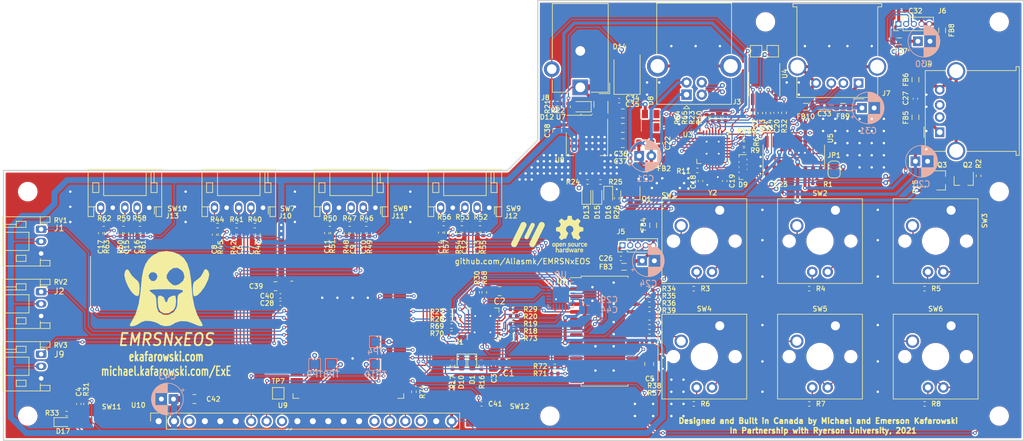
<source format=kicad_pcb>
(kicad_pcb (version 20171130) (host pcbnew "(5.1.7)-1")
  (layers (0 F.Cu signal) (31 B.Cu signal) (34 B.Paste user hide) (35 F.Paste user hide) (36 B.SilkS user) (37 F.SilkS user) (38 B.Mask user hide) (39 F.Mask user hide) (44 Edge.Cuts user))
  (net 0 "")
  (net 1 GND)
  (net 2 +3V3)
  (net 3 +5V)
  (net 4 "/USB Hub and Serial Converter/VBUS_A")
  (net 5 "/USB Hub and Serial Converter/VBUS_C")
  (net 6 "/USB Hub and Serial Converter/VBUS_D")
  (net 7 "/USB Hub and Serial Converter/VBUS_B")
  (net 8 /Peripherals/ENC2_SW)
  (net 9 /Peripherals/ENC3_SW)
  (net 10 /Peripherals/ENC4_SW)
  (net 11 /Peripherals/ENC1_SW)
  (net 12 "/USB Hub and Serial Converter/XIN")
  (net 13 "/USB Hub and Serial Converter/XOUT")
  (net 14 "Net-(C21-Pad1)")
  (net 15 VBUS)
  (net 16 "Net-(C26-Pad1)")
  (net 17 "Net-(C27-Pad1)")
  (net 18 "Net-(C32-Pad1)")
  (net 19 "Net-(C33-Pad1)")
  (net 20 /Power/VCC_IN)
  (net 21 /Core/EN)
  (net 22 /Core/BOOT)
  (net 23 "Net-(D1-Pad2)")
  (net 24 "/USB Hub and Serial Converter/DIN_N")
  (net 25 "/USB Hub and Serial Converter/DIN_P")
  (net 26 "/USB Hub and Serial Converter/D4N")
  (net 27 "/USB Hub and Serial Converter/D4P")
  (net 28 "/USB Hub and Serial Converter/D3N")
  (net 29 "/USB Hub and Serial Converter/D3P")
  (net 30 "/USB Hub and Serial Converter/D2N")
  (net 31 "/USB Hub and Serial Converter/D2P")
  (net 32 "Net-(D10-Pad2)")
  (net 33 "Net-(D12-Pad2)")
  (net 34 "Net-(J3-Pad5)")
  (net 35 "Net-(Q1-Pad1)")
  (net 36 "Net-(Q2-Pad2)")
  (net 37 "Net-(Q2-Pad1)")
  (net 38 LED_Power)
  (net 39 "Net-(R9-Pad2)")
  (net 40 "Net-(R10-Pad2)")
  (net 41 "Net-(R11-Pad2)")
  (net 42 "/USB Hub and Serial Converter/EEPROM_SDA")
  (net 43 "/USB Hub and Serial Converter/EEPROM_SCL")
  (net 44 /Power/SELF_POWER)
  (net 45 /Core/LED_PWM)
  (net 46 /Peripherals/SW_6)
  (net 47 /Peripherals/SW_3)
  (net 48 /Peripherals/SW_5)
  (net 49 /Peripherals/SW_2)
  (net 50 /Peripherals/SW_4)
  (net 51 /Peripherals/SW_1)
  (net 52 /Core/SCL)
  (net 53 /Core/SDA)
  (net 54 /Core/BTN_INT)
  (net 55 "/USB Hub and Serial Converter/~OVR1")
  (net 56 "/USB Hub and Serial Converter/~OVR2")
  (net 57 "/USB Hub and Serial Converter/~OVR3")
  (net 58 "/USB Hub and Serial Converter/~OVR4")
  (net 59 "Net-(C21-Pad2)")
  (net 60 "Net-(C26-Pad2)")
  (net 61 "Net-(C27-Pad2)")
  (net 62 "Net-(C32-Pad2)")
  (net 63 "Net-(C33-Pad2)")
  (net 64 /Core/OLED_~CS)
  (net 65 "Net-(D13-Pad2)")
  (net 66 "Net-(D15-Pad2)")
  (net 67 "Net-(D16-Pad2)")
  (net 68 "Net-(R14-Pad2)")
  (net 69 "Net-(D17-Pad2)")
  (net 70 /Core/LED)
  (net 71 /Core/ENC2_B)
  (net 72 /Core/ENC2_A)
  (net 73 /Core/ENC3_B)
  (net 74 /Core/ENC3_A)
  (net 75 /Core/ENC4_B)
  (net 76 /Core/ENC4_A)
  (net 77 /Core/ENC1_B)
  (net 78 /Core/ENC1_A)
  (net 79 /Core/TXT)
  (net 80 /Core/RXT)
  (net 81 /Core/SLD1)
  (net 82 /Core/SLD2)
  (net 83 /Core/SLD3)
  (net 84 "Net-(JP1-Pad2)")
  (net 85 /Core/VBUS_SENSE)
  (net 86 /Core/SUS_SENSE)
  (net 87 "Net-(R30-Pad2)")
  (net 88 "Net-(R69-Pad2)")
  (net 89 "Net-(R70-Pad2)")
  (net 90 /Core/SPARE1)
  (net 91 /Core/SPARE2)
  (net 92 "/USB Hub and Serial Converter/USB_INT_N")
  (net 93 "/USB Hub and Serial Converter/USB_INT_P")
  (net 94 /Core/VSPI_MOSI)
  (net 95 /Core/VSPI_SCLK)
  (net 96 "/Peripherals/Encoder 2/S1")
  (net 97 "/Peripherals/Encoder 2/B")
  (net 98 "/Peripherals/Encoder 2/A")
  (net 99 "/Peripherals/Encoder 3/S1")
  (net 100 "/Peripherals/Encoder 3/B")
  (net 101 "/Peripherals/Encoder 3/A")
  (net 102 "/Peripherals/Encoder 4/S1")
  (net 103 "/Peripherals/Encoder 4/B")
  (net 104 "/Peripherals/Encoder 4/A")
  (net 105 "/Peripherals/Encoder 1/S1")
  (net 106 "/Peripherals/Encoder 1/B")
  (net 107 "/Peripherals/Encoder 1/A")
  (net 108 /Core/RXD0)
  (net 109 /Core/ESP_TXD)
  (net 110 /Core/TXD0)
  (net 111 /Core/ESP_RXD)
  (net 112 /Core/OLED_~RESET)
  (net 113 /Core/SPARE4)
  (net 114 /Core/SPARE3)
  (net 115 "Net-(R3-Pad1)")
  (net 116 "Net-(R4-Pad1)")
  (net 117 "Net-(R5-Pad1)")
  (net 118 "Net-(R6-Pad1)")
  (net 119 "Net-(R7-Pad1)")
  (net 120 "Net-(R8-Pad1)")
  (net 121 /Core/VPP)
  (net 122 /Core/RSTb)
  (module MK_Library:ECS-120-12-36-AGN (layer F.Cu) (at 181.8 88.25)
    (fp_text reference Y2 (at 0 1.95) (layer F.SilkS) (effects (font (size 0.8 0.8))))
    (fp_text value 12MHz)
    (pad 1 smd rect (at -0.85 0.65) (size 1.2 1) (layers F.Cu F.Paste F.Mask) (net 12 "/USB Hub and Serial Converter/XIN"))
    (pad 2 smd rect (at -0.85 -0.65) (size 1.2 1) (layers F.Cu F.Paste F.Mask) (net 1 GND))
    (pad 3 smd rect (at 0.85 -0.65) (size 1.2 1) (layers F.Cu F.Paste F.Mask) (net 13 "/USB Hub and Serial Converter/XOUT"))
    (pad 2 smd rect (at 0.85 0.65) (size 1.2 1) (layers F.Cu F.Paste F.Mask) (net 1 GND))
  )
  (module TestPoint:TestPoint_Pad_1.5x1.5mm (layer B.Cu) (at 126.25 118.5)
    (fp_text reference TP10 (at 0 1.648) (layer B.SilkS) (effects (justify mirror)))
    (fp_text value TestPoint)
    (pad 1 smd rect (at 0 0) (size 1.5 1.5) (layers B.Cu B.Mask) (net 114 /Core/SPARE3))
  )
  (module TestPoint:TestPoint_Pad_1.5x1.5mm (layer B.Cu) (at 116.25 118.5)
    (fp_text reference TP9 (at 0 1.648) (layer B.SilkS) (effects (justify mirror)))
    (fp_text value TestPoint)
    (pad 1 smd rect (at 0 0) (size 1.5 1.5) (layers B.Cu B.Mask) (net 91 /Core/SPARE2))
  )
  (module TestPoint:TestPoint_Pad_1.5x1.5mm (layer B.Cu) (at 119 118.5)
    (fp_text reference TP8 (at 0 1.648) (layer B.SilkS) (effects (justify mirror)))
    (fp_text value TestPoint)
    (pad 1 smd rect (at 0 0) (size 1.5 1.5) (layers B.Cu B.Mask) (net 90 /Core/SPARE1))
  )
  (module TestPoint:TestPoint_Pad_1.5x1.5mm (layer F.Cu) (at 110.25 123.25)
    (fp_text reference TP7 (at 0 -2) (layer F.SilkS) (effects (font (size 0.8 0.8))))
    (fp_text value TestPoint)
    (pad 1 smd rect (at 0 0) (size 1.5 1.5) (layers F.Cu F.Mask) (net 70 /Core/LED))
  )
  (module TestPoint:TestPoint_Pad_1.5x1.5mm (layer B.Cu) (at 126.25 114.75)
    (fp_text reference TP4 (at 0 1.648) (layer B.SilkS) (effects (justify mirror)))
    (fp_text value TestPoint)
    (pad 1 smd rect (at 0 0) (size 1.5 1.5) (layers B.Cu B.Mask) (net 113 /Core/SPARE4))
  )
  (module Capacitor_SMD:C_0805_2012Metric (layer F.Cu) (at 96.45 124.2 180)
    (fp_text reference C42 (at -3.118 -0.006) (layer F.SilkS) (effects (font (size 0.8 0.8))))
    (fp_text value 4.7uF)
    (pad 2 smd roundrect (at 0.95 0 180) (size 1 1.45) (layers F.Cu F.Paste F.Mask) (net 2 +3V3))
    (pad 1 smd roundrect (at -0.95 0 180) (size 1 1.45) (layers F.Cu F.Paste F.Mask) (net 1 GND))
  )
  (module Capacitor_SMD:C_0805_2012Metric (layer F.Cu) (at 156.2 79.95 270)
    (fp_text reference C38 (at 0.0092 1.6156 90) (layer F.SilkS) (effects (font (size 0.8 0.8))))
    (fp_text value 4.7uF)
    (pad 2 smd roundrect (at 0.95 0 270) (size 1 1.45) (layers F.Cu F.Paste F.Mask) (net 1 GND))
    (pad 1 smd roundrect (at -0.95 0 270) (size 1 1.45) (layers F.Cu F.Paste F.Mask) (net 2 +3V3))
  )
  (module Capacitor_SMD:C_0805_2012Metric (layer F.Cu) (at 167 79.5)
    (fp_text reference C36 (at -0.3252 4.2692 180) (layer F.SilkS) (effects (font (size 0.8 0.8))))
    (fp_text value 4.7uF)
    (pad 2 smd roundrect (at 0.95 0) (size 1 1.45) (layers F.Cu F.Paste F.Mask) (net 1 GND))
    (pad 1 smd roundrect (at -0.95 0) (size 1 1.45) (layers F.Cu F.Paste F.Mask) (net 3 +5V))
  )
  (module Capacitor_SMD:C_0805_2012Metric (layer F.Cu) (at 167 77.1)
    (fp_text reference C35 (at 1.5798 -1.49182 180) (layer F.SilkS) (effects (font (size 0.8 0.8))))
    (fp_text value 4.7uF)
    (pad 2 smd roundrect (at 0.95 0) (size 1 1.45) (layers F.Cu F.Paste F.Mask) (net 1 GND))
    (pad 1 smd roundrect (at -0.95 0) (size 1 1.45) (layers F.Cu F.Paste F.Mask) (net 3 +5V))
  )
  (module Capacitor_SMD:C_0805_2012Metric (layer B.Cu) (at 161.25 109.5 180)
    (fp_text reference C29 (at -3.5 1.68) (layer B.SilkS) (effects (justify mirror)))
    (fp_text value 4.7uF)
    (pad 2 smd roundrect (at 0.95 0 180) (size 1 1.45) (layers B.Cu B.Paste B.Mask) (net 2 +3V3))
    (pad 1 smd roundrect (at -0.95 0 180) (size 1 1.45) (layers B.Cu B.Paste B.Mask) (net 1 GND))
  )
  (module Capacitor_SMD:C_0805_2012Metric (layer F.Cu) (at 171.35348 118.40976 90)
    (fp_text reference C5 (at -2.43836 0.09652 180) (layer F.SilkS) (effects (font (size 0.8 0.8))))
    (fp_text value 4.7uF)
    (pad 2 smd roundrect (at 0.95 0 90) (size 1 1.45) (layers F.Cu F.Paste F.Mask) (net 2 +3V3))
    (pad 1 smd roundrect (at -0.95 0 90) (size 1 1.45) (layers F.Cu F.Paste F.Mask) (net 1 GND))
  )
  (module Capacitor_SMD:C_0805_2012Metric (layer F.Cu) (at 146.7 106.4 180)
    (fp_text reference C2 (at 0 -1.68) (layer F.SilkS))
    (fp_text value 4.7uF)
    (pad 2 smd roundrect (at 0.95 0 180) (size 1 1.45) (layers F.Cu F.Paste F.Mask) (net 121 /Core/VPP))
    (pad 1 smd roundrect (at -0.95 0 180) (size 1 1.45) (layers F.Cu F.Paste F.Mask) (net 1 GND))
  )
  (module Capacitor_SMD:C_0805_2012Metric (layer F.Cu) (at 148.2 118.25 180)
    (fp_text reference C1 (at 0 -1.68) (layer F.SilkS))
    (fp_text value 4.7uF)
    (pad 2 smd roundrect (at 0.95 0 180) (size 1 1.45) (layers F.Cu F.Paste F.Mask) (net 2 +3V3))
    (pad 1 smd roundrect (at -0.95 0 180) (size 1 1.45) (layers F.Cu F.Paste F.Mask) (net 1 GND))
  )
  (module Capacitor_SMD:C_0402_1005Metric (layer B.Cu) (at 160.52 108 180)
    (fp_text reference C44 (at -4.23 -1.5) (layer B.SilkS) (effects (justify mirror)))
    (fp_text value 0.1uF)
    (pad 2 smd roundrect (at 0.48 0 180) (size 0.56 0.62) (layers B.Cu B.Paste B.Mask) (net 2 +3V3))
    (pad 1 smd roundrect (at -0.48 0 180) (size 0.56 0.62) (layers B.Cu B.Paste B.Mask) (net 1 GND))
  )
  (module Package_DFN_QFN:QFN-24-1EP_4x4mm_P0.5mm_EP2.7x2.7mm (layer B.Cu) (at 156.8 107 180)
    (fp_text reference U6 (at 0 3.32 180) (layer B.SilkS) (effects (justify mirror)))
    (fp_text value CP2110-24QFN)
    (pad 25 smd rect (at 0 0 180) (size 2.7 2.7) (layers B.Cu B.Mask) (net 1 GND))
    (pad 24 smd roundrect (at -1.25 1.9625 180) (size 0.25 0.825) (layers B.Cu B.Paste B.Mask))
    (pad 23 smd roundrect (at -0.75 1.9625 180) (size 0.25 0.825) (layers B.Cu B.Paste B.Mask))
    (pad 22 smd roundrect (at -0.25 1.9625 180) (size 0.25 0.825) (layers B.Cu B.Paste B.Mask))
    (pad 21 smd roundrect (at 0.25 1.9625 180) (size 0.25 0.825) (layers B.Cu B.Paste B.Mask) (net 110 /Core/TXD0))
    (pad 20 smd roundrect (at 0.75 1.9625 180) (size 0.25 0.825) (layers B.Cu B.Paste B.Mask) (net 108 /Core/RXD0))
    (pad 19 smd roundrect (at 1.25 1.9625 180) (size 0.25 0.825) (layers B.Cu B.Paste B.Mask) (net 79 /Core/TXT))
    (pad 18 smd roundrect (at 1.9625 1.25 180) (size 0.825 0.25) (layers B.Cu B.Paste B.Mask) (net 80 /Core/RXT))
    (pad 17 smd roundrect (at 1.9625 0.75 180) (size 0.825 0.25) (layers B.Cu B.Paste B.Mask))
    (pad 16 smd roundrect (at 1.9625 0.25 180) (size 0.825 0.25) (layers B.Cu B.Paste B.Mask) (net 121 /Core/VPP))
    (pad 15 smd roundrect (at 1.9625 -0.25 180) (size 0.825 0.25) (layers B.Cu B.Paste B.Mask))
    (pad 14 smd roundrect (at 1.9625 -0.75 180) (size 0.825 0.25) (layers B.Cu B.Paste B.Mask))
    (pad 13 smd roundrect (at 1.9625 -1.25 180) (size 0.825 0.25) (layers B.Cu B.Paste B.Mask))
    (pad 12 smd roundrect (at 1.25 -1.9625 180) (size 0.25 0.825) (layers B.Cu B.Paste B.Mask))
    (pad 11 smd roundrect (at 0.75 -1.9625 180) (size 0.25 0.825) (layers B.Cu B.Paste B.Mask) (net 86 /Core/SUS_SENSE))
    (pad 10 smd roundrect (at 0.25 -1.9625 180) (size 0.25 0.825) (layers B.Cu B.Paste B.Mask))
    (pad 9 smd roundrect (at -0.25 -1.9625 180) (size 0.25 0.825) (layers B.Cu B.Paste B.Mask) (net 122 /Core/RSTb))
    (pad 8 smd roundrect (at -0.75 -1.9625 180) (size 0.25 0.825) (layers B.Cu B.Paste B.Mask) (net 85 /Core/VBUS_SENSE))
    (pad 7 smd roundrect (at -1.25 -1.9625 180) (size 0.25 0.825) (layers B.Cu B.Paste B.Mask) (net 2 +3V3))
    (pad 6 smd roundrect (at -1.9625 -1.25 180) (size 0.825 0.25) (layers B.Cu B.Paste B.Mask) (net 2 +3V3))
    (pad 5 smd roundrect (at -1.9625 -0.75 180) (size 0.825 0.25) (layers B.Cu B.Paste B.Mask) (net 2 +3V3))
    (pad 4 smd roundrect (at -1.9625 -0.25 180) (size 0.825 0.25) (layers B.Cu B.Paste B.Mask) (net 92 "/USB Hub and Serial Converter/USB_INT_N"))
    (pad 3 smd roundrect (at -1.9625 0.25 180) (size 0.825 0.25) (layers B.Cu B.Paste B.Mask) (net 93 "/USB Hub and Serial Converter/USB_INT_P"))
    (pad 2 smd roundrect (at -1.9625 0.75 180) (size 0.825 0.25) (layers B.Cu B.Paste B.Mask) (net 1 GND))
    (pad 1 smd roundrect (at -1.9625 1.25 180) (size 0.825 0.25) (layers B.Cu B.Paste B.Mask))
  )
  (module Connector_JST:JST_PH_S3B-PH-K_1x03_P2.00mm_Horizontal (layer F.Cu) (at 71.2 116.8 270)
    (fp_text reference J9 (at 0.04 -2.968 180) (layer F.SilkS))
    (fp_text value SliderConnector)
    (pad 3 thru_hole oval (at 4 0 270) (size 1.2 1.75) (drill 0.75) (layers *.Cu *.Mask) (net 1 GND))
    (pad 2 thru_hole oval (at 2 0 270) (size 1.2 1.75) (drill 0.75) (layers *.Cu *.Mask) (net 2 +3V3))
    (pad 1 thru_hole roundrect (at 0 0 270) (size 1.2 1.75) (drill 0.75) (layers *.Cu *.Mask) (roundrect_rratio 0.2083325) (net 83 /Core/SLD3))
  )
  (module Connector_JST:JST_PH_S3B-PH-K_1x03_P2.00mm_Horizontal (layer F.Cu) (at 71.2 106.5 270)
    (fp_text reference J2 (at -0.074 -2.968 180) (layer F.SilkS))
    (fp_text value SliderConnector)
    (pad 3 thru_hole oval (at 4 0 270) (size 1.2 1.75) (drill 0.75) (layers *.Cu *.Mask) (net 1 GND))
    (pad 2 thru_hole oval (at 2 0 270) (size 1.2 1.75) (drill 0.75) (layers *.Cu *.Mask) (net 2 +3V3))
    (pad 1 thru_hole roundrect (at 0 0 270) (size 1.2 1.75) (drill 0.75) (layers *.Cu *.Mask) (roundrect_rratio 0.2083325) (net 82 /Core/SLD2))
  )
  (module Connector_JST:JST_PH_S3B-PH-K_1x03_P2.00mm_Horizontal (layer F.Cu) (at 71.2 96.2 270)
    (fp_text reference J1 (at -0.188 -2.968 180) (layer F.SilkS))
    (fp_text value SliderConnector)
    (pad 3 thru_hole oval (at 4 0 270) (size 1.2 1.75) (drill 0.75) (layers *.Cu *.Mask) (net 1 GND))
    (pad 2 thru_hole oval (at 2 0 270) (size 1.2 1.75) (drill 0.75) (layers *.Cu *.Mask) (net 2 +3V3))
    (pad 1 thru_hole roundrect (at 0 0 270) (size 1.2 1.75) (drill 0.75) (layers *.Cu *.Mask) (roundrect_rratio 0.2083325) (net 81 /Core/SLD1))
  )
  (module Inductor_SMD:L_0805_2012Metric (layer F.Cu) (at 172 95.5375 90)
    (fp_text reference FB4 (at 0.1375 -1.6 90) (layer F.SilkS) (effects (font (size 0.8 0.8))))
    (fp_text value Ferrite_Bead_Small)
    (pad 2 smd roundrect (at 1.0625 0 90) (size 0.875 1.2) (layers F.Cu F.Paste F.Mask) (net 1 GND))
    (pad 1 smd roundrect (at -1.0625 0 90) (size 0.875 1.2) (layers F.Cu F.Paste F.Mask) (net 60 "Net-(C26-Pad2)"))
  )
  (module Resistor_SMD:R_0402_1005Metric (layer F.Cu) (at 178.69 106 180)
    (fp_text reference R3 (at -1.91 0) (layer F.SilkS) (effects (font (size 0.8 0.8))))
    (fp_text value 270R)
    (pad 2 smd roundrect (at 0.51 0 180) (size 0.54 0.64) (layers F.Cu F.Paste F.Mask) (net 1 GND))
    (pad 1 smd roundrect (at -0.51 0 180) (size 0.54 0.64) (layers F.Cu F.Paste F.Mask) (net 115 "Net-(R3-Pad1)"))
  )
  (module Resistor_SMD:R_0402_1005Metric (layer F.Cu) (at 171.4 113.1 180)
    (fp_text reference R38 (at -0.8 -8.9) (layer F.SilkS) (effects (font (size 0.8 0.8))))
    (fp_text value 10k)
    (pad 2 smd roundrect (at 0.51 0 180) (size 0.54 0.64) (layers F.Cu F.Paste F.Mask) (net 48 /Peripherals/SW_5))
    (pad 1 smd roundrect (at -0.51 0 180) (size 0.54 0.64) (layers F.Cu F.Paste F.Mask) (net 2 +3V3))
  )
  (module Resistor_SMD:R_0402_1005Metric (layer F.Cu) (at 171.4 111.55 180)
    (fp_text reference R39 (at -3.2 1.95) (layer F.SilkS) (effects (font (size 0.8 0.8))))
    (fp_text value 10k)
    (pad 2 smd roundrect (at 0.51 0 180) (size 0.54 0.64) (layers F.Cu F.Paste F.Mask) (net 46 /Peripherals/SW_6))
    (pad 1 smd roundrect (at -0.51 0 180) (size 0.54 0.64) (layers F.Cu F.Paste F.Mask) (net 2 +3V3))
  )
  (module Resistor_SMD:R_0402_1005Metric (layer F.Cu) (at 197.69 106 180)
    (fp_text reference R4 (at -1.91 0) (layer F.SilkS) (effects (font (size 0.8 0.8))))
    (fp_text value 270R)
    (pad 2 smd roundrect (at 0.51 0 180) (size 0.54 0.64) (layers F.Cu F.Paste F.Mask) (net 1 GND))
    (pad 1 smd roundrect (at -0.51 0 180) (size 0.54 0.64) (layers F.Cu F.Paste F.Mask) (net 116 "Net-(R4-Pad1)"))
  )
  (module Resistor_SMD:R_0402_1005Metric (layer F.Cu) (at 137.5 95.25)
    (fp_text reference R56 (at 0.1 -1.05) (layer F.SilkS) (effects (font (size 0.8 0.8))))
    (fp_text value 1k)
    (pad 2 smd roundrect (at 0.51 0) (size 0.54 0.64) (layers F.Cu F.Paste F.Mask) (net 10 /Peripherals/ENC4_SW))
    (pad 1 smd roundrect (at -0.51 0) (size 0.54 0.64) (layers F.Cu F.Paste F.Mask) (net 102 "/Peripherals/Encoder 4/S1"))
  )
  (module Capacitor_SMD:C_0402_1005Metric (layer F.Cu) (at 141 96.75 270)
    (fp_text reference C12 (at 2.4 0.05 90) (layer F.SilkS) (effects (font (size 0.8 0.8))))
    (fp_text value 10n)
    (pad 2 smd roundrect (at 0.48 0 270) (size 0.56 0.62) (layers F.Cu F.Paste F.Mask) (net 1 GND))
    (pad 1 smd roundrect (at -0.48 0 270) (size 0.56 0.62) (layers F.Cu F.Paste F.Mask) (net 75 /Core/ENC4_B))
  )
  (module Resistor_SMD:R_0402_1005Metric (layer F.Cu) (at 132.6 123 90)
    (fp_text reference R74 (at 0 1.4 270) (layer F.SilkS) (effects (font (size 0.8 0.8))))
    (fp_text value 0R)
    (pad 2 smd roundrect (at 0.51 0 90) (size 0.54 0.64) (layers F.Cu F.Paste F.Mask) (net 22 /Core/BOOT))
    (pad 1 smd roundrect (at -0.51 0 90) (size 0.54 0.64) (layers F.Cu F.Paste F.Mask) (net 64 /Core/OLED_~CS))
  )
  (module Resistor_SMD:R_0402_1005Metric (layer F.Cu) (at 138.8 110.95)
    (fp_text reference R28 (at -2.4 0.05) (layer F.SilkS) (effects (font (size 0.8 0.8))))
    (fp_text value 0R)
    (pad 2 smd roundrect (at 0.51 0) (size 0.54 0.64) (layers F.Cu F.Paste F.Mask) (net 110 /Core/TXD0))
    (pad 1 smd roundrect (at -0.51 0) (size 0.54 0.64) (layers F.Cu F.Paste F.Mask) (net 111 /Core/ESP_RXD))
  )
  (module Resistor_SMD:R_0402_1005Metric (layer F.Cu) (at 138.8 109.75)
    (fp_text reference R27 (at -2.4 0.05) (layer F.SilkS) (effects (font (size 0.8 0.8))))
    (fp_text value 0R)
    (pad 2 smd roundrect (at 0.51 0) (size 0.54 0.64) (layers F.Cu F.Paste F.Mask) (net 108 /Core/RXD0))
    (pad 1 smd roundrect (at -0.51 0) (size 0.54 0.64) (layers F.Cu F.Paste F.Mask) (net 109 /Core/ESP_TXD))
  )
  (module Resistor_SMD:R_0402_1005Metric (layer F.Cu) (at 186.96 83.15 180)
    (fp_text reference R9 (at -1.84 -0.05) (layer F.SilkS) (effects (font (size 0.8 0.8))))
    (fp_text value 10k)
    (pad 2 smd roundrect (at 0.51 0 180) (size 0.54 0.64) (layers F.Cu F.Paste F.Mask) (net 39 "Net-(R9-Pad2)"))
    (pad 1 smd roundrect (at -0.51 0 180) (size 0.54 0.64) (layers F.Cu F.Paste F.Mask) (net 2 +3V3))
  )
  (module Resistor_SMD:R_0402_1005Metric (layer F.Cu) (at 186.95 82.15 180)
    (fp_text reference R67 (at -2.05 0.75 90) (layer F.SilkS) (effects (font (size 0.8 0.8))))
    (fp_text value 10k)
    (pad 2 smd roundrect (at 0.51 0 180) (size 0.54 0.64) (layers F.Cu F.Paste F.Mask) (net 58 "/USB Hub and Serial Converter/~OVR4"))
    (pad 1 smd roundrect (at -0.51 0 180) (size 0.54 0.64) (layers F.Cu F.Paste F.Mask) (net 2 +3V3))
  )
  (module Resistor_SMD:R_0402_1005Metric (layer F.Cu) (at 186.95 81.15 180)
    (fp_text reference R66 (at -0.05 1.15) (layer F.SilkS) (effects (font (size 0.8 0.8))))
    (fp_text value 10k)
    (pad 2 smd roundrect (at 0.51 0 180) (size 0.54 0.64) (layers F.Cu F.Paste F.Mask) (net 57 "/USB Hub and Serial Converter/~OVR3"))
    (pad 1 smd roundrect (at -0.51 0 180) (size 0.54 0.64) (layers F.Cu F.Paste F.Mask) (net 2 +3V3))
  )
  (module Jumper:SolderJumper-2_P1.3mm_Bridged_RoundedPad1.0x1.5mm (layer F.Cu) (at 201.8 86.35 90)
    (fp_text reference JP1 (at 2.35 0 180) (layer F.SilkS) (effects (font (size 0.8 0.8))))
    (fp_text value ActiveHigh)
    (fp_poly (pts (xy 0.25 -0.3) (xy -0.25 -0.3) (xy -0.25 0.3) (xy 0.25 0.3)) (layer F.Cu) (width 0))
    (pad 1 smd custom (at -0.65 0 90) (size 1 0.5) (layers F.Cu F.Mask) (net 3 +5V) (options (clearance outline) (anchor rect)) (primitives (gr_circle (center 0 0.25) (end 0.5 0.25) (width 0)) (gr_circle (center 0 -0.25) (end 0.5 -0.25) (width 0)) (gr_poly (pts (xy 0 -0.75) (xy 0.5 -0.75) (xy 0.5 0.75) (xy 0 0.75)) (width 0))))
    (pad 2 smd custom (at 0.65 0 90) (size 1 0.5) (layers F.Cu F.Mask) (net 84 "Net-(JP1-Pad2)") (options (clearance outline) (anchor rect)) (primitives (gr_circle (center 0 0.25) (end 0.5 0.25) (width 0)) (gr_circle (center 0 -0.25) (end 0.5 -0.25) (width 0)) (gr_poly (pts (xy 0 -0.75) (xy -0.5 -0.75) (xy -0.5 0.75) (xy 0 0.75)) (width 0))))
  )
  (module Package_DFN_QFN:Diodes_UDFN2020-6_Type-F (layer F.Cu) (at 163.4 76.1 90)
    (fp_text reference U7 (at -1.6 -6.6 180) (layer F.SilkS) (effects (font (size 0.8 0.8))))
    (fp_text value DMP1005UFDF)
    (pad 8 smd rect (at 0 0.7 90) (size 0.8 0.48) (layers F.Cu F.Paste F.Mask) (net 20 /Power/VCC_IN))
    (pad 7 smd rect (at 0 -0.325 90) (size 1.15 0.95) (layers F.Cu F.Paste F.Mask) (net 3 +5V))
    (pad 6 smd rect (at 0.9375 -0.65 90) (size 0.425 0.4) (layers F.Cu F.Paste F.Mask) (net 3 +5V))
    (pad 5 smd rect (at 0.9375 0 90) (size 0.425 0.4) (layers F.Cu F.Paste F.Mask) (net 3 +5V))
    (pad 4 smd rect (at 0.9375 0.65 90) (size 0.425 0.4) (layers F.Cu F.Paste F.Mask) (net 20 /Power/VCC_IN))
    (pad 3 smd rect (at -0.9375 0.65 90) (size 0.425 0.4) (layers F.Cu F.Paste F.Mask) (net 1 GND))
    (pad 2 smd rect (at -0.9375 0 90) (size 0.425 0.4) (layers F.Cu F.Paste F.Mask) (net 3 +5V))
    (pad 1 smd rect (at -0.9375 -0.65 90) (size 0.425 0.4) (layers F.Cu F.Paste F.Mask) (net 3 +5V))
  )
  (module Connector_USB:USB_B_OST_USB-B1HSxx_Horizontal (layer F.Cu) (at 177.5 74 90)
    (fp_text reference J3 (at -1.2 8.3 180) (layer F.SilkS) (effects (font (size 0.8 0.8))))
    (fp_text value USB_B)
    (pad 5 thru_hole circle (at 4.71 7.27 90) (size 3.5 3.5) (drill 2.33) (layers *.Cu *.Mask) (net 34 "Net-(J3-Pad5)"))
    (pad 5 thru_hole circle (at 4.71 -4.77 90) (size 3.5 3.5) (drill 2.33) (layers *.Cu *.Mask) (net 34 "Net-(J3-Pad5)"))
    (pad 4 thru_hole circle (at 2 0 90) (size 1.7 1.7) (drill 0.92) (layers *.Cu *.Mask) (net 59 "Net-(C21-Pad2)"))
    (pad 3 thru_hole circle (at 2 2.5 90) (size 1.7 1.7) (drill 0.92) (layers *.Cu *.Mask) (net 25 "/USB Hub and Serial Converter/DIN_P"))
    (pad 2 thru_hole circle (at 0 2.5 90) (size 1.7 1.7) (drill 0.92) (layers *.Cu *.Mask) (net 24 "/USB Hub and Serial Converter/DIN_N"))
    (pad 1 thru_hole rect (at 0 0 90) (size 1.7 1.7) (drill 0.92) (layers *.Cu *.Mask) (net 14 "Net-(C21-Pad1)"))
  )
  (module MK_Library:BOM_ONLY (layer F.Cu) (at 69 99 90)
    (fp_text reference RV1 (at 4.258 5.422 180) (layer F.SilkS) (effects (font (size 0.8 0.8))))
    (fp_text value R_POT)
  )
  (module MK_Library:BOM_ONLY (layer F.Cu) (at 69 108.5 90)
    (fp_text reference RV2 (at 3.598 5.422 180) (layer F.SilkS) (effects (font (size 0.8 0.8))))
    (fp_text value R_POT)
  )
  (module MK_Library:BOM_ONLY (layer F.Cu) (at 69 118 90)
    (fp_text reference RV3 (at 2.684 5.422 180) (layer F.SilkS) (effects (font (size 0.8 0.8))))
    (fp_text value R_POT)
  )
  (module MK_Library:BOM_ONLY (layer F.Cu) (at 103 87.5)
    (fp_text reference SW7 (at 8.8 5.3) (layer F.SilkS) (effects (font (size 0.8 0.8))))
    (fp_text value Rotary_Encoder_Switch)
  )
  (module MK_Library:BOM_ONLY (layer F.Cu) (at 124.5 87.5)
    (fp_text reference SW8 (at 5.9 5.3) (layer F.SilkS) (effects (font (size 0.8 0.8))))
    (fp_text value Rotary_Encoder_Switch)
  )
  (module MK_Library:BOM_ONLY (layer F.Cu) (at 146.6 87.5)
    (fp_text reference SW9 (at 2.4 5.3) (layer F.SilkS) (effects (font (size 0.8 0.8))))
    (fp_text value Rotary_Encoder_Switch)
  )
  (module MK_Library:BOM_ONLY (layer F.Cu) (at 81.5 87.5)
    (fp_text reference SW10 (at 12.1 5.3) (layer F.SilkS) (effects (font (size 0.8 0.8))))
    (fp_text value Rotary_Encoder_Switch)
  )
  (module Package_DFN_QFN:QFN-28-1EP_5x5mm_P0.5mm_EP3.35x3.35mm (layer F.Cu) (at 144 111.8 90)
    (fp_text reference U1 (at -3 -4 180) (layer F.SilkS) (effects (font (size 0.8 0.8))))
    (fp_text value CP2102N-A01-GQFN28)
    (pad 29 smd rect (at 0 0 90) (size 3.35 3.35) (layers F.Cu F.Mask) (net 1 GND))
    (pad 28 smd roundrect (at -1.5 -2.45 90) (size 0.25 0.8) (layers F.Cu F.Paste F.Mask) (net 89 "Net-(R70-Pad2)"))
    (pad 27 smd roundrect (at -1 -2.45 90) (size 0.25 0.8) (layers F.Cu F.Paste F.Mask) (net 88 "Net-(R69-Pad2)"))
    (pad 26 smd roundrect (at -0.5 -2.45 90) (size 0.25 0.8) (layers F.Cu F.Paste F.Mask) (net 110 /Core/TXD0))
    (pad 25 smd roundrect (at 0 -2.45 90) (size 0.25 0.8) (layers F.Cu F.Paste F.Mask) (net 108 /Core/RXD0))
    (pad 24 smd roundrect (at 0.5 -2.45 90) (size 0.25 0.8) (layers F.Cu F.Paste F.Mask))
    (pad 23 smd roundrect (at 1 -2.45 90) (size 0.25 0.8) (layers F.Cu F.Paste F.Mask))
    (pad 22 smd roundrect (at 1.5 -2.45 90) (size 0.25 0.8) (layers F.Cu F.Paste F.Mask))
    (pad 21 smd roundrect (at 2.45 -1.5 90) (size 0.8 0.25) (layers F.Cu F.Paste F.Mask))
    (pad 20 smd roundrect (at 2.45 -1 90) (size 0.8 0.25) (layers F.Cu F.Paste F.Mask))
    (pad 19 smd roundrect (at 2.45 -0.5 90) (size 0.8 0.25) (layers F.Cu F.Paste F.Mask) (net 87 "Net-(R30-Pad2)"))
    (pad 18 smd roundrect (at 2.45 0 90) (size 0.8 0.25) (layers F.Cu F.Paste F.Mask) (net 121 /Core/VPP))
    (pad 17 smd roundrect (at 2.45 0.5 90) (size 0.8 0.25) (layers F.Cu F.Paste F.Mask))
    (pad 16 smd roundrect (at 2.45 1 90) (size 0.8 0.25) (layers F.Cu F.Paste F.Mask))
    (pad 15 smd roundrect (at 2.45 1.5 90) (size 0.8 0.25) (layers F.Cu F.Paste F.Mask))
    (pad 14 smd roundrect (at 1.5 2.45 90) (size 0.25 0.8) (layers F.Cu F.Paste F.Mask))
    (pad 13 smd roundrect (at 1 2.45 90) (size 0.25 0.8) (layers F.Cu F.Paste F.Mask))
    (pad 12 smd roundrect (at 0.5 2.45 90) (size 0.25 0.8) (layers F.Cu F.Paste F.Mask) (net 86 /Core/SUS_SENSE))
    (pad 11 smd roundrect (at 0 2.45 90) (size 0.25 0.8) (layers F.Cu F.Paste F.Mask))
    (pad 10 smd roundrect (at -0.5 2.45 90) (size 0.25 0.8) (layers F.Cu F.Paste F.Mask))
    (pad 9 smd roundrect (at -1 2.45 90) (size 0.25 0.8) (layers F.Cu F.Paste F.Mask) (net 122 /Core/RSTb))
    (pad 8 smd roundrect (at -1.5 2.45 90) (size 0.25 0.8) (layers F.Cu F.Paste F.Mask) (net 85 /Core/VBUS_SENSE))
    (pad 7 smd roundrect (at -2.45 1.5 90) (size 0.8 0.25) (layers F.Cu F.Paste F.Mask) (net 2 +3V3))
    (pad 6 smd roundrect (at -2.45 1 90) (size 0.8 0.25) (layers F.Cu F.Paste F.Mask) (net 2 +3V3))
    (pad 5 smd roundrect (at -2.45 0.5 90) (size 0.8 0.25) (layers F.Cu F.Paste F.Mask) (net 92 "/USB Hub and Serial Converter/USB_INT_N"))
    (pad 4 smd roundrect (at -2.45 0 90) (size 0.8 0.25) (layers F.Cu F.Paste F.Mask) (net 93 "/USB Hub and Serial Converter/USB_INT_P"))
    (pad 3 smd roundrect (at -2.45 -0.5 90) (size 0.8 0.25) (layers F.Cu F.Paste F.Mask) (net 1 GND))
    (pad 2 smd roundrect (at -2.45 -1 90) (size 0.8 0.25) (layers F.Cu F.Paste F.Mask))
    (pad 1 smd roundrect (at -2.45 -1.5 90) (size 0.8 0.25) (layers F.Cu F.Paste F.Mask))
  )
  (module "MK_Library:PTS636 SK25F SMTR LFS" (layer F.Cu) (at 82.75 128)
    (fp_text reference SW11 (at 0.054 -2.524) (layer F.SilkS) (effects (font (size 0.8 0.8))))
    (fp_text value SW_Push)
    (pad 2 smd rect (at 3.1 0) (size 2 1.5) (drill (offset 1 0)) (layers F.Cu F.Paste F.Mask) (net 1 GND))
    (pad 1 smd rect (at -3.1 0) (size 2 1.5) (drill (offset -1 0)) (layers F.Cu F.Paste F.Mask) (net 21 /Core/EN))
  )
  (module Resistor_SMD:R_0402_1005Metric (layer F.Cu) (at 149 114.2)
    (fp_text reference R73 (at 2.8 0) (layer F.SilkS) (effects (font (size 0.8 0.8))))
    (fp_text value 47.5k)
    (pad 2 smd roundrect (at 0.51 0) (size 0.54 0.64) (layers F.Cu F.Paste F.Mask) (net 15 VBUS))
    (pad 1 smd roundrect (at -0.51 0) (size 0.54 0.64) (layers F.Cu F.Paste F.Mask) (net 85 /Core/VBUS_SENSE))
  )
  (module Resistor_SMD:R_0402_1005Metric (layer F.Cu) (at 155.8 118.8 180)
    (fp_text reference R72 (at 2.4 0) (layer F.SilkS) (effects (font (size 0.8 0.8))))
    (fp_text value 4.7k)
    (pad 2 smd roundrect (at 0.51 0 180) (size 0.54 0.64) (layers F.Cu F.Paste F.Mask) (net 2 +3V3))
    (pad 1 smd roundrect (at -0.51 0 180) (size 0.54 0.64) (layers F.Cu F.Paste F.Mask) (net 52 /Core/SCL))
  )
  (module Resistor_SMD:R_0402_1005Metric (layer F.Cu) (at 155.8 120 180)
    (fp_text reference R71 (at 2.4 0) (layer F.SilkS) (effects (font (size 0.8 0.8))))
    (fp_text value 4.7k)
    (pad 2 smd roundrect (at 0.51 0 180) (size 0.54 0.64) (layers F.Cu F.Paste F.Mask) (net 2 +3V3))
    (pad 1 smd roundrect (at -0.51 0 180) (size 0.54 0.64) (layers F.Cu F.Paste F.Mask) (net 53 /Core/SDA))
  )
  (module Resistor_SMD:R_0402_1005Metric (layer F.Cu) (at 138.8 113.35)
    (fp_text reference R70 (at -2.4 0.05) (layer F.SilkS) (effects (font (size 0.8 0.8))))
    (fp_text value 0R)
    (pad 2 smd roundrect (at 0.51 0) (size 0.54 0.64) (layers F.Cu F.Paste F.Mask) (net 89 "Net-(R70-Pad2)"))
    (pad 1 smd roundrect (at -0.51 0) (size 0.54 0.64) (layers F.Cu F.Paste F.Mask) (net 79 /Core/TXT))
  )
  (module Resistor_SMD:R_0402_1005Metric (layer F.Cu) (at 138.8 112.15)
    (fp_text reference R69 (at -2.4 0.05) (layer F.SilkS) (effects (font (size 0.8 0.8))))
    (fp_text value 0R)
    (pad 2 smd roundrect (at 0.51 0) (size 0.54 0.64) (layers F.Cu F.Paste F.Mask) (net 88 "Net-(R69-Pad2)"))
    (pad 1 smd roundrect (at -0.51 0) (size 0.54 0.64) (layers F.Cu F.Paste F.Mask) (net 80 /Core/RXT))
  )
  (module Resistor_SMD:R_0402_1005Metric (layer F.Cu) (at 144.2 106.6 270)
    (fp_text reference R68 (at -2.4 0 90) (layer F.SilkS) (effects (font (size 0.8 0.8))))
    (fp_text value DNP)
    (pad 2 smd roundrect (at 0.51 0 270) (size 0.54 0.64) (layers F.Cu F.Paste F.Mask) (net 121 /Core/VPP))
    (pad 1 smd roundrect (at -0.51 0 270) (size 0.54 0.64) (layers F.Cu F.Paste F.Mask) (net 80 /Core/RXT))
  )
  (module Resistor_SMD:R_0402_1005Metric (layer F.Cu) (at 143 106.6 270)
    (fp_text reference R30 (at -2.4 0 90) (layer F.SilkS) (effects (font (size 0.8 0.8))))
    (fp_text value DNP)
    (pad 2 smd roundrect (at 0.51 0 270) (size 0.54 0.64) (layers F.Cu F.Paste F.Mask) (net 87 "Net-(R30-Pad2)"))
    (pad 1 smd roundrect (at -0.51 0 270) (size 0.54 0.64) (layers F.Cu F.Paste F.Mask) (net 79 /Core/TXT))
  )
  (module Resistor_SMD:R_0402_1005Metric (layer F.Cu) (at 149 109.4)
    (fp_text reference R29 (at 2.8 0) (layer F.SilkS) (effects (font (size 0.8 0.8))))
    (fp_text value 10k)
    (pad 2 smd roundrect (at 0.51 0) (size 0.54 0.64) (layers F.Cu F.Paste F.Mask) (net 1 GND))
    (pad 1 smd roundrect (at -0.51 0) (size 0.54 0.64) (layers F.Cu F.Paste F.Mask) (net 86 /Core/SUS_SENSE))
  )
  (module Resistor_SMD:R_0402_1005Metric (layer F.Cu) (at 149 110.6)
    (fp_text reference R20 (at 2.8 0) (layer F.SilkS) (effects (font (size 0.8 0.8))))
    (fp_text value 10k)
    (pad 2 smd roundrect (at 0.51 0) (size 0.54 0.64) (layers F.Cu F.Paste F.Mask) (net 2 +3V3))
    (pad 1 smd roundrect (at -0.51 0) (size 0.54 0.64) (layers F.Cu F.Paste F.Mask) (net 122 /Core/RSTb))
  )
  (module Resistor_SMD:R_0402_1005Metric (layer F.Cu) (at 149 111.8 180)
    (fp_text reference R19 (at -2.8 0) (layer F.SilkS) (effects (font (size 0.8 0.8))))
    (fp_text value 47.5k)
    (pad 2 smd roundrect (at 0.51 0 180) (size 0.54 0.64) (layers F.Cu F.Paste F.Mask) (net 85 /Core/VBUS_SENSE))
    (pad 1 smd roundrect (at -0.51 0 180) (size 0.54 0.64) (layers F.Cu F.Paste F.Mask) (net 1 GND))
  )
  (module Resistor_SMD:R_0402_1005Metric (layer F.Cu) (at 149 113)
    (fp_text reference R18 (at 2.8 0) (layer F.SilkS) (effects (font (size 0.8 0.8))))
    (fp_text value 47.5k)
    (pad 2 smd roundrect (at 0.51 0) (size 0.54 0.64) (layers F.Cu F.Paste F.Mask) (net 15 VBUS))
    (pad 1 smd roundrect (at -0.51 0) (size 0.54 0.64) (layers F.Cu F.Paste F.Mask) (net 85 /Core/VBUS_SENSE))
  )
  (module Resistor_SMD:R_0402_1005Metric (layer F.Cu) (at 138.95 118.75 270)
    (fp_text reference R17 (at 2.65 -0.05 90) (layer F.SilkS) (effects (font (size 0.8 0.8))))
    (fp_text value 270R)
    (pad 2 smd roundrect (at 0.51 0 270) (size 0.54 0.64) (layers F.Cu F.Paste F.Mask) (net 32 "Net-(D10-Pad2)"))
    (pad 1 smd roundrect (at -0.51 0 270) (size 0.54 0.64) (layers F.Cu F.Paste F.Mask) (net 2 +3V3))
  )
  (module Resistor_SMD:R_0402_1005Metric (layer F.Cu) (at 143.7 118.75 270)
    (fp_text reference R16 (at 2.65 -0.1 90) (layer F.SilkS) (effects (font (size 0.8 0.8))))
    (fp_text value 270R)
    (pad 2 smd roundrect (at 0.51 0 270) (size 0.54 0.64) (layers F.Cu F.Paste F.Mask) (net 23 "Net-(D1-Pad2)"))
    (pad 1 smd roundrect (at -0.51 0 270) (size 0.54 0.64) (layers F.Cu F.Paste F.Mask) (net 2 +3V3))
  )
  (module Resistor_SMD:R_0402_1005Metric (layer F.Cu) (at 216.4 89.2 270)
    (fp_text reference R15 (at 0 1.2 90) (layer F.SilkS) (effects (font (size 0.8 0.8))))
    (fp_text value 100k)
    (pad 2 smd roundrect (at 0.51 0 270) (size 0.54 0.64) (layers F.Cu F.Paste F.Mask) (net 3 +5V))
    (pad 1 smd roundrect (at -0.51 0 270) (size 0.54 0.64) (layers F.Cu F.Paste F.Mask) (net 36 "Net-(Q2-Pad2)"))
  )
  (module Resistor_SMD:R_0402_1005Metric (layer F.Cu) (at 225.6 87.4 90)
    (fp_text reference R2 (at 2 0 90) (layer F.SilkS) (effects (font (size 0.8 0.8))))
    (fp_text value 100k)
    (pad 2 smd roundrect (at 0.51 0 90) (size 0.54 0.64) (layers F.Cu F.Paste F.Mask) (net 37 "Net-(Q2-Pad1)"))
    (pad 1 smd roundrect (at -0.51 0 90) (size 0.54 0.64) (layers F.Cu F.Paste F.Mask) (net 45 /Core/LED_PWM))
  )
  (module Resistor_SMD:R_0402_1005Metric (layer F.Cu) (at 198.81 88.6 180)
    (fp_text reference R1 (at -1.99 -0.2) (layer F.SilkS) (effects (font (size 0.8 0.8))))
    (fp_text value 10k)
    (pad 2 smd roundrect (at 0.51 0 180) (size 0.54 0.64) (layers F.Cu F.Paste F.Mask) (net 84 "Net-(JP1-Pad2)"))
    (pad 1 smd roundrect (at -0.51 0 180) (size 0.54 0.64) (layers F.Cu F.Paste F.Mask) (net 1 GND))
  )
  (module Connector_JST:JST_PH_S5B-PH-K_1x05_P2.00mm_Horizontal (layer F.Cu) (at 89 92.65 180)
    (fp_text reference J13 (at -3.8 -1.35) (layer F.SilkS) (effects (font (size 0.8 0.8))))
    (fp_text value EncoderConnector)
    (pad 5 thru_hole oval (at 8 0 180) (size 1.2 1.75) (drill 0.75) (layers *.Cu *.Mask) (net 105 "/Peripherals/Encoder 1/S1"))
    (pad 4 thru_hole oval (at 6 0 180) (size 1.2 1.75) (drill 0.75) (layers *.Cu *.Mask) (net 1 GND))
    (pad 3 thru_hole oval (at 4 0 180) (size 1.2 1.75) (drill 0.75) (layers *.Cu *.Mask) (net 106 "/Peripherals/Encoder 1/B"))
    (pad 2 thru_hole oval (at 2 0 180) (size 1.2 1.75) (drill 0.75) (layers *.Cu *.Mask) (net 107 "/Peripherals/Encoder 1/A"))
    (pad 1 thru_hole roundrect (at 0 0 180) (size 1.2 1.75) (drill 0.75) (layers *.Cu *.Mask) (roundrect_rratio 0.2083325) (net 1 GND))
  )
  (module Connector_JST:JST_PH_S5B-PH-K_1x05_P2.00mm_Horizontal (layer F.Cu) (at 145 92.65 180)
    (fp_text reference J12 (at -3.6 -1.35) (layer F.SilkS) (effects (font (size 0.8 0.8))))
    (fp_text value EncoderConnector)
    (pad 5 thru_hole oval (at 8 0 180) (size 1.2 1.75) (drill 0.75) (layers *.Cu *.Mask) (net 102 "/Peripherals/Encoder 4/S1"))
    (pad 4 thru_hole oval (at 6 0 180) (size 1.2 1.75) (drill 0.75) (layers *.Cu *.Mask) (net 1 GND))
    (pad 3 thru_hole oval (at 4 0 180) (size 1.2 1.75) (drill 0.75) (layers *.Cu *.Mask) (net 103 "/Peripherals/Encoder 4/B"))
    (pad 2 thru_hole oval (at 2 0 180) (size 1.2 1.75) (drill 0.75) (layers *.Cu *.Mask) (net 104 "/Peripherals/Encoder 4/A"))
    (pad 1 thru_hole roundrect (at 0 0 180) (size 1.2 1.75) (drill 0.75) (layers *.Cu *.Mask) (roundrect_rratio 0.2083325) (net 1 GND))
  )
  (module Connector_JST:JST_PH_S5B-PH-K_1x05_P2.00mm_Horizontal (layer F.Cu) (at 126.25 92.65 180)
    (fp_text reference J11 (at -3.75 -1.35) (layer F.SilkS) (effects (font (size 0.8 0.8))))
    (fp_text value EncoderConnector)
    (pad 5 thru_hole oval (at 8 0 180) (size 1.2 1.75) (drill 0.75) (layers *.Cu *.Mask) (net 99 "/Peripherals/Encoder 3/S1"))
    (pad 4 thru_hole oval (at 6 0 180) (size 1.2 1.75) (drill 0.75) (layers *.Cu *.Mask) (net 1 GND))
    (pad 3 thru_hole oval (at 4 0 180) (size 1.2 1.75) (drill 0.75) (layers *.Cu *.Mask) (net 100 "/Peripherals/Encoder 3/B"))
    (pad 2 thru_hole oval (at 2 0 180) (size 1.2 1.75) (drill 0.75) (layers *.Cu *.Mask) (net 101 "/Peripherals/Encoder 3/A"))
    (pad 1 thru_hole roundrect (at 0 0 180) (size 1.2 1.75) (drill 0.75) (layers *.Cu *.Mask) (roundrect_rratio 0.2083325) (net 1 GND))
  )
  (module Connector_JST:JST_PH_S5B-PH-K_1x05_P2.00mm_Horizontal (layer F.Cu) (at 107.75 92.65 180)
    (fp_text reference J10 (at -3.65 -1.35) (layer F.SilkS) (effects (font (size 0.8 0.8))))
    (fp_text value EncoderConnector)
    (pad 5 thru_hole oval (at 8 0 180) (size 1.2 1.75) (drill 0.75) (layers *.Cu *.Mask) (net 96 "/Peripherals/Encoder 2/S1"))
    (pad 4 thru_hole oval (at 6 0 180) (size 1.2 1.75) (drill 0.75) (layers *.Cu *.Mask) (net 1 GND))
    (pad 3 thru_hole oval (at 4 0 180) (size 1.2 1.75) (drill 0.75) (layers *.Cu *.Mask) (net 97 "/Peripherals/Encoder 2/B"))
    (pad 2 thru_hole oval (at 2 0 180) (size 1.2 1.75) (drill 0.75) (layers *.Cu *.Mask) (net 98 "/Peripherals/Encoder 2/A"))
    (pad 1 thru_hole roundrect (at 0 0 180) (size 1.2 1.75) (drill 0.75) (layers *.Cu *.Mask) (roundrect_rratio 0.2083325) (net 1 GND))
  )
  (module LED_SMD:LED_0603_1608Metric (layer F.Cu) (at 140.45 118.25 270)
    (fp_text reference D10 (at 3.15 0.05 90) (layer F.SilkS) (effects (font (size 0.8 0.8))))
    (fp_text value LED_Orange)
    (pad 2 smd roundrect (at 0.7875 0 270) (size 0.875 0.95) (layers F.Cu F.Paste F.Mask) (net 32 "Net-(D10-Pad2)"))
    (pad 1 smd roundrect (at -0.7875 0 270) (size 0.875 0.95) (layers F.Cu F.Paste F.Mask) (net 80 /Core/RXT))
  )
  (module LED_SMD:LED_0603_1608Metric (layer F.Cu) (at 142.2 118.25 270)
    (fp_text reference D1 (at 2.75 0 90) (layer F.SilkS) (effects (font (size 0.8 0.8))))
    (fp_text value LED_Orange)
    (pad 2 smd roundrect (at 0.7875 0 270) (size 0.875 0.95) (layers F.Cu F.Paste F.Mask) (net 23 "Net-(D1-Pad2)"))
    (pad 1 smd roundrect (at -0.7875 0 270) (size 0.875 0.95) (layers F.Cu F.Paste F.Mask) (net 79 /Core/TXT))
  )
  (module Capacitor_THT:CP_Radial_D5.0mm_P2.00mm (layer B.Cu) (at 93 124.2 180)
    (fp_text reference C43 (at 1 3.75) (layer B.SilkS) (effects (justify mirror)))
    (fp_text value 120uF)
    (pad 2 thru_hole circle (at 2 0 180) (size 1.6 1.6) (drill 0.8) (layers *.Cu *.Mask) (net 1 GND))
    (pad 1 thru_hole rect (at 0 0 180) (size 1.6 1.6) (drill 0.8) (layers *.Cu *.Mask) (net 2 +3V3))
  )
  (module Capacitor_SMD:C_0402_1005Metric (layer F.Cu) (at 143.73 125 180)
    (fp_text reference C41 (at -2.27 0) (layer F.SilkS) (effects (font (size 0.8 0.8))))
    (fp_text value 0.1uF)
    (pad 2 smd roundrect (at 0.48 0 180) (size 0.56 0.62) (layers F.Cu F.Paste F.Mask) (net 22 /Core/BOOT))
    (pad 1 smd roundrect (at -0.48 0 180) (size 0.56 0.62) (layers F.Cu F.Paste F.Mask) (net 1 GND))
  )
  (module Capacitor_SMD:C_0402_1005Metric (layer F.Cu) (at 110.6 107.2)
    (fp_text reference C40 (at -2.2 0) (layer F.SilkS) (effects (font (size 0.8 0.8))))
    (fp_text value 0.1uF)
    (pad 2 smd roundrect (at 0.48 0) (size 0.56 0.62) (layers F.Cu F.Paste F.Mask) (net 2 +3V3))
    (pad 1 smd roundrect (at -0.48 0) (size 0.56 0.62) (layers F.Cu F.Paste F.Mask) (net 1 GND))
  )
  (module Capacitor_SMD:C_0805_2012Metric (layer F.Cu) (at 167 82)
    (fp_text reference C37 (at -0.35 3 180) (layer F.SilkS) (effects (font (size 0.8 0.8))))
    (fp_text value 22uF)
    (pad 2 smd roundrect (at 0.95 0) (size 1 1.45) (layers F.Cu F.Paste F.Mask) (net 1 GND))
    (pad 1 smd roundrect (at -0.95 0) (size 1 1.45) (layers F.Cu F.Paste F.Mask) (net 3 +5V))
  )
  (module Capacitor_SMD:C_0402_1005Metric (layer F.Cu) (at 166.4 75)
    (fp_text reference C34 (at 2.2 -0.4) (layer F.SilkS) (effects (font (size 0.8 0.8))))
    (fp_text value 0.1uF)
    (pad 2 smd roundrect (at 0.48 0) (size 0.56 0.62) (layers F.Cu F.Paste F.Mask) (net 1 GND))
    (pad 1 smd roundrect (at -0.48 0) (size 0.56 0.62) (layers F.Cu F.Paste F.Mask) (net 20 /Power/VCC_IN))
  )
  (module Capacitor_SMD:C_0402_1005Metric (layer F.Cu) (at 200.2 76 180)
    (fp_text reference C33 (at 0 -1.16) (layer F.SilkS) (effects (font (size 0.8 0.8))))
    (fp_text value 0.1uF)
    (pad 2 smd roundrect (at 0.48 0 180) (size 0.56 0.62) (layers F.Cu F.Paste F.Mask) (net 63 "Net-(C33-Pad2)"))
    (pad 1 smd roundrect (at -0.48 0 180) (size 0.56 0.62) (layers F.Cu F.Paste F.Mask) (net 19 "Net-(C33-Pad1)"))
  )
  (module Capacitor_SMD:C_0402_1005Metric (layer F.Cu) (at 212.92 60.2)
    (fp_text reference C32 (at 2.28 0) (layer F.SilkS) (effects (font (size 0.8 0.8))))
    (fp_text value 0.1uF)
    (pad 2 smd roundrect (at 0.48 0) (size 0.56 0.62) (layers F.Cu F.Paste F.Mask) (net 62 "Net-(C32-Pad2)"))
    (pad 1 smd roundrect (at -0.48 0) (size 0.56 0.62) (layers F.Cu F.Paste F.Mask) (net 18 "Net-(C32-Pad1)"))
  )
  (module Capacitor_THT:CP_Radial_D5.0mm_P2.00mm (layer B.Cu) (at 206.4 76.2)
    (fp_text reference C31 (at 1 3.75 180) (layer B.SilkS) (effects (justify mirror)))
    (fp_text value 120uF)
    (pad 2 thru_hole circle (at 2 0) (size 1.6 1.6) (drill 0.8) (layers *.Cu *.Mask) (net 1 GND))
    (pad 1 thru_hole rect (at 0 0) (size 1.6 1.6) (drill 0.8) (layers *.Cu *.Mask) (net 6 "/USB Hub and Serial Converter/VBUS_D"))
  )
  (module Capacitor_THT:CP_Radial_D5.0mm_P2.00mm (layer B.Cu) (at 215.6 65.2)
    (fp_text reference C30 (at 1 3.75 180) (layer B.SilkS) (effects (justify mirror)))
    (fp_text value 120uF)
    (pad 2 thru_hole circle (at 2 0) (size 1.6 1.6) (drill 0.8) (layers *.Cu *.Mask) (net 1 GND))
    (pad 1 thru_hole rect (at 0 0) (size 1.6 1.6) (drill 0.8) (layers *.Cu *.Mask) (net 5 "/USB Hub and Serial Converter/VBUS_C"))
  )
  (module Capacitor_SMD:C_0402_1005Metric (layer F.Cu) (at 110.6 108.4)
    (fp_text reference C28 (at -2.2 0) (layer F.SilkS) (effects (font (size 0.8 0.8))))
    (fp_text value 0.1uF)
    (pad 2 smd roundrect (at 0.48 0) (size 0.56 0.62) (layers F.Cu F.Paste F.Mask) (net 21 /Core/EN))
    (pad 1 smd roundrect (at -0.48 0) (size 0.56 0.62) (layers F.Cu F.Paste F.Mask) (net 1 GND))
  )
  (module Capacitor_SMD:C_0402_1005Metric (layer F.Cu) (at 215.2 74.68 90)
    (fp_text reference C27 (at 0.08 -1.6 90) (layer F.SilkS) (effects (font (size 0.8 0.8))))
    (fp_text value 0.1uF)
    (pad 2 smd roundrect (at 0.48 0 90) (size 0.56 0.62) (layers F.Cu F.Paste F.Mask) (net 61 "Net-(C27-Pad2)"))
    (pad 1 smd roundrect (at -0.48 0 90) (size 0.56 0.62) (layers F.Cu F.Paste F.Mask) (net 17 "Net-(C27-Pad1)"))
  )
  (module Capacitor_SMD:C_0402_1005Metric (layer F.Cu) (at 166.68 101)
    (fp_text reference C26 (at -2.48 0) (layer F.SilkS) (effects (font (size 0.8 0.8))))
    (fp_text value 0.1uF)
    (pad 2 smd roundrect (at 0.48 0) (size 0.56 0.62) (layers F.Cu F.Paste F.Mask) (net 60 "Net-(C26-Pad2)"))
    (pad 1 smd roundrect (at -0.48 0) (size 0.56 0.62) (layers F.Cu F.Paste F.Mask) (net 16 "Net-(C26-Pad1)"))
  )
  (module Capacitor_THT:CP_Radial_D5.0mm_P2.00mm (layer B.Cu) (at 215.2 85)
    (fp_text reference C25 (at 1 3.75) (layer B.SilkS) (effects (justify mirror)))
    (fp_text value 120uF)
    (pad 2 thru_hole circle (at 2 0) (size 1.6 1.6) (drill 0.8) (layers *.Cu *.Mask) (net 1 GND))
    (pad 1 thru_hole rect (at 0 0) (size 1.6 1.6) (drill 0.8) (layers *.Cu *.Mask) (net 4 "/USB Hub and Serial Converter/VBUS_A"))
  )
  (module Capacitor_THT:CP_Radial_D5.0mm_P2.00mm (layer B.Cu) (at 170.2 101.4)
    (fp_text reference C24 (at 1 3.75) (layer B.SilkS) (effects (justify mirror)))
    (fp_text value 120uF)
    (pad 2 thru_hole circle (at 2 0) (size 1.6 1.6) (drill 0.8) (layers *.Cu *.Mask) (net 1 GND))
    (pad 1 thru_hole rect (at 0 0) (size 1.6 1.6) (drill 0.8) (layers *.Cu *.Mask) (net 7 "/USB Hub and Serial Converter/VBUS_B"))
  )
  (module Capacitor_SMD:C_0402_1005Metric (layer F.Cu) (at 195.28 88.6)
    (fp_text reference C23 (at -2.28 0.2) (layer F.SilkS) (effects (font (size 0.8 0.8))))
    (fp_text value 0.1uF)
    (pad 2 smd roundrect (at 0.48 0) (size 0.56 0.62) (layers F.Cu F.Paste F.Mask) (net 3 +5V))
    (pad 1 smd roundrect (at -0.48 0) (size 0.56 0.62) (layers F.Cu F.Paste F.Mask) (net 1 GND))
  )
  (module Capacitor_SMD:C_0402_1005Metric (layer F.Cu) (at 173.2 82 90)
    (fp_text reference C22 (at 0 1.2 90) (layer F.SilkS) (effects (font (size 0.8 0.8))))
    (fp_text value 0.1uF)
    (pad 2 smd roundrect (at 0.48 0 90) (size 0.56 0.62) (layers F.Cu F.Paste F.Mask) (net 1 GND))
    (pad 1 smd roundrect (at -0.48 0 90) (size 0.56 0.62) (layers F.Cu F.Paste F.Mask) (net 15 VBUS))
  )
  (module Capacitor_THT:CP_Radial_D5.0mm_P2.00mm (layer B.Cu) (at 169.7 84.1)
    (fp_text reference C21 (at 1 3.75 180) (layer B.SilkS) (effects (justify mirror)))
    (fp_text value 120uF)
    (pad 2 thru_hole circle (at 2 0) (size 1.6 1.6) (drill 0.8) (layers *.Cu *.Mask) (net 59 "Net-(C21-Pad2)"))
    (pad 1 thru_hole rect (at 0 0) (size 1.6 1.6) (drill 0.8) (layers *.Cu *.Mask) (net 14 "Net-(C21-Pad1)"))
  )
  (module Capacitor_SMD:C_0402_1005Metric (layer F.Cu) (at 192.25 77 90)
    (fp_text reference C20 (at -2.2 0.15 90) (layer F.SilkS) (effects (font (size 0.8 0.8))))
    (fp_text value 0.1uF)
    (pad 2 smd roundrect (at 0.48 0 90) (size 0.56 0.62) (layers F.Cu F.Paste F.Mask) (net 2 +3V3))
    (pad 1 smd roundrect (at -0.48 0 90) (size 0.56 0.62) (layers F.Cu F.Paste F.Mask) (net 1 GND))
  )
  (module Capacitor_SMD:C_0402_1005Metric (layer F.Cu) (at 77.4 125 270)
    (fp_text reference C4 (at -2 0 90) (layer F.SilkS) (effects (font (size 0.8 0.8))))
    (fp_text value 0.1uF)
    (pad 2 smd roundrect (at 0.48 0 270) (size 0.56 0.62) (layers F.Cu F.Paste F.Mask) (net 21 /Core/EN))
    (pad 1 smd roundrect (at -0.48 0 270) (size 0.56 0.62) (layers F.Cu F.Paste F.Mask) (net 1 GND))
  )
  (module Capacitor_SMD:C_0402_1005Metric (layer F.Cu) (at 145.7 118.75 90)
    (fp_text reference C3 (at -2.05 0.1 90) (layer F.SilkS) (effects (font (size 0.8 0.8))))
    (fp_text value 0.1uF)
    (pad 2 smd roundrect (at 0.48 0 90) (size 0.56 0.62) (layers F.Cu F.Paste F.Mask) (net 2 +3V3))
    (pad 1 smd roundrect (at -0.48 0 90) (size 0.56 0.62) (layers F.Cu F.Paste F.Mask) (net 1 GND))
  )
  (module Resistor_SMD:R_0402_1005Metric (layer F.Cu) (at 75.4 126.6 180)
    (fp_text reference R33 (at 2.4 0.1) (layer F.SilkS) (effects (font (size 0.8 0.8))))
    (fp_text value 270R)
    (pad 2 smd roundrect (at 0.51 0 180) (size 0.54 0.64) (layers F.Cu F.Paste F.Mask) (net 69 "Net-(D17-Pad2)"))
    (pad 1 smd roundrect (at -0.51 0 180) (size 0.54 0.64) (layers F.Cu F.Paste F.Mask) (net 70 /Core/LED))
  )
  (module LED_SMD:LED_0603_1608Metric (layer F.Cu) (at 74.8 128)
    (fp_text reference D17 (at 0 1.5) (layer F.SilkS) (effects (font (size 0.8 0.8))))
    (fp_text value LED_Green)
    (pad 2 smd roundrect (at 0.7875 0) (size 0.875 0.95) (layers F.Cu F.Paste F.Mask) (net 69 "Net-(D17-Pad2)"))
    (pad 1 smd roundrect (at -0.7875 0) (size 0.875 0.95) (layers F.Cu F.Paste F.Mask) (net 1 GND))
  )
  (module Resistor_SMD:R_0402_1005Metric (layer F.Cu) (at 193.55 77 90)
    (fp_text reference R32 (at -2.2 0.05 90) (layer F.SilkS) (effects (font (size 0.8 0.8))))
    (fp_text value 10k)
    (pad 2 smd roundrect (at 0.51 0 90) (size 0.54 0.64) (layers F.Cu F.Paste F.Mask) (net 68 "Net-(R14-Pad2)"))
    (pad 1 smd roundrect (at -0.51 0 90) (size 0.54 0.64) (layers F.Cu F.Paste F.Mask) (net 1 GND))
  )
  (module Package_SO:SOIC-8_3.9x4.9mm_P1.27mm (layer F.Cu) (at 190.3 72.3 270)
    (fp_text reference U4 (at -1.75 -3.4 270) (layer F.SilkS) (effects (font (size 0.8 0.8))))
    (fp_text value 24LC02)
    (pad 8 smd roundrect (at 2.475 -1.905 270) (size 1.95 0.6) (layers F.Cu F.Paste F.Mask) (net 2 +3V3))
    (pad 7 smd roundrect (at 2.475 -0.635 270) (size 1.95 0.6) (layers F.Cu F.Paste F.Mask) (net 68 "Net-(R14-Pad2)"))
    (pad 6 smd roundrect (at 2.475 0.635 270) (size 1.95 0.6) (layers F.Cu F.Paste F.Mask) (net 43 "/USB Hub and Serial Converter/EEPROM_SCL"))
    (pad 5 smd roundrect (at 2.475 1.905 270) (size 1.95 0.6) (layers F.Cu F.Paste F.Mask) (net 42 "/USB Hub and Serial Converter/EEPROM_SDA"))
    (pad 4 smd roundrect (at -2.475 1.905 270) (size 1.95 0.6) (layers F.Cu F.Paste F.Mask) (net 1 GND))
    (pad 3 smd roundrect (at -2.475 0.635 270) (size 1.95 0.6) (layers F.Cu F.Paste F.Mask) (net 1 GND))
    (pad 2 smd roundrect (at -2.475 -0.635 270) (size 1.95 0.6) (layers F.Cu F.Paste F.Mask) (net 1 GND))
    (pad 1 smd roundrect (at -2.475 -1.905 270) (size 1.95 0.6) (layers F.Cu F.Paste F.Mask) (net 1 GND))
  )
  (module TestPoint:TestPoint_Pad_1.5x1.5mm (layer F.Cu) (at 191.7 66.85)
    (fp_text reference TP3 hide)
    (fp_text value TestPoint)
    (pad 1 smd rect (at 0 0) (size 1.5 1.5) (layers F.Cu F.Mask) (net 43 "/USB Hub and Serial Converter/EEPROM_SCL"))
  )
  (module TestPoint:TestPoint_Pad_1.5x1.5mm (layer F.Cu) (at 188.95 66.85)
    (fp_text reference TP2 hide)
    (fp_text value TestPoint)
    (pad 1 smd rect (at 0 0) (size 1.5 1.5) (layers F.Cu F.Mask) (net 42 "/USB Hub and Serial Converter/EEPROM_SDA"))
  )
  (module Resistor_SMD:R_0402_1005Metric (layer F.Cu) (at 190.95 77.04 90)
    (fp_text reference R14 (at -2.16 0.25 90) (layer F.SilkS) (effects (font (size 0.8 0.8))))
    (fp_text value DNP)
    (pad 2 smd roundrect (at 0.51 0 90) (size 0.54 0.64) (layers F.Cu F.Paste F.Mask) (net 68 "Net-(R14-Pad2)"))
    (pad 1 smd roundrect (at -0.51 0 90) (size 0.54 0.64) (layers F.Cu F.Paste F.Mask) (net 2 +3V3))
  )
  (module Resistor_SMD:R_0402_1005Metric (layer F.Cu) (at 189.65 77.05 270)
    (fp_text reference R13 (at 2.15 -0.35 90) (layer F.SilkS) (effects (font (size 0.8 0.8))))
    (fp_text value 10k)
    (pad 2 smd roundrect (at 0.51 0 270) (size 0.54 0.64) (layers F.Cu F.Paste F.Mask) (net 2 +3V3))
    (pad 1 smd roundrect (at -0.51 0 270) (size 0.54 0.64) (layers F.Cu F.Paste F.Mask) (net 43 "/USB Hub and Serial Converter/EEPROM_SCL"))
  )
  (module Resistor_SMD:R_0402_1005Metric (layer F.Cu) (at 188.4 77.04 270)
    (fp_text reference R12 (at 2.16 -0.4 90) (layer F.SilkS) (effects (font (size 0.8 0.8))))
    (fp_text value 10k)
    (pad 2 smd roundrect (at 0.51 0 270) (size 0.54 0.64) (layers F.Cu F.Paste F.Mask) (net 2 +3V3))
    (pad 1 smd roundrect (at -0.51 0 270) (size 0.54 0.64) (layers F.Cu F.Paste F.Mask) (net 42 "/USB Hub and Serial Converter/EEPROM_SDA"))
  )
  (module Symbol:OSHW-Logo_5.7x6mm_SilkScreen (layer F.Cu) (at 158.25 97)
    (fp_text reference H10 hide)
    (fp_text value OSHWLogo hide)
  )
  (module Connector_USB:USB_A_Molex_67643_Horizontal (layer F.Cu) (at 205.83393 72.1 180)
    (fp_text reference J7 (at -4.56607 -1.7 180) (layer F.SilkS) (effects (font (size 0.8 0.8))))
    (fp_text value USB_A)
    (pad 4 thru_hole circle (at 7 0 180) (size 1.6 1.6) (drill 0.95) (layers *.Cu *.Mask) (net 63 "Net-(C33-Pad2)"))
    (pad 3 thru_hole circle (at 4.5 0 180) (size 1.6 1.6) (drill 0.95) (layers *.Cu *.Mask) (net 27 "/USB Hub and Serial Converter/D4P"))
    (pad 2 thru_hole circle (at 2.5 0 180) (size 1.6 1.6) (drill 0.95) (layers *.Cu *.Mask) (net 26 "/USB Hub and Serial Converter/D4N"))
    (pad 1 thru_hole rect (at 0 0 180) (size 1.6 1.5) (drill 0.95) (layers *.Cu *.Mask) (net 19 "Net-(C33-Pad1)"))
    (pad 5 thru_hole circle (at 10.07 2.71 180) (size 3 3) (drill 2.3) (layers *.Cu *.Mask) (net 63 "Net-(C33-Pad2)"))
    (pad 5 thru_hole circle (at -3.07 2.71 180) (size 3 3) (drill 2.3) (layers *.Cu *.Mask) (net 63 "Net-(C33-Pad2)"))
  )
  (module Connector_USB:USB_A_Molex_67643_Horizontal (layer F.Cu) (at 219.2 80.2 90)
    (fp_text reference J4 (at 11.2 -1.95 180) (layer F.SilkS) (effects (font (size 0.8 0.8))))
    (fp_text value USB_A)
    (pad 4 thru_hole circle (at 7 0 90) (size 1.6 1.6) (drill 0.95) (layers *.Cu *.Mask) (net 61 "Net-(C27-Pad2)"))
    (pad 3 thru_hole circle (at 4.5 0 90) (size 1.6 1.6) (drill 0.95) (layers *.Cu *.Mask))
    (pad 2 thru_hole circle (at 2.5 0 90) (size 1.6 1.6) (drill 0.95) (layers *.Cu *.Mask))
    (pad 1 thru_hole rect (at 0 0 90) (size 1.6 1.5) (drill 0.95) (layers *.Cu *.Mask) (net 17 "Net-(C27-Pad1)"))
    (pad 5 thru_hole circle (at 10.07 2.71 90) (size 3 3) (drill 2.3) (layers *.Cu *.Mask) (net 61 "Net-(C27-Pad2)"))
    (pad 5 thru_hole circle (at -3.07 2.71 90) (size 3 3) (drill 2.3) (layers *.Cu *.Mask) (net 61 "Net-(C27-Pad2)"))
  )
  (module Connector_BarrelJack:BarrelJack_CUI_PJ-102AH_Horizontal (layer F.Cu) (at 160 72.8 180)
    (fp_text reference J8 (at 5.75 -1.7) (layer F.SilkS) (effects (font (size 0.8 0.8))))
    (fp_text value Barrel_Jack_Switch)
    (pad 3 thru_hole circle (at 4.7 3 180) (size 2.6 2.6) (drill 1.6) (layers *.Cu *.Mask) (net 44 /Power/SELF_POWER))
    (pad 2 thru_hole circle (at 0 6 180) (size 2.6 2.6) (drill 1.6) (layers *.Cu *.Mask) (net 1 GND))
    (pad 1 thru_hole rect (at 0 0 180) (size 2.6 2.6) (drill 1.6) (layers *.Cu *.Mask) (net 20 /Power/VCC_IN))
  )
  (module MK_Library:SW_Cherry_MX_Single_LED (layer F.Cu) (at 202.02 112.12)
    (fp_text reference SW5 (at -2.54 -2.794) (layer F.SilkS) (effects (font (size 0.8 0.8))))
    (fp_text value SW_Push_LED)
    (pad 1 thru_hole circle (at 0 0) (size 2.2 2.2) (drill 1.5) (layers *.Cu *.Mask) (net 1 GND))
    (pad 2 thru_hole circle (at -6.35 2.54) (size 2.2 2.2) (drill 1.5) (layers *.Cu *.Mask) (net 48 /Peripherals/SW_5))
    (pad "" np_thru_hole circle (at -2.54 5.08) (size 4 4) (drill 4) (layers *.Cu *.Mask))
    (pad "" np_thru_hole circle (at -7.62 5.08) (size 1.7 1.7) (drill 1.7) (layers *.Cu *.Mask))
    (pad "" np_thru_hole circle (at 2.54 5.08) (size 1.7 1.7) (drill 1.7) (layers *.Cu *.Mask))
    (pad 3 thru_hole circle (at -3.81 10.16) (size 1.75 1.75) (drill 1) (layers *.Cu *.Mask) (net 119 "Net-(R7-Pad1)"))
    (pad 4 thru_hole circle (at -1.27 10.16) (size 1.75 1.75) (drill 1) (layers *.Cu *.Mask) (net 38 LED_Power))
  )
  (module Package_TO_SOT_SMD:SOT-223-3_TabPin2 (layer F.Cu) (at 161.1 82.15 270)
    (fp_text reference U8 (at 2.65 4.5 180) (layer F.SilkS) (effects (font (size 0.8 0.8))))
    (fp_text value AP2114HA-3.3TRG1)
    (pad 1 smd rect (at -3.15 -2.3 270) (size 2 1.5) (layers F.Cu F.Paste F.Mask) (net 3 +5V))
    (pad 3 smd rect (at -3.15 2.3 270) (size 2 1.5) (layers F.Cu F.Paste F.Mask) (net 2 +3V3))
    (pad 2 smd rect (at -3.15 0 270) (size 2 1.5) (layers F.Cu F.Paste F.Mask) (net 1 GND))
    (pad 2 smd rect (at 3.15 0 270) (size 2 3.8) (layers F.Cu F.Paste F.Mask) (net 1 GND))
  )
  (module Resistor_SMD:R_0402_1005Metric (layer F.Cu) (at 166 91.09 270)
    (fp_text reference R26 (at 2.3 0 90) (layer F.SilkS) (effects (font (size 0.8 0.8))))
    (fp_text value 270R)
    (pad 2 smd roundrect (at 0.51 0 270) (size 0.54 0.64) (layers F.Cu F.Paste F.Mask) (net 15 VBUS))
    (pad 1 smd roundrect (at -0.51 0 270) (size 0.54 0.64) (layers F.Cu F.Paste F.Mask) (net 67 "Net-(D16-Pad2)"))
  )
  (module Resistor_SMD:R_0402_1005Metric (layer F.Cu) (at 163.31 88.4)
    (fp_text reference R25 (at 2.49 0 180) (layer F.SilkS) (effects (font (size 0.8 0.8))))
    (fp_text value 270R)
    (pad 2 smd roundrect (at 0.51 0) (size 0.54 0.64) (layers F.Cu F.Paste F.Mask) (net 3 +5V))
    (pad 1 smd roundrect (at -0.51 0) (size 0.54 0.64) (layers F.Cu F.Paste F.Mask) (net 66 "Net-(D15-Pad2)"))
  )
  (module Resistor_SMD:R_0402_1005Metric (layer F.Cu) (at 161.2 88.4 180)
    (fp_text reference R24 (at 2.4 0) (layer F.SilkS) (effects (font (size 0.8 0.8))))
    (fp_text value 270R)
    (pad 2 smd roundrect (at 0.51 0 180) (size 0.54 0.64) (layers F.Cu F.Paste F.Mask) (net 2 +3V3))
    (pad 1 smd roundrect (at -0.51 0 180) (size 0.54 0.64) (layers F.Cu F.Paste F.Mask) (net 65 "Net-(D13-Pad2)"))
  )
  (module LED_SMD:LED_0603_1608Metric (layer F.Cu) (at 164.6 90.6 270)
    (fp_text reference D16 (at 2.8 0 90) (layer F.SilkS) (effects (font (size 0.8 0.8))))
    (fp_text value LED_Blue)
    (pad 2 smd roundrect (at 0.7875 0 270) (size 0.875 0.95) (layers F.Cu F.Paste F.Mask) (net 67 "Net-(D16-Pad2)"))
    (pad 1 smd roundrect (at -0.7875 0 270) (size 0.875 0.95) (layers F.Cu F.Paste F.Mask) (net 1 GND))
  )
  (module LED_SMD:LED_0603_1608Metric (layer F.Cu) (at 162.8 90.6 90)
    (fp_text reference D15 (at -2.8 0 90) (layer F.SilkS) (effects (font (size 0.8 0.8))))
    (fp_text value LED_Green)
    (pad 2 smd roundrect (at 0.7875 0 90) (size 0.875 0.95) (layers F.Cu F.Paste F.Mask) (net 66 "Net-(D15-Pad2)"))
    (pad 1 smd roundrect (at -0.7875 0 90) (size 0.875 0.95) (layers F.Cu F.Paste F.Mask) (net 1 GND))
  )
  (module LED_SMD:LED_0603_1608Metric (layer F.Cu) (at 161 90.6 90)
    (fp_text reference D13 (at -2.8 0 90) (layer F.SilkS) (effects (font (size 0.8 0.8))))
    (fp_text value LED_Red)
    (pad 2 smd roundrect (at 0.7875 0 90) (size 0.875 0.95) (layers F.Cu F.Paste F.Mask) (net 65 "Net-(D13-Pad2)"))
    (pad 1 smd roundrect (at -0.7875 0 90) (size 0.875 0.95) (layers F.Cu F.Paste F.Mask) (net 1 GND))
  )
  (module Resistor_SMD:R_0402_1005Metric (layer F.Cu) (at 122 95.35)
    (fp_text reference R47 (at 0 -0.95) (layer F.SilkS) (effects (font (size 0.8 0.8))))
    (fp_text value 10k)
    (pad 2 smd roundrect (at 0.51 0) (size 0.54 0.64) (layers F.Cu F.Paste F.Mask) (net 73 /Core/ENC3_B))
    (pad 1 smd roundrect (at -0.51 0) (size 0.54 0.64) (layers F.Cu F.Paste F.Mask) (net 100 "/Peripherals/Encoder 3/B"))
  )
  (module Package_SO:SOIC-16_3.9x9.9mm_P1.27mm (layer F.Cu) (at 195.165 84.25 90)
    (fp_text reference U5 (at 3.05 6.035 90) (layer F.SilkS) (effects (font (size 0.8 0.8))))
    (fp_text value MIC2027)
    (pad 16 smd roundrect (at 2.475 -4.445 90) (size 1.95 0.6) (layers F.Cu F.Paste F.Mask) (net 56 "/USB Hub and Serial Converter/~OVR2"))
    (pad 15 smd roundrect (at 2.475 -3.175 90) (size 1.95 0.6) (layers F.Cu F.Paste F.Mask) (net 84 "Net-(JP1-Pad2)"))
    (pad 14 smd roundrect (at 2.475 -1.905 90) (size 1.95 0.6) (layers F.Cu F.Paste F.Mask) (net 7 "/USB Hub and Serial Converter/VBUS_B"))
    (pad 13 smd roundrect (at 2.475 -0.635 90) (size 1.95 0.6) (layers F.Cu F.Paste F.Mask) (net 3 +5V))
    (pad 12 smd roundrect (at 2.475 0.635 90) (size 1.95 0.6) (layers F.Cu F.Paste F.Mask) (net 1 GND))
    (pad 11 smd roundrect (at 2.475 1.905 90) (size 1.95 0.6) (layers F.Cu F.Paste F.Mask) (net 6 "/USB Hub and Serial Converter/VBUS_D"))
    (pad 10 smd roundrect (at 2.475 3.175 90) (size 1.95 0.6) (layers F.Cu F.Paste F.Mask) (net 84 "Net-(JP1-Pad2)"))
    (pad 9 smd roundrect (at 2.475 4.445 90) (size 1.95 0.6) (layers F.Cu F.Paste F.Mask) (net 58 "/USB Hub and Serial Converter/~OVR4"))
    (pad 8 smd roundrect (at -2.475 4.445 90) (size 1.95 0.6) (layers F.Cu F.Paste F.Mask) (net 57 "/USB Hub and Serial Converter/~OVR3"))
    (pad 7 smd roundrect (at -2.475 3.175 90) (size 1.95 0.6) (layers F.Cu F.Paste F.Mask) (net 84 "Net-(JP1-Pad2)"))
    (pad 6 smd roundrect (at -2.475 1.905 90) (size 1.95 0.6) (layers F.Cu F.Paste F.Mask) (net 5 "/USB Hub and Serial Converter/VBUS_C"))
    (pad 5 smd roundrect (at -2.475 0.635 90) (size 1.95 0.6) (layers F.Cu F.Paste F.Mask) (net 3 +5V))
    (pad 4 smd roundrect (at -2.475 -0.635 90) (size 1.95 0.6) (layers F.Cu F.Paste F.Mask) (net 1 GND))
    (pad 3 smd roundrect (at -2.475 -1.905 90) (size 1.95 0.6) (layers F.Cu F.Paste F.Mask) (net 4 "/USB Hub and Serial Converter/VBUS_A"))
    (pad 2 smd roundrect (at -2.475 -3.175 90) (size 1.95 0.6) (layers F.Cu F.Paste F.Mask) (net 84 "Net-(JP1-Pad2)"))
    (pad 1 smd roundrect (at -2.475 -4.445 90) (size 1.95 0.6) (layers F.Cu F.Paste F.Mask) (net 55 "/USB Hub and Serial Converter/~OVR1"))
  )
  (module Package_DFN_QFN:UDFN-9_1.0x3.8mm_P0.5mm (layer F.Cu) (at 186.8 85.95 180)
    (fp_text reference D9 (at 0 -2.9) (layer F.SilkS) (effects (font (size 0.8 0.8))))
    (fp_text value DT1240A-08LP3810)
    (pad 9 smd rect (at 0.475 -1.3 180) (size 0.6 0.2) (layers F.Cu F.Paste F.Mask) (net 28 "/USB Hub and Serial Converter/D3N"))
    (pad 8 smd rect (at 0.475 -0.4 180) (size 0.6 0.2) (layers F.Cu F.Paste F.Mask) (net 29 "/USB Hub and Serial Converter/D3P"))
    (pad 7 smd rect (at 0.475 0.4 180) (size 0.6 0.2) (layers F.Cu F.Paste F.Mask) (net 26 "/USB Hub and Serial Converter/D4N"))
    (pad 6 smd rect (at 0.475 1.3 180) (size 0.6 0.2) (layers F.Cu F.Paste F.Mask) (net 27 "/USB Hub and Serial Converter/D4P"))
    (pad 5 smd rect (at -0.475 1.7 180) (size 0.6 0.2) (layers F.Cu F.Paste F.Mask))
    (pad 4 smd rect (at -0.475 0.8 180) (size 0.6 0.2) (layers F.Cu F.Paste F.Mask))
    (pad 3 smd rect (at -0.475 0 180) (size 0.6 0.2) (layers F.Cu F.Paste F.Mask) (net 1 GND))
    (pad 2 smd rect (at -0.475 -0.8 180) (size 0.6 0.2) (layers F.Cu F.Paste F.Mask))
    (pad 1 smd rect (at -0.475 -1.7 180) (size 0.6 0.2) (layers F.Cu F.Paste F.Mask))
  )
  (module EMRSNxEOS:Ghost (layer F.Cu) (at 91.8 106.2)
    (fp_text reference H9 hide)
    (fp_text value GhostLogo hide)
  )
  (module Connector_PinHeader_1.27mm:PinHeader_1x05_P1.27mm_Vertical (layer F.Cu) (at 212.4 62.35 90)
    (fp_text reference J6 (at 2.15 7.2 180) (layer F.SilkS) (effects (font (size 0.8 0.8))))
    (fp_text value USB_A)
    (pad 5 thru_hole oval (at 0 5.08 90) (size 1 1) (drill 0.65) (layers *.Cu *.Mask) (net 62 "Net-(C32-Pad2)"))
    (pad 4 thru_hole oval (at 0 3.81 90) (size 1 1) (drill 0.65) (layers *.Cu *.Mask) (net 62 "Net-(C32-Pad2)"))
    (pad 3 thru_hole oval (at 0 2.54 90) (size 1 1) (drill 0.65) (layers *.Cu *.Mask) (net 29 "/USB Hub and Serial Converter/D3P"))
    (pad 2 thru_hole oval (at 0 1.27 90) (size 1 1) (drill 0.65) (layers *.Cu *.Mask) (net 28 "/USB Hub and Serial Converter/D3N"))
    (pad 1 thru_hole rect (at 0 0 90) (size 1 1) (drill 0.65) (layers *.Cu *.Mask) (net 18 "Net-(C32-Pad1)"))
  )
  (module Connector_PinHeader_1.27mm:PinHeader_1x05_P1.27mm_Vertical (layer F.Cu) (at 166.95 98.85 90)
    (fp_text reference J5 (at 2.25 -0.25 180) (layer F.SilkS) (effects (font (size 0.8 0.8))))
    (fp_text value USB_A)
    (pad 5 thru_hole oval (at 0 5.08 90) (size 1 1) (drill 0.65) (layers *.Cu *.Mask) (net 60 "Net-(C26-Pad2)"))
    (pad 4 thru_hole oval (at 0 3.81 90) (size 1 1) (drill 0.65) (layers *.Cu *.Mask) (net 60 "Net-(C26-Pad2)"))
    (pad 3 thru_hole oval (at 0 2.54 90) (size 1 1) (drill 0.65) (layers *.Cu *.Mask) (net 31 "/USB Hub and Serial Converter/D2P"))
    (pad 2 thru_hole oval (at 0 1.27 90) (size 1 1) (drill 0.65) (layers *.Cu *.Mask) (net 30 "/USB Hub and Serial Converter/D2N"))
    (pad 1 thru_hole rect (at 0 0 90) (size 1 1) (drill 0.65) (layers *.Cu *.Mask) (net 16 "Net-(C26-Pad1)"))
  )
  (module MountingHole:MountingHole_2.7mm_M2.5 (layer F.Cu) (at 155 90)
    (fp_text reference H8 hide)
    (fp_text value MountingHole)
    (pad 1 np_thru_hole circle (at 0 0) (size 2.7 2.7) (drill 2.7) (layers *.Cu *.Mask))
  )
  (module MountingHole:MountingHole_2.7mm_M2.5 (layer F.Cu) (at 229 90)
    (fp_text reference H7 hide)
    (fp_text value MountingHole)
    (pad 1 np_thru_hole circle (at 0 0) (size 2.7 2.7) (drill 2.7) (layers *.Cu *.Mask))
  )
  (module MountingHole:MountingHole_2.7mm_M2.5 (layer F.Cu) (at 155 127)
    (fp_text reference H6 hide)
    (fp_text value MountingHole)
    (pad 1 np_thru_hole circle (at 0 0) (size 2.7 2.7) (drill 2.7) (layers *.Cu *.Mask))
  )
  (module MountingHole:MountingHole_2.7mm_M2.5 (layer F.Cu) (at 229 62)
    (fp_text reference H5 hide)
    (fp_text value MountingHole)
    (pad 1 np_thru_hole circle (at 0 0) (size 2.7 2.7) (drill 2.7) (layers *.Cu *.Mask))
  )
  (module MountingHole:MountingHole_2.7mm_M2.5 (layer F.Cu) (at 229 127)
    (fp_text reference H4 hide)
    (fp_text value MountingHole)
    (pad 1 np_thru_hole circle (at 0 0) (size 2.7 2.7) (drill 2.7) (layers *.Cu *.Mask))
  )
  (module MountingHole:MountingHole_2.7mm_M2.5 (layer F.Cu) (at 190.5 62)
    (fp_text reference H3 hide)
    (fp_text value MountingHole)
    (pad 1 np_thru_hole circle (at 0 0) (size 2.7 2.7) (drill 2.7) (layers *.Cu *.Mask))
  )
  (module MountingHole:MountingHole_2.7mm_M2.5 (layer F.Cu) (at 69 127)
    (fp_text reference H2 hide)
    (fp_text value MountingHole)
    (pad 1 np_thru_hole circle (at 0 0) (size 2.7 2.7) (drill 2.7) (layers *.Cu *.Mask))
  )
  (module MountingHole:MountingHole_2.7mm_M2.5 (layer F.Cu) (at 69 90)
    (fp_text reference H1 hide)
    (fp_text value MountingHole)
    (pad 1 np_thru_hole circle (at 0 0) (size 2.7 2.7) (drill 2.7) (layers *.Cu *.Mask))
  )
  (module RF_Module:ESP32-WROOM-32 (layer F.Cu) (at 121.8 114.2)
    (fp_text reference U9 (at -10.8 11.05) (layer F.SilkS) (effects (font (size 0.8 0.8))))
    (fp_text value ESP32-WROOM-32)
    (pad 38 smd rect (at 8.5 -8.255) (size 2 0.9) (layers F.Cu F.Paste F.Mask) (net 1 GND))
    (pad 37 smd rect (at 8.5 -6.985) (size 2 0.9) (layers F.Cu F.Paste F.Mask) (net 94 /Core/VSPI_MOSI))
    (pad 36 smd rect (at 8.5 -5.715) (size 2 0.9) (layers F.Cu F.Paste F.Mask) (net 52 /Core/SCL))
    (pad 35 smd rect (at 8.5 -4.445) (size 2 0.9) (layers F.Cu F.Paste F.Mask) (net 109 /Core/ESP_TXD))
    (pad 34 smd rect (at 8.5 -3.175) (size 2 0.9) (layers F.Cu F.Paste F.Mask) (net 111 /Core/ESP_RXD))
    (pad 33 smd rect (at 8.5 -1.905) (size 2 0.9) (layers F.Cu F.Paste F.Mask) (net 53 /Core/SDA))
    (pad 32 smd rect (at 8.5 -0.635) (size 2 0.9) (layers F.Cu F.Paste F.Mask))
    (pad 31 smd rect (at 8.5 0.635) (size 2 0.9) (layers F.Cu F.Paste F.Mask) (net 113 /Core/SPARE4))
    (pad 30 smd rect (at 8.5 1.905) (size 2 0.9) (layers F.Cu F.Paste F.Mask) (net 95 /Core/VSPI_SCLK))
    (pad 29 smd rect (at 8.5 3.175) (size 2 0.9) (layers F.Cu F.Paste F.Mask) (net 54 /Core/BTN_INT))
    (pad 28 smd rect (at 8.5 4.445) (size 2 0.9) (layers F.Cu F.Paste F.Mask) (net 75 /Core/ENC4_B))
    (pad 27 smd rect (at 8.5 5.715) (size 2 0.9) (layers F.Cu F.Paste F.Mask) (net 76 /Core/ENC4_A))
    (pad 26 smd rect (at 8.5 6.985) (size 2 0.9) (layers F.Cu F.Paste F.Mask) (net 45 /Core/LED_PWM))
    (pad 25 smd rect (at 8.5 8.255) (size 2 0.9) (layers F.Cu F.Paste F.Mask) (net 22 /Core/BOOT))
    (pad 24 smd rect (at 5.715 9.255 90) (size 2 0.9) (layers F.Cu F.Paste F.Mask) (net 112 /Core/OLED_~RESET))
    (pad 23 smd rect (at 4.445 9.255 90) (size 2 0.9) (layers F.Cu F.Paste F.Mask) (net 114 /Core/SPARE3))
    (pad 22 smd rect (at 3.175 9.255 90) (size 2 0.9) (layers F.Cu F.Paste F.Mask))
    (pad 21 smd rect (at 1.905 9.255 90) (size 2 0.9) (layers F.Cu F.Paste F.Mask))
    (pad 20 smd rect (at 0.635 9.255 90) (size 2 0.9) (layers F.Cu F.Paste F.Mask))
    (pad 19 smd rect (at -0.635 9.255 90) (size 2 0.9) (layers F.Cu F.Paste F.Mask))
    (pad 18 smd rect (at -1.905 9.255 90) (size 2 0.9) (layers F.Cu F.Paste F.Mask))
    (pad 17 smd rect (at -3.175 9.255 90) (size 2 0.9) (layers F.Cu F.Paste F.Mask))
    (pad 16 smd rect (at -4.445 9.255 90) (size 2 0.9) (layers F.Cu F.Paste F.Mask) (net 90 /Core/SPARE1))
    (pad 15 smd rect (at -5.715 9.255 90) (size 2 0.9) (layers F.Cu F.Paste F.Mask) (net 1 GND))
    (pad 14 smd rect (at -8.5 8.255) (size 2 0.9) (layers F.Cu F.Paste F.Mask) (net 70 /Core/LED))
    (pad 13 smd rect (at -8.5 6.985) (size 2 0.9) (layers F.Cu F.Paste F.Mask) (net 91 /Core/SPARE2))
    (pad 12 smd rect (at -8.5 5.715) (size 2 0.9) (layers F.Cu F.Paste F.Mask) (net 74 /Core/ENC3_A))
    (pad 11 smd rect (at -8.5 4.445) (size 2 0.9) (layers F.Cu F.Paste F.Mask) (net 73 /Core/ENC3_B))
    (pad 10 smd rect (at -8.5 3.175) (size 2 0.9) (layers F.Cu F.Paste F.Mask) (net 71 /Core/ENC2_B))
    (pad 9 smd rect (at -8.5 1.905) (size 2 0.9) (layers F.Cu F.Paste F.Mask) (net 72 /Core/ENC2_A))
    (pad 8 smd rect (at -8.5 0.635) (size 2 0.9) (layers F.Cu F.Paste F.Mask) (net 83 /Core/SLD3))
    (pad 7 smd rect (at -8.5 -0.635) (size 2 0.9) (layers F.Cu F.Paste F.Mask) (net 82 /Core/SLD2))
    (pad 6 smd rect (at -8.5 -1.905) (size 2 0.9) (layers F.Cu F.Paste F.Mask) (net 81 /Core/SLD1))
    (pad 5 smd rect (at -8.5 -3.175) (size 2 0.9) (layers F.Cu F.Paste F.Mask) (net 77 /Core/ENC1_B))
    (pad 4 smd rect (at -8.5 -4.445) (size 2 0.9) (layers F.Cu F.Paste F.Mask) (net 78 /Core/ENC1_A))
    (pad 3 smd rect (at -8.5 -5.715) (size 2 0.9) (layers F.Cu F.Paste F.Mask) (net 21 /Core/EN))
    (pad 2 smd rect (at -8.5 -6.985) (size 2 0.9) (layers F.Cu F.Paste F.Mask) (net 2 +3V3))
    (pad 1 smd rect (at -8.5 -8.255) (size 2 0.9) (layers F.Cu F.Paste F.Mask) (net 1 GND))
    (pad 39 smd rect (at -1 -0.755) (size 5 5) (layers F.Cu F.Paste F.Mask) (net 1 GND))
  )
  (module Resistor_SMD:R_0402_1005Metric (layer F.Cu) (at 181.8 77.8 270)
    (fp_text reference R65 (at 0 4.6 90) (layer F.SilkS) (effects (font (size 0.8 0.8))))
    (fp_text value 10k)
    (pad 2 smd roundrect (at 0.51 0 270) (size 0.54 0.64) (layers F.Cu F.Paste F.Mask) (net 56 "/USB Hub and Serial Converter/~OVR2"))
    (pad 1 smd roundrect (at -0.51 0 270) (size 0.54 0.64) (layers F.Cu F.Paste F.Mask) (net 2 +3V3))
  )
  (module Resistor_SMD:R_0402_1005Metric (layer F.Cu) (at 180.8 77.8 270)
    (fp_text reference R64 (at 0 4.8 90) (layer F.SilkS) (effects (font (size 0.8 0.8))))
    (fp_text value 10k)
    (pad 2 smd roundrect (at 0.51 0 270) (size 0.54 0.64) (layers F.Cu F.Paste F.Mask) (net 55 "/USB Hub and Serial Converter/~OVR1"))
    (pad 1 smd roundrect (at -0.51 0 270) (size 0.54 0.64) (layers F.Cu F.Paste F.Mask) (net 2 +3V3))
  )
  (module Resistor_SMD:R_0402_1005Metric (layer F.Cu) (at 82 96.85 90)
    (fp_text reference R63 (at -2.24 0 90) (layer F.SilkS) (effects (font (size 0.8 0.8))))
    (fp_text value 10k)
    (pad 2 smd roundrect (at 0.51 0 90) (size 0.54 0.64) (layers F.Cu F.Paste F.Mask) (net 11 /Peripherals/ENC1_SW))
    (pad 1 smd roundrect (at -0.51 0 90) (size 0.54 0.64) (layers F.Cu F.Paste F.Mask) (net 2 +3V3))
  )
  (module Resistor_SMD:R_0402_1005Metric (layer F.Cu) (at 81.5 95.35)
    (fp_text reference R62 (at 0.1 -0.95) (layer F.SilkS) (effects (font (size 0.8 0.8))))
    (fp_text value 1k)
    (pad 2 smd roundrect (at 0.51 0) (size 0.54 0.64) (layers F.Cu F.Paste F.Mask) (net 11 /Peripherals/ENC1_SW))
    (pad 1 smd roundrect (at -0.51 0) (size 0.54 0.64) (layers F.Cu F.Paste F.Mask) (net 105 "/Peripherals/Encoder 1/S1"))
  )
  (module Resistor_SMD:R_0402_1005Metric (layer F.Cu) (at 88 96.85 270)
    (fp_text reference R61 (at 2.25 0 90) (layer F.SilkS) (effects (font (size 0.8 0.8))))
    (fp_text value 10k)
    (pad 2 smd roundrect (at 0.51 0 270) (size 0.54 0.64) (layers F.Cu F.Paste F.Mask) (net 2 +3V3))
    (pad 1 smd roundrect (at -0.51 0 270) (size 0.54 0.64) (layers F.Cu F.Paste F.Mask) (net 107 "/Peripherals/Encoder 1/A"))
  )
  (module Resistor_SMD:R_0402_1005Metric (layer F.Cu) (at 84.25 96.85 270)
    (fp_text reference R60 (at 2.24 0 90) (layer F.SilkS) (effects (font (size 0.8 0.8))))
    (fp_text value 10k)
    (pad 2 smd roundrect (at 0.51 0 270) (size 0.54 0.64) (layers F.Cu F.Paste F.Mask) (net 2 +3V3))
    (pad 1 smd roundrect (at -0.51 0 270) (size 0.54 0.64) (layers F.Cu F.Paste F.Mask) (net 106 "/Peripherals/Encoder 1/B"))
  )
  (module Resistor_SMD:R_0402_1005Metric (layer F.Cu) (at 84.75 95.35)
    (fp_text reference R59 (at 0.05 -0.95) (layer F.SilkS) (effects (font (size 0.8 0.8))))
    (fp_text value 10k)
    (pad 2 smd roundrect (at 0.51 0) (size 0.54 0.64) (layers F.Cu F.Paste F.Mask) (net 77 /Core/ENC1_B))
    (pad 1 smd roundrect (at -0.51 0) (size 0.54 0.64) (layers F.Cu F.Paste F.Mask) (net 106 "/Peripherals/Encoder 1/B"))
  )
  (module Resistor_SMD:R_0402_1005Metric (layer F.Cu) (at 87.5 95.35 180)
    (fp_text reference R58 (at 0.1 0.95) (layer F.SilkS) (effects (font (size 0.8 0.8))))
    (fp_text value 10k)
    (pad 2 smd roundrect (at 0.51 0 180) (size 0.54 0.64) (layers F.Cu F.Paste F.Mask) (net 78 /Core/ENC1_A))
    (pad 1 smd roundrect (at -0.51 0 180) (size 0.54 0.64) (layers F.Cu F.Paste F.Mask) (net 107 "/Peripherals/Encoder 1/A"))
  )
  (module Resistor_SMD:R_0402_1005Metric (layer F.Cu) (at 138 96.75 90)
    (fp_text reference R57 (at -2.3 -0.1 270) (layer F.SilkS) (effects (font (size 0.8 0.8))))
    (fp_text value 10k)
    (pad 2 smd roundrect (at 0.51 0 90) (size 0.54 0.64) (layers F.Cu F.Paste F.Mask) (net 10 /Peripherals/ENC4_SW))
    (pad 1 smd roundrect (at -0.51 0 90) (size 0.54 0.64) (layers F.Cu F.Paste F.Mask) (net 2 +3V3))
  )
  (module Resistor_SMD:R_0402_1005Metric (layer F.Cu) (at 144 96.75 270)
    (fp_text reference R55 (at 2.41 -0.05 90) (layer F.SilkS) (effects (font (size 0.8 0.8))))
    (fp_text value 10k)
    (pad 2 smd roundrect (at 0.51 0 270) (size 0.54 0.64) (layers F.Cu F.Paste F.Mask) (net 2 +3V3))
    (pad 1 smd roundrect (at -0.51 0 270) (size 0.54 0.64) (layers F.Cu F.Paste F.Mask) (net 104 "/Peripherals/Encoder 4/A"))
  )
  (module Resistor_SMD:R_0402_1005Metric (layer F.Cu) (at 140 96.75 270)
    (fp_text reference R54 (at 2.39 0.05 90) (layer F.SilkS) (effects (font (size 0.8 0.8))))
    (fp_text value 10k)
    (pad 2 smd roundrect (at 0.51 0 270) (size 0.54 0.64) (layers F.Cu F.Paste F.Mask) (net 2 +3V3))
    (pad 1 smd roundrect (at -0.51 0 270) (size 0.54 0.64) (layers F.Cu F.Paste F.Mask) (net 103 "/Peripherals/Encoder 4/B"))
  )
  (module Resistor_SMD:R_0402_1005Metric (layer F.Cu) (at 140.49 95.25)
    (fp_text reference R53 (at 0.11 -1.05) (layer F.SilkS) (effects (font (size 0.8 0.8))))
    (fp_text value 10k)
    (pad 2 smd roundrect (at 0.51 0) (size 0.54 0.64) (layers F.Cu F.Paste F.Mask) (net 75 /Core/ENC4_B))
    (pad 1 smd roundrect (at -0.51 0) (size 0.54 0.64) (layers F.Cu F.Paste F.Mask) (net 103 "/Peripherals/Encoder 4/B"))
  )
  (module Resistor_SMD:R_0402_1005Metric (layer F.Cu) (at 143.49 95.25 180)
    (fp_text reference R52 (at -0.11 1.05 180) (layer F.SilkS) (effects (font (size 0.8 0.8))))
    (fp_text value 10k)
    (pad 2 smd roundrect (at 0.51 0 180) (size 0.54 0.64) (layers F.Cu F.Paste F.Mask) (net 76 /Core/ENC4_A))
    (pad 1 smd roundrect (at -0.51 0 180) (size 0.54 0.64) (layers F.Cu F.Paste F.Mask) (net 104 "/Peripherals/Encoder 4/A"))
  )
  (module Resistor_SMD:R_0402_1005Metric (layer F.Cu) (at 119.25 96.85 90)
    (fp_text reference R51 (at -2.19 -0.05 90) (layer F.SilkS) (effects (font (size 0.8 0.8))))
    (fp_text value 10k)
    (pad 2 smd roundrect (at 0.51 0 90) (size 0.54 0.64) (layers F.Cu F.Paste F.Mask) (net 9 /Peripherals/ENC3_SW))
    (pad 1 smd roundrect (at -0.51 0 90) (size 0.54 0.64) (layers F.Cu F.Paste F.Mask) (net 2 +3V3))
  )
  (module Resistor_SMD:R_0402_1005Metric (layer F.Cu) (at 118.75 95.35)
    (fp_text reference R50 (at 0.05 -0.95) (layer F.SilkS) (effects (font (size 0.8 0.8))))
    (fp_text value 1k)
    (pad 2 smd roundrect (at 0.51 0) (size 0.54 0.64) (layers F.Cu F.Paste F.Mask) (net 9 /Peripherals/ENC3_SW))
    (pad 1 smd roundrect (at -0.51 0) (size 0.54 0.64) (layers F.Cu F.Paste F.Mask) (net 99 "/Peripherals/Encoder 3/S1"))
  )
  (module Resistor_SMD:R_0402_1005Metric (layer F.Cu) (at 125.25 96.85 270)
    (fp_text reference R49 (at 2.24 -0.05 90) (layer F.SilkS) (effects (font (size 0.8 0.8))))
    (fp_text value 10k)
    (pad 2 smd roundrect (at 0.51 0 270) (size 0.54 0.64) (layers F.Cu F.Paste F.Mask) (net 2 +3V3))
    (pad 1 smd roundrect (at -0.51 0 270) (size 0.54 0.64) (layers F.Cu F.Paste F.Mask) (net 101 "/Peripherals/Encoder 3/A"))
  )
  (module Resistor_SMD:R_0402_1005Metric (layer F.Cu) (at 121.5 96.85 270)
    (fp_text reference R48 (at 2.25 0.05 90) (layer F.SilkS) (effects (font (size 0.8 0.8))))
    (fp_text value 10k)
    (pad 2 smd roundrect (at 0.51 0 270) (size 0.54 0.64) (layers F.Cu F.Paste F.Mask) (net 2 +3V3))
    (pad 1 smd roundrect (at -0.51 0 270) (size 0.54 0.64) (layers F.Cu F.Paste F.Mask) (net 100 "/Peripherals/Encoder 3/B"))
  )
  (module Resistor_SMD:R_0402_1005Metric (layer F.Cu) (at 124.75 95.35 180)
    (fp_text reference R46 (at -0.05 0.95) (layer F.SilkS) (effects (font (size 0.8 0.8))))
    (fp_text value 10k)
    (pad 2 smd roundrect (at 0.51 0 180) (size 0.54 0.64) (layers F.Cu F.Paste F.Mask) (net 74 /Core/ENC3_A))
    (pad 1 smd roundrect (at -0.51 0 180) (size 0.54 0.64) (layers F.Cu F.Paste F.Mask) (net 101 "/Peripherals/Encoder 3/A"))
  )
  (module Resistor_SMD:R_0402_1005Metric (layer F.Cu) (at 100.75 97.1 90)
    (fp_text reference R45 (at -2.09 0 270) (layer F.SilkS) (effects (font (size 0.8 0.8))))
    (fp_text value 10k)
    (pad 2 smd roundrect (at 0.51 0 90) (size 0.54 0.64) (layers F.Cu F.Paste F.Mask) (net 8 /Peripherals/ENC2_SW))
    (pad 1 smd roundrect (at -0.51 0 90) (size 0.54 0.64) (layers F.Cu F.Paste F.Mask) (net 2 +3V3))
  )
  (module Resistor_SMD:R_0402_1005Metric (layer F.Cu) (at 100.25 95.6)
    (fp_text reference R44 (at -0.05 -1) (layer F.SilkS) (effects (font (size 0.8 0.8))))
    (fp_text value 1k)
    (pad 2 smd roundrect (at 0.51 0) (size 0.54 0.64) (layers F.Cu F.Paste F.Mask) (net 8 /Peripherals/ENC2_SW))
    (pad 1 smd roundrect (at -0.51 0) (size 0.54 0.64) (layers F.Cu F.Paste F.Mask) (net 96 "/Peripherals/Encoder 2/S1"))
  )
  (module Resistor_SMD:R_0402_1005Metric (layer F.Cu) (at 106.9 97.09 270)
    (fp_text reference R43 (at 2.15 0 90) (layer F.SilkS) (effects (font (size 0.8 0.8))))
    (fp_text value 10k)
    (pad 2 smd roundrect (at 0.51 0 270) (size 0.54 0.64) (layers F.Cu F.Paste F.Mask) (net 2 +3V3))
    (pad 1 smd roundrect (at -0.51 0 270) (size 0.54 0.64) (layers F.Cu F.Paste F.Mask) (net 98 "/Peripherals/Encoder 2/A"))
  )
  (module Resistor_SMD:R_0402_1005Metric (layer F.Cu) (at 102.9 97.1 270)
    (fp_text reference R42 (at 2.16 0 90) (layer F.SilkS) (effects (font (size 0.8 0.8))))
    (fp_text value 10k)
    (pad 2 smd roundrect (at 0.51 0 270) (size 0.54 0.64) (layers F.Cu F.Paste F.Mask) (net 2 +3V3))
    (pad 1 smd roundrect (at -0.51 0 270) (size 0.54 0.64) (layers F.Cu F.Paste F.Mask) (net 97 "/Peripherals/Encoder 2/B"))
  )
  (module Resistor_SMD:R_0402_1005Metric (layer F.Cu) (at 103.39 95.6)
    (fp_text reference R41 (at 0.01 -1) (layer F.SilkS) (effects (font (size 0.8 0.8))))
    (fp_text value 10k)
    (pad 2 smd roundrect (at 0.51 0) (size 0.54 0.64) (layers F.Cu F.Paste F.Mask) (net 71 /Core/ENC2_B))
    (pad 1 smd roundrect (at -0.51 0) (size 0.54 0.64) (layers F.Cu F.Paste F.Mask) (net 97 "/Peripherals/Encoder 2/B"))
  )
  (module Resistor_SMD:R_0402_1005Metric (layer F.Cu) (at 106.4 95.6 180)
    (fp_text reference R40 (at 0 1) (layer F.SilkS) (effects (font (size 0.8 0.8))))
    (fp_text value 10k)
    (pad 2 smd roundrect (at 0.51 0 180) (size 0.54 0.64) (layers F.Cu F.Paste F.Mask) (net 72 /Core/ENC2_A))
    (pad 1 smd roundrect (at -0.51 0 180) (size 0.54 0.64) (layers F.Cu F.Paste F.Mask) (net 98 "/Peripherals/Encoder 2/A"))
  )
  (module Resistor_SMD:R_0402_1005Metric (layer F.Cu) (at 171.4 114.65 180)
    (fp_text reference R37 (at -0.8 -8.55) (layer F.SilkS) (effects (font (size 0.8 0.8))))
    (fp_text value 10k)
    (pad 2 smd roundrect (at 0.51 0 180) (size 0.54 0.64) (layers F.Cu F.Paste F.Mask) (net 50 /Peripherals/SW_4))
    (pad 1 smd roundrect (at -0.51 0 180) (size 0.54 0.64) (layers F.Cu F.Paste F.Mask) (net 2 +3V3))
  )
  (module Resistor_SMD:R_0402_1005Metric (layer F.Cu) (at 171.4 109.4 180)
    (fp_text reference R36 (at -3.2 1) (layer F.SilkS) (effects (font (size 0.8 0.8))))
    (fp_text value 10k)
    (pad 2 smd roundrect (at 0.51 0 180) (size 0.54 0.64) (layers F.Cu F.Paste F.Mask) (net 47 /Peripherals/SW_3))
    (pad 1 smd roundrect (at -0.51 0 180) (size 0.54 0.64) (layers F.Cu F.Paste F.Mask) (net 2 +3V3))
  )
  (module Resistor_SMD:R_0402_1005Metric (layer F.Cu) (at 171.4 107.8 180)
    (fp_text reference R35 (at -3.2 0.6) (layer F.SilkS) (effects (font (size 0.8 0.8))))
    (fp_text value 10k)
    (pad 2 smd roundrect (at 0.51 0 180) (size 0.54 0.64) (layers F.Cu F.Paste F.Mask) (net 49 /Peripherals/SW_2))
    (pad 1 smd roundrect (at -0.51 0 180) (size 0.54 0.64) (layers F.Cu F.Paste F.Mask) (net 2 +3V3))
  )
  (module Resistor_SMD:R_0402_1005Metric (layer F.Cu) (at 171.4 106.2 180)
    (fp_text reference R34 (at -3.2 0.2) (layer F.SilkS) (effects (font (size 0.8 0.8))))
    (fp_text value 10k)
    (pad 2 smd roundrect (at 0.51 0 180) (size 0.54 0.64) (layers F.Cu F.Paste F.Mask) (net 51 /Peripherals/SW_1))
    (pad 1 smd roundrect (at -0.51 0 180) (size 0.54 0.64) (layers F.Cu F.Paste F.Mask) (net 2 +3V3))
  )
  (module Capacitor_SMD:C_0402_1005Metric (layer F.Cu) (at 87 96.85 270)
    (fp_text reference C16 (at 2.25 0 90) (layer F.SilkS) (effects (font (size 0.8 0.8))))
    (fp_text value 10n)
    (pad 2 smd roundrect (at 0.48 0 270) (size 0.56 0.62) (layers F.Cu F.Paste F.Mask) (net 1 GND))
    (pad 1 smd roundrect (at -0.48 0 270) (size 0.56 0.62) (layers F.Cu F.Paste F.Mask) (net 78 /Core/ENC1_A))
  )
  (module Capacitor_SMD:C_0402_1005Metric (layer F.Cu) (at 137 96.75 270)
    (fp_text reference C14 (at 2.32 -0.1 90) (layer F.SilkS) (effects (font (size 0.8 0.8))))
    (fp_text value 0.1uF)
    (pad 2 smd roundrect (at 0.48 0 270) (size 0.56 0.62) (layers F.Cu F.Paste F.Mask) (net 1 GND))
    (pad 1 smd roundrect (at -0.48 0 270) (size 0.56 0.62) (layers F.Cu F.Paste F.Mask) (net 10 /Peripherals/ENC4_SW))
  )
  (module Capacitor_SMD:C_0402_1005Metric (layer F.Cu) (at 143 96.75 270)
    (fp_text reference C13 (at 2.42 -0.05 90) (layer F.SilkS) (effects (font (size 0.8 0.8))))
    (fp_text value 10n)
    (pad 2 smd roundrect (at 0.48 0 270) (size 0.56 0.62) (layers F.Cu F.Paste F.Mask) (net 1 GND))
    (pad 1 smd roundrect (at -0.48 0 270) (size 0.56 0.62) (layers F.Cu F.Paste F.Mask) (net 76 /Core/ENC4_A))
  )
  (module Capacitor_SMD:C_0402_1005Metric (layer F.Cu) (at 118.25 96.85 270)
    (fp_text reference C11 (at 2.18 -0.05 90) (layer F.SilkS) (effects (font (size 0.8 0.8))))
    (fp_text value 0.1uF)
    (pad 2 smd roundrect (at 0.48 0 270) (size 0.56 0.62) (layers F.Cu F.Paste F.Mask) (net 1 GND))
    (pad 1 smd roundrect (at -0.48 0 270) (size 0.56 0.62) (layers F.Cu F.Paste F.Mask) (net 9 /Peripherals/ENC3_SW))
  )
  (module Capacitor_SMD:C_0402_1005Metric (layer F.Cu) (at 124.25 96.85 270)
    (fp_text reference C10 (at 2.27 -0.05 90) (layer F.SilkS) (effects (font (size 0.8 0.8))))
    (fp_text value 10n)
    (pad 2 smd roundrect (at 0.48 0 270) (size 0.56 0.62) (layers F.Cu F.Paste F.Mask) (net 1 GND))
    (pad 1 smd roundrect (at -0.48 0 270) (size 0.56 0.62) (layers F.Cu F.Paste F.Mask) (net 74 /Core/ENC3_A))
  )
  (module Capacitor_SMD:C_0402_1005Metric (layer F.Cu) (at 122.5 96.85 270)
    (fp_text reference C9 (at 2.65 -0.05 90) (layer F.SilkS) (effects (font (size 0.8 0.8))))
    (fp_text value 10n)
    (pad 2 smd roundrect (at 0.48 0 270) (size 0.56 0.62) (layers F.Cu F.Paste F.Mask) (net 1 GND))
    (pad 1 smd roundrect (at -0.48 0 270) (size 0.56 0.62) (layers F.Cu F.Paste F.Mask) (net 73 /Core/ENC3_B))
  )
  (module Capacitor_SMD:C_0402_1005Metric (layer F.Cu) (at 103.9 97.1 270)
    (fp_text reference C6 (at 2.47 0 90) (layer F.SilkS) (effects (font (size 0.8 0.8))))
    (fp_text value 10n)
    (pad 2 smd roundrect (at 0.48 0 270) (size 0.56 0.62) (layers F.Cu F.Paste F.Mask) (net 1 GND))
    (pad 1 smd roundrect (at -0.48 0 270) (size 0.56 0.62) (layers F.Cu F.Paste F.Mask) (net 71 /Core/ENC2_B))
  )
  (module Connector_PinSocket_2.54mm:PinSocket_1x20_P2.54mm_Vertical (layer F.Cu) (at 90.55 127.85 90)
    (fp_text reference U10 (at 2.65 -3.35 180) (layer F.SilkS) (effects (font (size 0.8 0.8))))
    (fp_text value "1-535541-8 (Connector)")
    (pad 20 thru_hole oval (at 0 48.26 90) (size 1.7 1.7) (drill 1) (layers *.Cu *.Mask) (net 2 +3V3))
    (pad 19 thru_hole oval (at 0 45.72 90) (size 1.7 1.7) (drill 1) (layers *.Cu *.Mask) (net 1 GND))
    (pad 18 thru_hole oval (at 0 43.18 90) (size 1.7 1.7) (drill 1) (layers *.Cu *.Mask))
    (pad 17 thru_hole oval (at 0 40.64 90) (size 1.7 1.7) (drill 1) (layers *.Cu *.Mask) (net 64 /Core/OLED_~CS))
    (pad 16 thru_hole oval (at 0 38.1 90) (size 1.7 1.7) (drill 1) (layers *.Cu *.Mask) (net 112 /Core/OLED_~RESET))
    (pad 15 thru_hole oval (at 0 35.56 90) (size 1.7 1.7) (drill 1) (layers *.Cu *.Mask))
    (pad 14 thru_hole oval (at 0 33.02 90) (size 1.7 1.7) (drill 1) (layers *.Cu *.Mask) (net 1 GND))
    (pad 13 thru_hole oval (at 0 30.48 90) (size 1.7 1.7) (drill 1) (layers *.Cu *.Mask) (net 1 GND))
    (pad 12 thru_hole oval (at 0 27.94 90) (size 1.7 1.7) (drill 1) (layers *.Cu *.Mask) (net 1 GND))
    (pad 11 thru_hole oval (at 0 25.4 90) (size 1.7 1.7) (drill 1) (layers *.Cu *.Mask) (net 1 GND))
    (pad 10 thru_hole oval (at 0 22.86 90) (size 1.7 1.7) (drill 1) (layers *.Cu *.Mask) (net 1 GND))
    (pad 9 thru_hole oval (at 0 20.32 90) (size 1.7 1.7) (drill 1) (layers *.Cu *.Mask))
    (pad 8 thru_hole oval (at 0 17.78 90) (size 1.7 1.7) (drill 1) (layers *.Cu *.Mask) (net 94 /Core/VSPI_MOSI))
    (pad 7 thru_hole oval (at 0 15.24 90) (size 1.7 1.7) (drill 1) (layers *.Cu *.Mask) (net 95 /Core/VSPI_SCLK))
    (pad 6 thru_hole oval (at 0 12.7 90) (size 1.7 1.7) (drill 1) (layers *.Cu *.Mask) (net 1 GND))
    (pad 5 thru_hole oval (at 0 10.16 90) (size 1.7 1.7) (drill 1) (layers *.Cu *.Mask) (net 1 GND))
    (pad 4 thru_hole oval (at 0 7.62 90) (size 1.7 1.7) (drill 1) (layers *.Cu *.Mask) (net 1 GND))
    (pad 3 thru_hole oval (at 0 5.08 90) (size 1.7 1.7) (drill 1) (layers *.Cu *.Mask))
    (pad 2 thru_hole oval (at 0 2.54 90) (size 1.7 1.7) (drill 1) (layers *.Cu *.Mask) (net 2 +3V3))
    (pad 1 thru_hole rect (at 0 0 90) (size 1.7 1.7) (drill 1) (layers *.Cu *.Mask) (net 1 GND))
  )
  (module Package_DFN_QFN:QFN-28-1EP_5x5mm_P0.5mm_EP3.35x3.35mm (layer F.Cu) (at 181.8 82.75)
    (fp_text reference U3 (at -4.1 -2.15) (layer F.SilkS) (effects (font (size 0.8 0.8))))
    (fp_text value CY7C65632-28LTXC)
    (pad 29 smd rect (at 0 0) (size 3.35 3.35) (layers F.Cu F.Mask) (net 1 GND))
    (pad 28 smd roundrect (at -1.5 -2.45) (size 0.25 0.8) (layers F.Cu F.Paste F.Mask) (net 2 +3V3))
    (pad 27 smd roundrect (at -1 -2.45) (size 0.25 0.8) (layers F.Cu F.Paste F.Mask))
    (pad 26 smd roundrect (at -0.5 -2.45) (size 0.25 0.8) (layers F.Cu F.Paste F.Mask) (net 42 "/USB Hub and Serial Converter/EEPROM_SDA"))
    (pad 25 smd roundrect (at 0 -2.45) (size 0.25 0.8) (layers F.Cu F.Paste F.Mask) (net 55 "/USB Hub and Serial Converter/~OVR1"))
    (pad 24 smd roundrect (at 0.5 -2.45) (size 0.25 0.8) (layers F.Cu F.Paste F.Mask) (net 56 "/USB Hub and Serial Converter/~OVR2"))
    (pad 23 smd roundrect (at 1 -2.45) (size 0.25 0.8) (layers F.Cu F.Paste F.Mask) (net 40 "Net-(R10-Pad2)"))
    (pad 22 smd roundrect (at 1.5 -2.45) (size 0.25 0.8) (layers F.Cu F.Paste F.Mask) (net 44 /Power/SELF_POWER))
    (pad 21 smd roundrect (at 2.45 -1.5) (size 0.8 0.25) (layers F.Cu F.Paste F.Mask) (net 2 +3V3))
    (pad 20 smd roundrect (at 2.45 -1) (size 0.8 0.25) (layers F.Cu F.Paste F.Mask) (net 57 "/USB Hub and Serial Converter/~OVR3"))
    (pad 19 smd roundrect (at 2.45 -0.5) (size 0.8 0.25) (layers F.Cu F.Paste F.Mask) (net 58 "/USB Hub and Serial Converter/~OVR4"))
    (pad 18 smd roundrect (at 2.45 0) (size 0.8 0.25) (layers F.Cu F.Paste F.Mask) (net 43 "/USB Hub and Serial Converter/EEPROM_SCL"))
    (pad 17 smd roundrect (at 2.45 0.5) (size 0.8 0.25) (layers F.Cu F.Paste F.Mask) (net 39 "Net-(R9-Pad2)"))
    (pad 16 smd roundrect (at 2.45 1) (size 0.8 0.25) (layers F.Cu F.Paste F.Mask) (net 27 "/USB Hub and Serial Converter/D4P"))
    (pad 15 smd roundrect (at 2.45 1.5) (size 0.8 0.25) (layers F.Cu F.Paste F.Mask) (net 26 "/USB Hub and Serial Converter/D4N"))
    (pad 14 smd roundrect (at 1.5 2.45) (size 0.25 0.8) (layers F.Cu F.Paste F.Mask) (net 2 +3V3))
    (pad 13 smd roundrect (at 1 2.45) (size 0.25 0.8) (layers F.Cu F.Paste F.Mask) (net 29 "/USB Hub and Serial Converter/D3P"))
    (pad 12 smd roundrect (at 0.5 2.45) (size 0.25 0.8) (layers F.Cu F.Paste F.Mask) (net 28 "/USB Hub and Serial Converter/D3N"))
    (pad 11 smd roundrect (at 0 2.45) (size 0.25 0.8) (layers F.Cu F.Paste F.Mask) (net 13 "/USB Hub and Serial Converter/XOUT"))
    (pad 10 smd roundrect (at -0.5 2.45) (size 0.25 0.8) (layers F.Cu F.Paste F.Mask) (net 12 "/USB Hub and Serial Converter/XIN"))
    (pad 9 smd roundrect (at -1 2.45) (size 0.25 0.8) (layers F.Cu F.Paste F.Mask) (net 2 +3V3))
    (pad 8 smd roundrect (at -1.5 2.45) (size 0.25 0.8) (layers F.Cu F.Paste F.Mask) (net 41 "Net-(R11-Pad2)"))
    (pad 7 smd roundrect (at -2.45 1.5) (size 0.8 0.25) (layers F.Cu F.Paste F.Mask) (net 31 "/USB Hub and Serial Converter/D2P"))
    (pad 6 smd roundrect (at -2.45 1) (size 0.8 0.25) (layers F.Cu F.Paste F.Mask) (net 30 "/USB Hub and Serial Converter/D2N"))
    (pad 5 smd roundrect (at -2.45 0.5) (size 0.8 0.25) (layers F.Cu F.Paste F.Mask) (net 2 +3V3))
    (pad 4 smd roundrect (at -2.45 0) (size 0.8 0.25) (layers F.Cu F.Paste F.Mask) (net 93 "/USB Hub and Serial Converter/USB_INT_P"))
    (pad 3 smd roundrect (at -2.45 -0.5) (size 0.8 0.25) (layers F.Cu F.Paste F.Mask) (net 92 "/USB Hub and Serial Converter/USB_INT_N"))
    (pad 2 smd roundrect (at -2.45 -1) (size 0.8 0.25) (layers F.Cu F.Paste F.Mask) (net 25 "/USB Hub and Serial Converter/DIN_P"))
    (pad 1 smd roundrect (at -2.45 -1.5) (size 0.8 0.25) (layers F.Cu F.Paste F.Mask) (net 24 "/USB Hub and Serial Converter/DIN_N"))
  )
  (module Package_SO:SOIC-28W_7.5x17.9mm_P1.27mm (layer F.Cu) (at 164 113)
    (fp_text reference U2 (at -7 -8.25) (layer F.SilkS) (effects (font (size 0.8 0.8))))
    (fp_text value MCP23017_SO)
    (pad 28 smd roundrect (at 4.65 -8.255) (size 2.05 0.6) (layers F.Cu F.Paste F.Mask))
    (pad 27 smd roundrect (at 4.65 -6.985) (size 2.05 0.6) (layers F.Cu F.Paste F.Mask))
    (pad 26 smd roundrect (at 4.65 -5.715) (size 2.05 0.6) (layers F.Cu F.Paste F.Mask) (net 51 /Peripherals/SW_1))
    (pad 25 smd roundrect (at 4.65 -4.445) (size 2.05 0.6) (layers F.Cu F.Paste F.Mask) (net 49 /Peripherals/SW_2))
    (pad 24 smd roundrect (at 4.65 -3.175) (size 2.05 0.6) (layers F.Cu F.Paste F.Mask) (net 47 /Peripherals/SW_3))
    (pad 23 smd roundrect (at 4.65 -1.905) (size 2.05 0.6) (layers F.Cu F.Paste F.Mask) (net 46 /Peripherals/SW_6))
    (pad 22 smd roundrect (at 4.65 -0.635) (size 2.05 0.6) (layers F.Cu F.Paste F.Mask) (net 48 /Peripherals/SW_5))
    (pad 21 smd roundrect (at 4.65 0.635) (size 2.05 0.6) (layers F.Cu F.Paste F.Mask) (net 50 /Peripherals/SW_4))
    (pad 20 smd roundrect (at 4.65 1.905) (size 2.05 0.6) (layers F.Cu F.Paste F.Mask) (net 54 /Core/BTN_INT))
    (pad 19 smd roundrect (at 4.65 3.175) (size 2.05 0.6) (layers F.Cu F.Paste F.Mask))
    (pad 18 smd roundrect (at 4.65 4.445) (size 2.05 0.6) (layers F.Cu F.Paste F.Mask) (net 2 +3V3))
    (pad 17 smd roundrect (at 4.65 5.715) (size 2.05 0.6) (layers F.Cu F.Paste F.Mask) (net 1 GND))
    (pad 16 smd roundrect (at 4.65 6.985) (size 2.05 0.6) (layers F.Cu F.Paste F.Mask) (net 1 GND))
    (pad 15 smd roundrect (at 4.65 8.255) (size 2.05 0.6) (layers F.Cu F.Paste F.Mask) (net 1 GND))
    (pad 14 smd roundrect (at -4.65 8.255) (size 2.05 0.6) (layers F.Cu F.Paste F.Mask))
    (pad 13 smd roundrect (at -4.65 6.985) (size 2.05 0.6) (layers F.Cu F.Paste F.Mask) (net 53 /Core/SDA))
    (pad 12 smd roundrect (at -4.65 5.715) (size 2.05 0.6) (layers F.Cu F.Paste F.Mask) (net 52 /Core/SCL))
    (pad 11 smd roundrect (at -4.65 4.445) (size 2.05 0.6) (layers F.Cu F.Paste F.Mask))
    (pad 10 smd roundrect (at -4.65 3.175) (size 2.05 0.6) (layers F.Cu F.Paste F.Mask) (net 1 GND))
    (pad 9 smd roundrect (at -4.65 1.905) (size 2.05 0.6) (layers F.Cu F.Paste F.Mask) (net 2 +3V3))
    (pad 8 smd roundrect (at -4.65 0.635) (size 2.05 0.6) (layers F.Cu F.Paste F.Mask))
    (pad 7 smd roundrect (at -4.65 -0.635) (size 2.05 0.6) (layers F.Cu F.Paste F.Mask))
    (pad 6 smd roundrect (at -4.65 -1.905) (size 2.05 0.6) (layers F.Cu F.Paste F.Mask))
    (pad 5 smd roundrect (at -4.65 -3.175) (size 2.05 0.6) (layers F.Cu F.Paste F.Mask) (net 86 /Core/SUS_SENSE))
    (pad 4 smd roundrect (at -4.65 -4.445) (size 2.05 0.6) (layers F.Cu F.Paste F.Mask) (net 11 /Peripherals/ENC1_SW))
    (pad 3 smd roundrect (at -4.65 -5.715) (size 2.05 0.6) (layers F.Cu F.Paste F.Mask) (net 8 /Peripherals/ENC2_SW))
    (pad 2 smd roundrect (at -4.65 -6.985) (size 2.05 0.6) (layers F.Cu F.Paste F.Mask) (net 9 /Peripherals/ENC3_SW))
    (pad 1 smd roundrect (at -4.65 -8.255) (size 2.05 0.6) (layers F.Cu F.Paste F.Mask) (net 10 /Peripherals/ENC4_SW))
  )
  (module "MK_Library:PTS636 SK25F SMTR LFS" (layer F.Cu) (at 146.3 128)
    (fp_text reference SW12 (at 3.7 -2.6) (layer F.SilkS) (effects (font (size 0.8 0.8))))
    (fp_text value SW_Push)
    (pad 2 smd rect (at 3.1 0) (size 2 1.5) (drill (offset 1 0)) (layers F.Cu F.Paste F.Mask) (net 1 GND))
    (pad 1 smd rect (at -3.1 0) (size 2 1.5) (drill (offset -1 0)) (layers F.Cu F.Paste F.Mask) (net 22 /Core/BOOT))
  )
  (module MK_Library:SW_Cherry_MX_Single_LED (layer F.Cu) (at 221.07 112.12)
    (fp_text reference SW6 (at -2.54 -2.794) (layer F.SilkS) (effects (font (size 0.8 0.8))))
    (fp_text value SW_Push_LED)
    (pad 1 thru_hole circle (at 0 0) (size 2.2 2.2) (drill 1.5) (layers *.Cu *.Mask) (net 1 GND))
    (pad 2 thru_hole circle (at -6.35 2.54) (size 2.2 2.2) (drill 1.5) (layers *.Cu *.Mask) (net 46 /Peripherals/SW_6))
    (pad "" np_thru_hole circle (at -2.54 5.08) (size 4 4) (drill 4) (layers *.Cu *.Mask))
    (pad "" np_thru_hole circle (at -7.62 5.08) (size 1.7 1.7) (drill 1.7) (layers *.Cu *.Mask))
    (pad "" np_thru_hole circle (at 2.54 5.08) (size 1.7 1.7) (drill 1.7) (layers *.Cu *.Mask))
    (pad 3 thru_hole circle (at -3.81 10.16) (size 1.75 1.75) (drill 1) (layers *.Cu *.Mask) (net 120 "Net-(R8-Pad1)"))
    (pad 4 thru_hole circle (at -1.27 10.16) (size 1.75 1.75) (drill 1) (layers *.Cu *.Mask) (net 38 LED_Power))
  )
  (module MK_Library:SW_Cherry_MX_Single_LED (layer F.Cu) (at 182.97 112.12)
    (fp_text reference SW4 (at -2.54 -2.794) (layer F.SilkS) (effects (font (size 0.8 0.8))))
    (fp_text value SW_Push_LED)
    (pad 1 thru_hole circle (at 0 0) (size 2.2 2.2) (drill 1.5) (layers *.Cu *.Mask) (net 1 GND))
    (pad 2 thru_hole circle (at -6.35 2.54) (size 2.2 2.2) (drill 1.5) (layers *.Cu *.Mask) (net 50 /Peripherals/SW_4))
    (pad "" np_thru_hole circle (at -2.54 5.08) (size 4 4) (drill 4) (layers *.Cu *.Mask))
    (pad "" np_thru_hole circle (at -7.62 5.08) (size 1.7 1.7) (drill 1.7) (layers *.Cu *.Mask))
    (pad "" np_thru_hole circle (at 2.54 5.08) (size 1.7 1.7) (drill 1.7) (layers *.Cu *.Mask))
    (pad 3 thru_hole circle (at -3.81 10.16) (size 1.75 1.75) (drill 1) (layers *.Cu *.Mask) (net 118 "Net-(R6-Pad1)"))
    (pad 4 thru_hole circle (at -1.27 10.16) (size 1.75 1.75) (drill 1) (layers *.Cu *.Mask) (net 38 LED_Power))
  )
  (module MK_Library:SW_Cherry_MX_Single_LED (layer F.Cu) (at 221.07 93.07)
    (fp_text reference SW3 (at 5.53 1.73 90) (layer F.SilkS) (effects (font (size 0.8 0.8))))
    (fp_text value SW_Push_LED)
    (pad 1 thru_hole circle (at 0 0) (size 2.2 2.2) (drill 1.5) (layers *.Cu *.Mask) (net 1 GND))
    (pad 2 thru_hole circle (at -6.35 2.54) (size 2.2 2.2) (drill 1.5) (layers *.Cu *.Mask) (net 47 /Peripherals/SW_3))
    (pad "" np_thru_hole circle (at -2.54 5.08) (size 4 4) (drill 4) (layers *.Cu *.Mask))
    (pad "" np_thru_hole circle (at -7.62 5.08) (size 1.7 1.7) (drill 1.7) (layers *.Cu *.Mask))
    (pad "" np_thru_hole circle (at 2.54 5.08) (size 1.7 1.7) (drill 1.7) (layers *.Cu *.Mask))
    (pad 3 thru_hole circle (at -3.81 10.16) (size 1.75 1.75) (drill 1) (layers *.Cu *.Mask) (net 117 "Net-(R5-Pad1)"))
    (pad 4 thru_hole circle (at -1.27 10.16) (size 1.75 1.75) (drill 1) (layers *.Cu *.Mask) (net 38 LED_Power))
  )
  (module MK_Library:SW_Cherry_MX_Single_LED (layer F.Cu) (at 202.02 93.07)
    (fp_text reference SW2 (at -2.54 -2.794) (layer F.SilkS) (effects (font (size 0.8 0.8))))
    (fp_text value SW_Push_LED)
    (pad 1 thru_hole circle (at 0 0) (size 2.2 2.2) (drill 1.5) (layers *.Cu *.Mask) (net 1 GND))
    (pad 2 thru_hole circle (at -6.35 2.54) (size 2.2 2.2) (drill 1.5) (layers *.Cu *.Mask) (net 49 /Peripherals/SW_2))
    (pad "" np_thru_hole circle (at -2.54 5.08) (size 4 4) (drill 4) (layers *.Cu *.Mask))
    (pad "" np_thru_hole circle (at -7.62 5.08) (size 1.7 1.7) (drill 1.7) (layers *.Cu *.Mask))
    (pad "" np_thru_hole circle (at 2.54 5.08) (size 1.7 1.7) (drill 1.7) (layers *.Cu *.Mask))
    (pad 3 thru_hole circle (at -3.81 10.16) (size 1.75 1.75) (drill 1) (layers *.Cu *.Mask) (net 116 "Net-(R4-Pad1)"))
    (pad 4 thru_hole circle (at -1.27 10.16) (size 1.75 1.75) (drill 1) (layers *.Cu *.Mask) (net 38 LED_Power))
  )
  (module MK_Library:SW_Cherry_MX_Single_LED (layer F.Cu) (at 182.97 93.07)
    (fp_text reference SW1 (at -8.37 -2.47) (layer F.SilkS) (effects (font (size 0.8 0.8))))
    (fp_text value SW_Push_LED)
    (pad 1 thru_hole circle (at 0 0) (size 2.2 2.2) (drill 1.5) (layers *.Cu *.Mask) (net 1 GND))
    (pad 2 thru_hole circle (at -6.35 2.54) (size 2.2 2.2) (drill 1.5) (layers *.Cu *.Mask) (net 51 /Peripherals/SW_1))
    (pad "" np_thru_hole circle (at -2.54 5.08) (size 4 4) (drill 4) (layers *.Cu *.Mask))
    (pad "" np_thru_hole circle (at -7.62 5.08) (size 1.7 1.7) (drill 1.7) (layers *.Cu *.Mask))
    (pad "" np_thru_hole circle (at 2.54 5.08) (size 1.7 1.7) (drill 1.7) (layers *.Cu *.Mask))
    (pad 3 thru_hole circle (at -3.81 10.16) (size 1.75 1.75) (drill 1) (layers *.Cu *.Mask) (net 115 "Net-(R3-Pad1)"))
    (pad 4 thru_hole circle (at -1.27 10.16) (size 1.75 1.75) (drill 1) (layers *.Cu *.Mask) (net 38 LED_Power))
  )
  (module Resistor_SMD:R_0402_1005Metric (layer F.Cu) (at 78.6 125 270)
    (fp_text reference R31 (at -2.4 0 90) (layer F.SilkS) (effects (font (size 0.8 0.8))))
    (fp_text value 10k)
    (pad 2 smd roundrect (at 0.51 0 270) (size 0.54 0.64) (layers F.Cu F.Paste F.Mask) (net 21 /Core/EN))
    (pad 1 smd roundrect (at -0.51 0 270) (size 0.54 0.64) (layers F.Cu F.Paste F.Mask) (net 2 +3V3))
  )
  (module Resistor_SMD:R_0402_1005Metric (layer F.Cu) (at 183.9 77.79 90)
    (fp_text reference R23 (at 0 -5.5 90) (layer F.SilkS) (effects (font (size 0.8 0.8))))
    (fp_text value 4.7k)
    (pad 2 smd roundrect (at 0.51 0 90) (size 0.54 0.64) (layers F.Cu F.Paste F.Mask) (net 35 "Net-(Q1-Pad1)"))
    (pad 1 smd roundrect (at -0.51 0 90) (size 0.54 0.64) (layers F.Cu F.Paste F.Mask) (net 44 /Power/SELF_POWER))
  )
  (module Resistor_SMD:R_0402_1005Metric (layer F.Cu) (at 158 76 270)
    (fp_text reference R22 (at 0.6 1.7 180) (layer F.SilkS) (effects (font (size 0.8 0.8))))
    (fp_text value 1k)
    (pad 2 smd roundrect (at 0.51 0 270) (size 0.54 0.64) (layers F.Cu F.Paste F.Mask) (net 1 GND))
    (pad 1 smd roundrect (at -0.51 0 270) (size 0.54 0.64) (layers F.Cu F.Paste F.Mask) (net 33 "Net-(D12-Pad2)"))
  )
  (module Resistor_SMD:R_0402_1005Metric (layer F.Cu) (at 156.25 75.5 180)
    (fp_text reference R21 (at 1.65 -0.5 90) (layer F.SilkS) (effects (font (size 0.8 0.8))))
    (fp_text value 510k)
    (pad 2 smd roundrect (at 0.51 0 180) (size 0.54 0.64) (layers F.Cu F.Paste F.Mask) (net 44 /Power/SELF_POWER))
    (pad 1 smd roundrect (at -0.51 0 180) (size 0.54 0.64) (layers F.Cu F.Paste F.Mask) (net 20 /Power/VCC_IN))
  )
  (module Resistor_SMD:R_0402_1005Metric (layer F.Cu) (at 179.3 86.5)
    (fp_text reference R11 (at -2.3 0.1) (layer F.SilkS) (effects (font (size 0.8 0.8))))
    (fp_text value 650R)
    (pad 2 smd roundrect (at 0.51 0) (size 0.54 0.64) (layers F.Cu F.Paste F.Mask) (net 41 "Net-(R11-Pad2)"))
    (pad 1 smd roundrect (at -0.51 0) (size 0.54 0.64) (layers F.Cu F.Paste F.Mask) (net 1 GND))
  )
  (module Resistor_SMD:R_0402_1005Metric (layer F.Cu) (at 182.8 77.8 270)
    (fp_text reference R10 (at 0 3.2 90) (layer F.SilkS) (effects (font (size 0.8 0.8))))
    (fp_text value 100k)
    (pad 2 smd roundrect (at 0.51 0 270) (size 0.54 0.64) (layers F.Cu F.Paste F.Mask) (net 40 "Net-(R10-Pad2)"))
    (pad 1 smd roundrect (at -0.51 0 270) (size 0.54 0.64) (layers F.Cu F.Paste F.Mask) (net 1 GND))
  )
  (module Resistor_SMD:R_0402_1005Metric (layer F.Cu) (at 216.71 125 180)
    (fp_text reference R8 (at -1.89 0) (layer F.SilkS) (effects (font (size 0.8 0.8))))
    (fp_text value 270R)
    (pad 2 smd roundrect (at 0.51 0 180) (size 0.54 0.64) (layers F.Cu F.Paste F.Mask) (net 1 GND))
    (pad 1 smd roundrect (at -0.51 0 180) (size 0.54 0.64) (layers F.Cu F.Paste F.Mask) (net 120 "Net-(R8-Pad1)"))
  )
  (module Resistor_SMD:R_0402_1005Metric (layer F.Cu) (at 197.71 125 180)
    (fp_text reference R7 (at -1.89 0) (layer F.SilkS) (effects (font (size 0.8 0.8))))
    (fp_text value 270R)
    (pad 2 smd roundrect (at 0.51 0 180) (size 0.54 0.64) (layers F.Cu F.Paste F.Mask) (net 1 GND))
    (pad 1 smd roundrect (at -0.51 0 180) (size 0.54 0.64) (layers F.Cu F.Paste F.Mask) (net 119 "Net-(R7-Pad1)"))
  )
  (module Resistor_SMD:R_0402_1005Metric (layer F.Cu) (at 178.69 125 180)
    (fp_text reference R6 (at -1.91 0) (layer F.SilkS) (effects (font (size 0.8 0.8))))
    (fp_text value 270R)
    (pad 2 smd roundrect (at 0.51 0 180) (size 0.54 0.64) (layers F.Cu F.Paste F.Mask) (net 1 GND))
    (pad 1 smd roundrect (at -0.51 0 180) (size 0.54 0.64) (layers F.Cu F.Paste F.Mask) (net 118 "Net-(R6-Pad1)"))
  )
  (module Resistor_SMD:R_0402_1005Metric (layer F.Cu) (at 216.69 106 180)
    (fp_text reference R5 (at -1.91 0) (layer F.SilkS) (effects (font (size 0.8 0.8))))
    (fp_text value 270R)
    (pad 2 smd roundrect (at 0.51 0 180) (size 0.54 0.64) (layers F.Cu F.Paste F.Mask) (net 1 GND))
    (pad 1 smd roundrect (at -0.51 0 180) (size 0.54 0.64) (layers F.Cu F.Paste F.Mask) (net 117 "Net-(R5-Pad1)"))
  )
  (module Package_TO_SOT_SMD:SOT-23 (layer F.Cu) (at 219.4 88.15)
    (fp_text reference Q3 (at 0.2 -2.55) (layer F.SilkS) (effects (font (size 0.8 0.8))))
    (fp_text value CPH3356-TL-W)
    (pad 3 smd rect (at 1 0) (size 0.9 0.8) (layers F.Cu F.Paste F.Mask) (net 38 LED_Power))
    (pad 2 smd rect (at -1 0.95) (size 0.9 0.8) (layers F.Cu F.Paste F.Mask) (net 3 +5V))
    (pad 1 smd rect (at -1 -0.95) (size 0.9 0.8) (layers F.Cu F.Paste F.Mask) (net 36 "Net-(Q2-Pad2)"))
  )
  (module Package_TO_SOT_SMD:SOT-23 (layer F.Cu) (at 223.15 88.2 270)
    (fp_text reference Q2 (at -2.6 -0.65 180) (layer F.SilkS) (effects (font (size 0.8 0.8))))
    (fp_text value MMBT3904)
    (pad 3 smd rect (at 1 0 270) (size 0.9 0.8) (layers F.Cu F.Paste F.Mask) (net 1 GND))
    (pad 2 smd rect (at -1 0.95 270) (size 0.9 0.8) (layers F.Cu F.Paste F.Mask) (net 36 "Net-(Q2-Pad2)"))
    (pad 1 smd rect (at -1 -0.95 270) (size 0.9 0.8) (layers F.Cu F.Paste F.Mask) (net 37 "Net-(Q2-Pad1)"))
  )
  (module Package_TO_SOT_SMD:SOT-23 (layer F.Cu) (at 168.25 90.55 270)
    (fp_text reference Q1 (at 0.65 -2.65 180) (layer F.SilkS) (effects (font (size 0.8 0.8))))
    (fp_text value CPH3356-TL-W)
    (pad 3 smd rect (at 1 0 270) (size 0.9 0.8) (layers F.Cu F.Paste F.Mask) (net 15 VBUS))
    (pad 2 smd rect (at -1 0.95 270) (size 0.9 0.8) (layers F.Cu F.Paste F.Mask) (net 3 +5V))
    (pad 1 smd rect (at -1 -0.95 270) (size 0.9 0.8) (layers F.Cu F.Paste F.Mask) (net 35 "Net-(Q1-Pad1)"))
  )
  (module Inductor_SMD:L_0805_2012Metric (layer F.Cu) (at 197.1375 76 180)
    (fp_text reference FB10 (at 0 -1.6) (layer F.SilkS) (effects (font (size 0.8 0.8))))
    (fp_text value Ferrite_Bead_Small)
    (pad 2 smd roundrect (at 1.0625 0 180) (size 0.875 1.2) (layers F.Cu F.Paste F.Mask) (net 1 GND))
    (pad 1 smd roundrect (at -1.0625 0 180) (size 0.875 1.2) (layers F.Cu F.Paste F.Mask) (net 63 "Net-(C33-Pad2)"))
  )
  (module Inductor_SMD:L_0805_2012Metric (layer F.Cu) (at 203.2625 76)
    (fp_text reference FB9 (at 0 1.6) (layer F.SilkS) (effects (font (size 0.8 0.8))))
    (fp_text value Ferrite_Bead_Small)
    (pad 2 smd roundrect (at 1.0625 0) (size 0.875 1.2) (layers F.Cu F.Paste F.Mask) (net 6 "/USB Hub and Serial Converter/VBUS_D"))
    (pad 1 smd roundrect (at -1.0625 0) (size 0.875 1.2) (layers F.Cu F.Paste F.Mask) (net 19 "Net-(C33-Pad1)"))
  )
  (module Inductor_SMD:L_0805_2012Metric (layer F.Cu) (at 219.6 63.4 270)
    (fp_text reference FB8 (at 0 -1.55 90) (layer F.SilkS) (effects (font (size 0.8 0.8))))
    (fp_text value Ferrite_Bead_Small)
    (pad 2 smd roundrect (at 1.0625 0 270) (size 0.875 1.2) (layers F.Cu F.Paste F.Mask) (net 1 GND))
    (pad 1 smd roundrect (at -1.0625 0 270) (size 0.875 1.2) (layers F.Cu F.Paste F.Mask) (net 62 "Net-(C32-Pad2)"))
  )
  (module Inductor_SMD:L_0805_2012Metric (layer F.Cu) (at 212.5375 65.2)
    (fp_text reference FB7 (at 0.2625 1.6) (layer F.SilkS) (effects (font (size 0.8 0.8))))
    (fp_text value Ferrite_Bead_Small)
    (pad 2 smd roundrect (at 1.0625 0) (size 0.875 1.2) (layers F.Cu F.Paste F.Mask) (net 5 "/USB Hub and Serial Converter/VBUS_C"))
    (pad 1 smd roundrect (at -1.0625 0) (size 0.875 1.2) (layers F.Cu F.Paste F.Mask) (net 18 "Net-(C32-Pad1)"))
  )
  (module Inductor_SMD:L_0805_2012Metric (layer F.Cu) (at 215.2 71.5375 90)
    (fp_text reference FB6 (at 0 -1.6 90) (layer F.SilkS) (effects (font (size 0.8 0.8))))
    (fp_text value Ferrite_Bead_Small)
    (pad 2 smd roundrect (at 1.0625 0 90) (size 0.875 1.2) (layers F.Cu F.Paste F.Mask) (net 1 GND))
    (pad 1 smd roundrect (at -1.0625 0 90) (size 0.875 1.2) (layers F.Cu F.Paste F.Mask) (net 61 "Net-(C27-Pad2)"))
  )
  (module Inductor_SMD:L_0805_2012Metric (layer F.Cu) (at 215.2 77.7375 270)
    (fp_text reference FB5 (at 0.0625 1.6 90) (layer F.SilkS) (effects (font (size 0.8 0.8))))
    (fp_text value Ferrite_Bead_Small)
    (pad 2 smd roundrect (at 1.0625 0 270) (size 0.875 1.2) (layers F.Cu F.Paste F.Mask) (net 4 "/USB Hub and Serial Converter/VBUS_A"))
    (pad 1 smd roundrect (at -1.0625 0 270) (size 0.875 1.2) (layers F.Cu F.Paste F.Mask) (net 17 "Net-(C27-Pad1)"))
  )
  (module Inductor_SMD:L_0805_2012Metric (layer F.Cu) (at 167.2 102.4)
    (fp_text reference FB3 (at -3 0) (layer F.SilkS) (effects (font (size 0.8 0.8))))
    (fp_text value Ferrite_Bead_Small)
    (pad 2 smd roundrect (at 1.0625 0) (size 0.875 1.2) (layers F.Cu F.Paste F.Mask) (net 7 "/USB Hub and Serial Converter/VBUS_B"))
    (pad 1 smd roundrect (at -1.0625 0) (size 0.875 1.2) (layers F.Cu F.Paste F.Mask) (net 16 "Net-(C26-Pad1)"))
  )
  (module Inductor_SMD:L_0805_2012Metric (layer F.Cu) (at 170.7 86.2)
    (fp_text reference FB2 (at 3.1 0) (layer F.SilkS) (effects (font (size 0.8 0.8))))
    (fp_text value Ferrite_Bead_Small)
    (pad 2 smd roundrect (at 1.0625 0) (size 0.875 1.2) (layers F.Cu F.Paste F.Mask) (net 59 "Net-(C21-Pad2)"))
    (pad 1 smd roundrect (at -1.0625 0) (size 0.875 1.2) (layers F.Cu F.Paste F.Mask) (net 1 GND))
  )
  (module Inductor_SMD:L_0805_2012Metric (layer F.Cu) (at 170.7 82 180)
    (fp_text reference FB1 hide)
    (fp_text value Ferrite_Bead_Small)
    (pad 2 smd roundrect (at 1.0625 0 180) (size 0.875 1.2) (layers F.Cu F.Paste F.Mask) (net 14 "Net-(C21-Pad1)"))
    (pad 1 smd roundrect (at -1.0625 0 180) (size 0.875 1.2) (layers F.Cu F.Paste F.Mask) (net 15 VBUS))
  )
  (module Diode_SMD:D_SMB_Modified (layer F.Cu) (at 167.7 70.4 270)
    (fp_text reference D14 (at -4.3 1.2 180) (layer F.SilkS) (effects (font (size 0.8 0.8))))
    (fp_text value S4SRP)
    (pad 1 smd rect (at -2 -0.88 270) (size 2 1) (layers F.Cu F.Paste F.Mask) (net 1 GND))
    (pad 3 smd rect (at -2 0.88 270) (size 2 1) (layers F.Cu F.Paste F.Mask) (net 33 "Net-(D12-Pad2)"))
    (pad 2 smd rect (at 2 0 270) (size 2 2.8) (layers F.Cu F.Paste F.Mask) (net 20 /Power/VCC_IN))
  )
  (module Diode_SMD:D_SOD-323F (layer F.Cu) (at 160.3 76 180)
    (fp_text reference D12 (at 5.8 -1.7) (layer F.SilkS) (effects (font (size 0.8 0.8))))
    (fp_text value DDZ5V6BSF-7)
    (pad 2 smd rect (at 1.1 0 180) (size 0.5 0.5) (layers F.Cu F.Paste F.Mask) (net 33 "Net-(D12-Pad2)"))
    (pad 1 smd rect (at -1.1 0 180) (size 0.5 0.5) (layers F.Cu F.Paste F.Mask) (net 20 /Power/VCC_IN))
  )
  (module Package_TO_SOT_SMD:SOT-143 (layer F.Cu) (at 171.6 78.3 90)
    (fp_text reference D8 (at 3.3 0 90) (layer F.SilkS) (effects (font (size 0.8 0.8))))
    (fp_text value SP0503BAHT)
    (pad 4 smd rect (at 1.1 -0.95) (size 1 1.4) (layers F.Cu F.Paste F.Mask) (net 15 VBUS))
    (pad 3 smd rect (at 1.1 0.95) (size 1 1.4) (layers F.Cu F.Paste F.Mask) (net 24 "/USB Hub and Serial Converter/DIN_N"))
    (pad 2 smd rect (at -1.1 0.95) (size 1 1.4) (layers F.Cu F.Paste F.Mask) (net 25 "/USB Hub and Serial Converter/DIN_P"))
    (pad 1 smd rect (at -1.1 -0.77) (size 1.2 1.4) (layers F.Cu F.Paste F.Mask) (net 1 GND))
  )
  (module Capacitor_SMD:C_0805_2012Metric (layer F.Cu) (at 109.8 105.6 180)
    (fp_text reference C39 (at 3.2 0) (layer F.SilkS) (effects (font (size 0.8 0.8))))
    (fp_text value 22uF)
    (pad 2 smd roundrect (at 0.95 0 180) (size 1 1.45) (layers F.Cu F.Paste F.Mask) (net 1 GND))
    (pad 1 smd roundrect (at -0.95 0 180) (size 1 1.45) (layers F.Cu F.Paste F.Mask) (net 2 +3V3))
  )
  (module Capacitor_SMD:C_0402_1005Metric (layer F.Cu) (at 183.8 88.25 90)
    (fp_text reference C19 (at 0 1.2 90) (layer F.SilkS) (effects (font (size 0.8 0.8))))
    (fp_text value 20p)
    (pad 2 smd roundrect (at 0.48 0 90) (size 0.56 0.62) (layers F.Cu F.Paste F.Mask) (net 1 GND))
    (pad 1 smd roundrect (at -0.48 0 90) (size 0.56 0.62) (layers F.Cu F.Paste F.Mask) (net 13 "/USB Hub and Serial Converter/XOUT"))
  )
  (module Capacitor_SMD:C_0402_1005Metric (layer F.Cu) (at 179.8 88.25 270)
    (fp_text reference C18 (at 0.15 1.2 90) (layer F.SilkS) (effects (font (size 0.8 0.8))))
    (fp_text value 20p)
    (pad 2 smd roundrect (at 0.48 0 270) (size 0.56 0.62) (layers F.Cu F.Paste F.Mask) (net 1 GND))
    (pad 1 smd roundrect (at -0.48 0 270) (size 0.56 0.62) (layers F.Cu F.Paste F.Mask) (net 12 "/USB Hub and Serial Converter/XIN"))
  )
  (module Capacitor_SMD:C_0402_1005Metric (layer F.Cu) (at 81 96.85 270)
    (fp_text reference C17 (at 2.25 0 90) (layer F.SilkS) (effects (font (size 0.8 0.8))))
    (fp_text value 0.1uF)
    (pad 2 smd roundrect (at 0.48 0 270) (size 0.56 0.62) (layers F.Cu F.Paste F.Mask) (net 1 GND))
    (pad 1 smd roundrect (at -0.48 0 270) (size 0.56 0.62) (layers F.Cu F.Paste F.Mask) (net 11 /Peripherals/ENC1_SW))
  )
  (module Capacitor_SMD:C_0402_1005Metric (layer F.Cu) (at 85.25 96.85 270)
    (fp_text reference C15 (at 2.27 0 90) (layer F.SilkS) (effects (font (size 0.8 0.8))))
    (fp_text value 10n)
    (pad 2 smd roundrect (at 0.48 0 270) (size 0.56 0.62) (layers F.Cu F.Paste F.Mask) (net 1 GND))
    (pad 1 smd roundrect (at -0.48 0 270) (size 0.56 0.62) (layers F.Cu F.Paste F.Mask) (net 77 /Core/ENC1_B))
  )
  (module Capacitor_SMD:C_0402_1005Metric (layer F.Cu) (at 99.75 97.1 270)
    (fp_text reference C8 (at 2.42 0 90) (layer F.SilkS) (effects (font (size 0.8 0.8))))
    (fp_text value 0.1uF)
    (pad 2 smd roundrect (at 0.48 0 270) (size 0.56 0.62) (layers F.Cu F.Paste F.Mask) (net 1 GND))
    (pad 1 smd roundrect (at -0.48 0 270) (size 0.56 0.62) (layers F.Cu F.Paste F.Mask) (net 8 /Peripherals/ENC2_SW))
  )
  (module Capacitor_SMD:C_0402_1005Metric (layer F.Cu) (at 105.9 97.1 270)
    (fp_text reference C7 (at 2.5 0 90) (layer F.SilkS) (effects (font (size 0.8 0.8))))
    (fp_text value 10n)
    (pad 2 smd roundrect (at 0.48 0 270) (size 0.56 0.62) (layers F.Cu F.Paste F.Mask) (net 1 GND))
    (pad 1 smd roundrect (at -0.48 0 270) (size 0.56 0.62) (layers F.Cu F.Paste F.Mask) (net 72 /Core/ENC2_A))
  )
  (gr_line (start 161.8 77.4) (end 162 77.2) (layer F.SilkS) (width 0.12))
  (gr_line (start 160 77.4) (end 160.2 77.2) (layer F.SilkS) (width 0.12))
  (gr_line (start 157.8 77.4) (end 161.8 77.4) (layer F.SilkS) (width 0.12))
  (gr_line (start 172.8 111.2) (end 172.6 111.4) (layer F.SilkS) (width 0.12))
  (gr_line (start 172.8 109.8) (end 172.8 111.2) (layer F.SilkS) (width 0.12))
  (gr_line (start 173.2 109.6) (end 172.8 109.8) (layer F.SilkS) (width 0.12))
  (gr_line (start 172.8 115.2) (end 172.6 115) (layer F.SilkS) (width 0.12))
  (gr_line (start 172.8 113.6) (end 172.6 113.4) (layer F.SilkS) (width 0.12))
  (gr_line (start 172.8 121.2) (end 172.8 113.6) (layer F.SilkS) (width 0.12))
  (gr_text "In Partnership with Ryerson University, 2021" (at 200 129.4) (layer F.SilkS) (effects (font (size 0.9 0.9) (thickness 0.225))))
  (gr_text EMRSNxEOS (at 91.8 114.4) (layer F.SilkS) (effects (font (size 2 1.8) (thickness 0.3) italic)))
  (gr_text github.com/Aliasmk/EMRSNxEOS (at 150.5 101.5) (layer F.SilkS) (effects (font (size 0.9 0.9))))
  (gr_text ekafarowski.com (at 91.8 117.2) (layer F.SilkS) (effects (font (size 1.5 1) (thickness 0.25))))
  (gr_text michael.kafarowski.com/ExE (at 91.8 119.6) (layer F.SilkS) (effects (font (size 1.5 1) (thickness 0.225))))
  (gr_line (start 152.1 98.65) (end 153.65 95.5) (layer F.SilkS) (width 1))
  (gr_line (start 151.15 97.5) (end 152.15 95.5) (layer F.SilkS) (width 0.7))
  (gr_line (start 149.1 98.65) (end 150.65 95.5) (layer F.SilkS) (width 1))
  (gr_text "Designed and Built in Canada by Michael and Emerson Kafarowski" (at 199.2 127.8) (layer F.SilkS) (effects (font (size 0.9 0.9) (thickness 0.225))))
  (gr_line (start 153 58.5) (end 233 58.5) (layer Edge.Cuts) (width 0.2))
  (gr_line (start 65.000001 86.5) (end 148 86.5) (layer Edge.Cuts) (width 0.2))
  (gr_line (start 65.000001 131) (end 65.000001 86.5) (layer Edge.Cuts) (width 0.2))
  (gr_line (start 148 86.5) (end 153 81.5) (layer Edge.Cuts) (width 0.2))
  (gr_line (start 233 58.5) (end 233 131) (layer Edge.Cuts) (width 0.2))
  (gr_line (start 233 131) (end 65.000001 131) (layer Edge.Cuts) (width 0.2))
  (gr_line (start 153 81.5) (end 153 58.5) (layer Edge.Cuts) (width 0.2))
  (via (at 156 107.75) (size 0.6) (drill 0.3) (layers F.Cu B.Cu) (net 1))
  (via (at 145.2 113.2) (size 0.6) (drill 0.3) (layers F.Cu B.Cu) (net 1))
  (via (at 142.6 113.2) (size 0.6) (drill 0.3) (layers F.Cu B.Cu) (net 1))
  (via (at 145.2 110.5) (size 0.6) (drill 0.3) (layers F.Cu B.Cu) (net 1))
  (via (at 142.7 110.5) (size 0.6) (drill 0.3) (layers F.Cu B.Cu) (net 1))
  (via (at 180.8 83.75) (size 0.6) (drill 0.3) (layers F.Cu B.Cu) (net 1))
  (via (at 182.8 83.75) (size 0.6) (drill 0.3) (layers F.Cu B.Cu) (net 1))
  (via (at 182.8 81.75) (size 0.6) (drill 0.3) (layers F.Cu B.Cu) (net 1))
  (via (at 180.8 81.75) (size 0.6) (drill 0.3) (layers F.Cu B.Cu) (net 1))
  (segment (start 167.175 75.17502) (end 167.175 75) (width 0.2) (layer F.Cu) (net 1))
  (segment (start 166.55001 75.80001) (end 167.175 75.17502) (width 0.2) (layer F.Cu) (net 1))
  (segment (start 164.84999 76.15001) (end 165.19999 75.80001) (width 0.2) (layer F.Cu) (net 1))
  (segment (start 164.05 77.0375) (end 164.45 77.0375) (width 0.2) (layer F.Cu) (net 1))
  (segment (start 164.45 77.0375) (end 164.84999 76.63751) (width 0.2) (layer F.Cu) (net 1))
  (segment (start 165.19999 75.80001) (end 166.55001 75.80001) (width 0.2) (layer F.Cu) (net 1))
  (segment (start 164.84999 76.63751) (end 164.84999 76.15001) (width 0.2) (layer F.Cu) (net 1))
  (segment (start 180.78 88.73) (end 180.925 88.875) (width 0.2) (layer F.Cu) (net 1))
  (segment (start 179.8 88.73) (end 180.78 88.73) (width 0.2) (layer F.Cu) (net 1))
  (segment (start 182.82 87.77) (end 182.65 87.6) (width 0.2) (layer F.Cu) (net 1))
  (segment (start 183.8 87.77) (end 182.82 87.77) (width 0.2) (layer F.Cu) (net 1))
  (segment (start 182.65 87.6) (end 182.65 87.6) (width 0.2) (layer F.Cu) (net 1))
  (via (at 182.65 87.6) (size 0.6) (drill 0.3) (layers F.Cu B.Cu) (net 1))
  (segment (start 180.925 88.875) (end 180.95 88.9) (width 0.2) (layer F.Cu) (net 1))
  (via (at 180.925 88.875) (size 0.6) (drill 0.3) (layers F.Cu B.Cu) (net 1))
  (segment (start 143.5 112.3) (end 144 111.8) (width 0.2) (layer F.Cu) (net 1))
  (segment (start 143.5 114.25) (end 143.5 112.3) (width 0.2) (layer F.Cu) (net 1))
  (segment (start 164.375 89.8125) (end 162.8 91.3875) (width 0.2) (layer F.Cu) (net 1))
  (segment (start 164.6 89.8125) (end 164.375 89.8125) (width 0.2) (layer F.Cu) (net 1))
  (segment (start 162.8 91.3875) (end 161 91.3875) (width 0.2) (layer F.Cu) (net 1))
  (via (at 166 89.6) (size 0.6) (drill 0.3) (layers F.Cu B.Cu) (net 1))
  (segment (start 165.7875 89.8125) (end 166 89.6) (width 0.2) (layer F.Cu) (net 1))
  (segment (start 164.6 89.8125) (end 165.7875 89.8125) (width 0.2) (layer F.Cu) (net 1))
  (via (at 170.2 96.6) (size 0.8) (drill 0.4) (layers F.Cu B.Cu) (net 1))
  (via (at 170.2 95.4) (size 0.8) (drill 0.4) (layers F.Cu B.Cu) (net 1))
  (segment (start 187.275 85.95) (end 188.35 85.95) (width 0.127) (layer F.Cu) (net 1))
  (via (at 169.6 87.9) (size 0.8) (drill 0.4) (layers F.Cu B.Cu) (net 1))
  (via (at 170.9 87.9) (size 0.8) (drill 0.4) (layers F.Cu B.Cu) (net 1))
  (via (at 176.4 89.4) (size 0.8) (drill 0.4) (layers F.Cu B.Cu) (net 1))
  (via (at 177.1 88.6) (size 0.8) (drill 0.4) (layers F.Cu B.Cu) (net 1))
  (via (at 177.8 89.5) (size 0.8) (drill 0.4) (layers F.Cu B.Cu) (net 1))
  (via (at 178.6 88.6) (size 0.8) (drill 0.4) (layers F.Cu B.Cu) (net 1))
  (via (at 177.8 87.8) (size 0.8) (drill 0.4) (layers F.Cu B.Cu) (net 1))
  (via (at 177.1 87) (size 0.8) (drill 0.4) (layers F.Cu B.Cu) (net 1))
  (via (at 177.8 86.2) (size 0.8) (drill 0.4) (layers F.Cu B.Cu) (net 1))
  (via (at 172.6 88.6) (size 0.8) (drill 0.4) (layers F.Cu B.Cu) (net 1))
  (via (at 173.5 87.8) (size 0.8) (drill 0.4) (layers F.Cu B.Cu) (net 1))
  (via (at 171.8 89.4) (size 0.8) (drill 0.4) (layers F.Cu B.Cu) (net 1))
  (via (at 189.7 85.8) (size 0.8) (drill 0.4) (layers F.Cu B.Cu) (net 1))
  (via (at 189.7 84.3) (size 0.8) (drill 0.4) (layers F.Cu B.Cu) (net 1))
  (via (at 177.5 77.7) (size 0.8) (drill 0.4) (layers F.Cu B.Cu) (net 1))
  (via (at 176.3 78.9) (size 0.8) (drill 0.4) (layers F.Cu B.Cu) (net 1))
  (via (at 117.5 107.5) (size 0.8) (drill 0.4) (layers F.Cu B.Cu) (net 1))
  (via (at 120 107.5) (size 0.8) (drill 0.4) (layers F.Cu B.Cu) (net 1))
  (via (at 122.5 107.5) (size 0.8) (drill 0.4) (layers F.Cu B.Cu) (net 1))
  (via (at 125 107.5) (size 0.8) (drill 0.4) (layers F.Cu B.Cu) (net 1))
  (via (at 122.5 117.5) (size 0.8) (drill 0.4) (layers F.Cu B.Cu) (net 1))
  (via (at 95 90) (size 0.8) (drill 0.4) (layers F.Cu B.Cu) (net 1))
  (via (at 95 92.5) (size 0.8) (drill 0.4) (layers F.Cu B.Cu) (net 1))
  (via (at 95 95) (size 0.8) (drill 0.4) (layers F.Cu B.Cu) (net 1))
  (via (at 113 90) (size 0.8) (drill 0.4) (layers F.Cu B.Cu) (net 1))
  (via (at 113 92.5) (size 0.8) (drill 0.4) (layers F.Cu B.Cu) (net 1))
  (via (at 113 95) (size 0.8) (drill 0.4) (layers F.Cu B.Cu) (net 1))
  (via (at 132 92.5) (size 0.8) (drill 0.4) (layers F.Cu B.Cu) (net 1))
  (via (at 132 90) (size 0.8) (drill 0.4) (layers F.Cu B.Cu) (net 1))
  (via (at 132 95) (size 0.8) (drill 0.4) (layers F.Cu B.Cu) (net 1))
  (via (at 76 90) (size 0.8) (drill 0.4) (layers F.Cu B.Cu) (net 1))
  (via (at 76 92.5) (size 0.8) (drill 0.4) (layers F.Cu B.Cu) (net 1))
  (via (at 76 95) (size 0.8) (drill 0.4) (layers F.Cu B.Cu) (net 1))
  (via (at 162.5 119.5) (size 0.8) (drill 0.4) (layers F.Cu B.Cu) (net 1))
  (via (at 165.5 119.5) (size 0.8) (drill 0.4) (layers F.Cu B.Cu) (net 1))
  (via (at 165.5 115.5) (size 0.8) (drill 0.4) (layers F.Cu B.Cu) (net 1))
  (via (at 162.5 115.5) (size 0.8) (drill 0.4) (layers F.Cu B.Cu) (net 1))
  (via (at 165.5 111.5) (size 0.8) (drill 0.4) (layers F.Cu B.Cu) (net 1))
  (via (at 165.5 108.5) (size 0.8) (drill 0.4) (layers F.Cu B.Cu) (net 1))
  (via (at 165.5 105) (size 0.8) (drill 0.4) (layers F.Cu B.Cu) (net 1))
  (via (at 190 123) (size 0.8) (drill 0.4) (layers F.Cu B.Cu) (net 1))
  (via (at 190 118) (size 0.8) (drill 0.4) (layers F.Cu B.Cu) (net 1))
  (via (at 190 112) (size 0.8) (drill 0.4) (layers F.Cu B.Cu) (net 1))
  (via (at 209 112) (size 0.8) (drill 0.4) (layers F.Cu B.Cu) (net 1))
  (via (at 209 118) (size 0.8) (drill 0.4) (layers F.Cu B.Cu) (net 1))
  (via (at 209 123) (size 0.8) (drill 0.4) (layers F.Cu B.Cu) (net 1))
  (via (at 209 104) (size 0.8) (drill 0.4) (layers F.Cu B.Cu) (net 1))
  (via (at 190 104) (size 0.8) (drill 0.4) (layers F.Cu B.Cu) (net 1))
  (via (at 190 98) (size 0.8) (drill 0.4) (layers F.Cu B.Cu) (net 1))
  (via (at 190 93) (size 0.8) (drill 0.4) (layers F.Cu B.Cu) (net 1))
  (via (at 209 98) (size 0.8) (drill 0.4) (layers F.Cu B.Cu) (net 1))
  (via (at 209 93) (size 0.8) (drill 0.4) (layers F.Cu B.Cu) (net 1))
  (via (at 206 82) (size 0.8) (drill 0.4) (layers F.Cu B.Cu) (net 1))
  (via (at 206 84) (size 0.8) (drill 0.4) (layers F.Cu B.Cu) (net 1))
  (via (at 206 86) (size 0.8) (drill 0.4) (layers F.Cu B.Cu) (net 1))
  (via (at 208 86) (size 0.8) (drill 0.4) (layers F.Cu B.Cu) (net 1))
  (via (at 208 84) (size 0.8) (drill 0.4) (layers F.Cu B.Cu) (net 1))
  (via (at 208 82) (size 0.8) (drill 0.4) (layers F.Cu B.Cu) (net 1))
  (via (at 210 82) (size 0.8) (drill 0.4) (layers F.Cu B.Cu) (net 1))
  (via (at 210 84) (size 0.8) (drill 0.4) (layers F.Cu B.Cu) (net 1))
  (via (at 210 86) (size 0.8) (drill 0.4) (layers F.Cu B.Cu) (net 1))
  (via (at 175 66) (size 0.8) (drill 0.4) (layers F.Cu B.Cu) (net 1))
  (via (at 179 66) (size 0.8) (drill 0.4) (layers F.Cu B.Cu) (net 1))
  (via (at 183 66) (size 0.8) (drill 0.4) (layers F.Cu B.Cu) (net 1))
  (via (at 197 66) (size 0.8) (drill 0.4) (layers F.Cu B.Cu) (net 1))
  (via (at 208 66) (size 0.8) (drill 0.4) (layers F.Cu B.Cu) (net 1))
  (via (at 201 66) (size 0.8) (drill 0.4) (layers F.Cu B.Cu) (net 1))
  (via (at 204 66) (size 0.8) (drill 0.4) (layers F.Cu B.Cu) (net 1))
  (via (at 171 72) (size 0.8) (drill 0.4) (layers F.Cu B.Cu) (net 1))
  (via (at 173 72) (size 0.8) (drill 0.4) (layers F.Cu B.Cu) (net 1))
  (via (at 171 74) (size 0.8) (drill 0.4) (layers F.Cu B.Cu) (net 1))
  (via (at 196 72) (size 0.8) (drill 0.4) (layers F.Cu B.Cu) (net 1))
  (via (at 196 74) (size 0.8) (drill 0.4) (layers F.Cu B.Cu) (net 1))
  (via (at 194 72) (size 0.8) (drill 0.4) (layers F.Cu B.Cu) (net 1))
  (via (at 217 74) (size 0.8) (drill 0.4) (layers F.Cu B.Cu) (net 1))
  (via (at 217 76) (size 0.8) (drill 0.4) (layers F.Cu B.Cu) (net 1))
  (via (at 217 80) (size 0.8) (drill 0.4) (layers F.Cu B.Cu) (net 1))
  (via (at 217 83) (size 0.8) (drill 0.4) (layers F.Cu B.Cu) (net 1))
  (via (at 206 80) (size 0.8) (drill 0.4) (layers F.Cu B.Cu) (net 1))
  (via (at 208 80) (size 0.8) (drill 0.4) (layers F.Cu B.Cu) (net 1))
  (via (at 210 80) (size 0.8) (drill 0.4) (layers F.Cu B.Cu) (net 1))
  (via (at 210 78) (size 0.8) (drill 0.4) (layers F.Cu B.Cu) (net 1))
  (via (at 208 78) (size 0.8) (drill 0.4) (layers F.Cu B.Cu) (net 1))
  (via (at 206 78) (size 0.8) (drill 0.4) (layers F.Cu B.Cu) (net 1))
  (via (at 204 84) (size 0.8) (drill 0.4) (layers F.Cu B.Cu) (net 1))
  (via (at 204 82) (size 0.8) (drill 0.4) (layers F.Cu B.Cu) (net 1))
  (via (at 204 80) (size 0.8) (drill 0.4) (layers F.Cu B.Cu) (net 1))
  (via (at 204 78) (size 0.8) (drill 0.4) (layers F.Cu B.Cu) (net 1))
  (via (at 202 78) (size 0.8) (drill 0.4) (layers F.Cu B.Cu) (net 1))
  (via (at 202 80) (size 0.8) (drill 0.4) (layers F.Cu B.Cu) (net 1))
  (via (at 202 82) (size 0.8) (drill 0.4) (layers F.Cu B.Cu) (net 1))
  (via (at 200 78) (size 0.8) (drill 0.4) (layers F.Cu B.Cu) (net 1))
  (via (at 200 80) (size 0.8) (drill 0.4) (layers F.Cu B.Cu) (net 1))
  (via (at 161 81) (size 0.8) (drill 0.4) (layers F.Cu B.Cu) (net 1))
  (via (at 162 81) (size 0.8) (drill 0.4) (layers F.Cu B.Cu) (net 1))
  (via (at 163 81) (size 0.8) (drill 0.4) (layers F.Cu B.Cu) (net 1))
  (via (at 164 81) (size 0.8) (drill 0.4) (layers F.Cu B.Cu) (net 1))
  (via (at 164 82) (size 0.8) (drill 0.4) (layers F.Cu B.Cu) (net 1))
  (via (at 163 82) (size 0.8) (drill 0.4) (layers F.Cu B.Cu) (net 1))
  (via (at 162 82) (size 0.8) (drill 0.4) (layers F.Cu B.Cu) (net 1))
  (via (at 161 82) (size 0.8) (drill 0.4) (layers F.Cu B.Cu) (net 1))
  (via (at 161 83) (size 0.8) (drill 0.4) (layers F.Cu B.Cu) (net 1))
  (via (at 162 83) (size 0.8) (drill 0.4) (layers F.Cu B.Cu) (net 1))
  (via (at 163 83) (size 0.8) (drill 0.4) (layers F.Cu B.Cu) (net 1))
  (via (at 164 83) (size 0.8) (drill 0.4) (layers F.Cu B.Cu) (net 1))
  (via (at 164 84) (size 0.8) (drill 0.4) (layers F.Cu B.Cu) (net 1))
  (via (at 165 84) (size 0.8) (drill 0.4) (layers F.Cu B.Cu) (net 1))
  (via (at 166 84) (size 0.8) (drill 0.4) (layers F.Cu B.Cu) (net 1))
  (via (at 166 85) (size 0.8) (drill 0.4) (layers F.Cu B.Cu) (net 1))
  (via (at 166 86) (size 0.8) (drill 0.4) (layers F.Cu B.Cu) (net 1))
  (via (at 166 87) (size 0.8) (drill 0.4) (layers F.Cu B.Cu) (net 1))
  (via (at 165 87) (size 0.8) (drill 0.4) (layers F.Cu B.Cu) (net 1))
  (via (at 165 86) (size 0.8) (drill 0.4) (layers F.Cu B.Cu) (net 1))
  (via (at 165 85) (size 0.8) (drill 0.4) (layers F.Cu B.Cu) (net 1))
  (via (at 164 85) (size 0.8) (drill 0.4) (layers F.Cu B.Cu) (net 1))
  (via (at 164 86) (size 0.8) (drill 0.4) (layers F.Cu B.Cu) (net 1))
  (via (at 164 87) (size 0.8) (drill 0.4) (layers F.Cu B.Cu) (net 1))
  (via (at 163 87) (size 0.8) (drill 0.4) (layers F.Cu B.Cu) (net 1))
  (via (at 162 87) (size 0.8) (drill 0.4) (layers F.Cu B.Cu) (net 1))
  (via (at 161 87) (size 0.8) (drill 0.4) (layers F.Cu B.Cu) (net 1))
  (via (at 160 87) (size 0.8) (drill 0.4) (layers F.Cu B.Cu) (net 1))
  (via (at 158 87) (size 0.8) (drill 0.4) (layers F.Cu B.Cu) (net 1))
  (via (at 158 86) (size 0.8) (drill 0.4) (layers F.Cu B.Cu) (net 1))
  (via (at 158 85) (size 0.8) (drill 0.4) (layers F.Cu B.Cu) (net 1))
  (via (at 158 84) (size 0.8) (drill 0.4) (layers F.Cu B.Cu) (net 1))
  (via (at 157 84) (size 0.8) (drill 0.4) (layers F.Cu B.Cu) (net 1))
  (via (at 156 84) (size 0.8) (drill 0.4) (layers F.Cu B.Cu) (net 1))
  (via (at 155 84) (size 0.8) (drill 0.4) (layers F.Cu B.Cu) (net 1))
  (via (at 154 84) (size 0.8) (drill 0.4) (layers F.Cu B.Cu) (net 1))
  (via (at 153 85) (size 0.8) (drill 0.4) (layers F.Cu B.Cu) (net 1))
  (via (at 152 86) (size 0.8) (drill 0.4) (layers F.Cu B.Cu) (net 1))
  (via (at 151 87) (size 0.8) (drill 0.4) (layers F.Cu B.Cu) (net 1))
  (via (at 153 87) (size 0.8) (drill 0.4) (layers F.Cu B.Cu) (net 1))
  (via (at 154 86) (size 0.8) (drill 0.4) (layers F.Cu B.Cu) (net 1))
  (via (at 155 85) (size 0.8) (drill 0.4) (layers F.Cu B.Cu) (net 1))
  (via (at 156 85) (size 0.8) (drill 0.4) (layers F.Cu B.Cu) (net 1))
  (via (at 157 85) (size 0.8) (drill 0.4) (layers F.Cu B.Cu) (net 1))
  (via (at 157 86) (size 0.8) (drill 0.4) (layers F.Cu B.Cu) (net 1))
  (via (at 157 87) (size 0.8) (drill 0.4) (layers F.Cu B.Cu) (net 1))
  (via (at 156 87) (size 0.8) (drill 0.4) (layers F.Cu B.Cu) (net 1))
  (via (at 156 86) (size 0.8) (drill 0.4) (layers F.Cu B.Cu) (net 1))
  (via (at 155 86) (size 0.8) (drill 0.4) (layers F.Cu B.Cu) (net 1))
  (via (at 155 87) (size 0.8) (drill 0.4) (layers F.Cu B.Cu) (net 1))
  (via (at 154 87) (size 0.8) (drill 0.4) (layers F.Cu B.Cu) (net 1))
  (via (at 154 85) (size 0.8) (drill 0.4) (layers F.Cu B.Cu) (net 1))
  (via (at 153 86) (size 0.8) (drill 0.4) (layers F.Cu B.Cu) (net 1))
  (via (at 152 87) (size 0.8) (drill 0.4) (layers F.Cu B.Cu) (net 1))
  (via (at 158 88) (size 0.8) (drill 0.4) (layers F.Cu B.Cu) (net 1))
  (via (at 157 88) (size 0.8) (drill 0.4) (layers F.Cu B.Cu) (net 1))
  (via (at 152 88) (size 0.8) (drill 0.4) (layers F.Cu B.Cu) (net 1))
  (via (at 151 88) (size 0.8) (drill 0.4) (layers F.Cu B.Cu) (net 1))
  (via (at 150 88) (size 0.8) (drill 0.4) (layers F.Cu B.Cu) (net 1))
  (via (at 197 83.6) (size 0.6) (drill 0.3) (layers F.Cu B.Cu) (net 1))
  (via (at 196 83.6) (size 0.6) (drill 0.3) (layers F.Cu B.Cu) (net 1))
  (segment (start 143.5 114.65) (end 142.8 115.35) (width 0.127) (layer F.Cu) (net 1))
  (segment (start 143.5 114.25) (end 143.5 114.65) (width 0.127) (layer F.Cu) (net 1))
  (segment (start 157.55 106.25) (end 156.8 107) (width 0.2) (layer B.Cu) (net 1))
  (segment (start 158.7625 106.25) (end 157.55 106.25) (width 0.2) (layer B.Cu) (net 1))
  (segment (start 158.7625 106.25) (end 159.75 106.25) (width 0.2) (layer B.Cu) (net 1))
  (via (at 162 108) (size 0.8) (drill 0.4) (layers F.Cu B.Cu) (net 1))
  (via (at 162 105.75) (size 0.8) (drill 0.4) (layers F.Cu B.Cu) (net 1))
  (via (at 165.5 113.5) (size 0.8) (drill 0.4) (layers F.Cu B.Cu) (net 1))
  (via (at 172 125) (size 0.8) (drill 0.4) (layers F.Cu B.Cu) (net 1))
  (via (at 172 123) (size 0.8) (drill 0.4) (layers F.Cu B.Cu) (net 1))
  (via (at 172 121) (size 0.8) (drill 0.4) (layers F.Cu B.Cu) (net 1))
  (via (at 172 127) (size 0.8) (drill 0.4) (layers F.Cu B.Cu) (net 1))
  (via (at 175 127) (size 0.8) (drill 0.4) (layers F.Cu B.Cu) (net 1))
  (via (at 175 125) (size 0.8) (drill 0.4) (layers F.Cu B.Cu) (net 1))
  (via (at 175 123) (size 0.8) (drill 0.4) (layers F.Cu B.Cu) (net 1))
  (via (at 175 121) (size 0.8) (drill 0.4) (layers F.Cu B.Cu) (net 1))
  (via (at 177 127) (size 0.8) (drill 0.4) (layers F.Cu B.Cu) (net 1))
  (via (at 177 125) (size 0.8) (drill 0.4) (layers F.Cu B.Cu) (net 1))
  (via (at 177 123) (size 0.8) (drill 0.4) (layers F.Cu B.Cu) (net 1))
  (via (at 177 121) (size 0.8) (drill 0.4) (layers F.Cu B.Cu) (net 1))
  (via (at 169 127) (size 0.8) (drill 0.4) (layers F.Cu B.Cu) (net 1))
  (via (at 169 125) (size 0.8) (drill 0.4) (layers F.Cu B.Cu) (net 1))
  (via (at 159 83) (size 0.8) (drill 0.4) (layers F.Cu B.Cu) (net 2))
  (via (at 159 82) (size 0.8) (drill 0.4) (layers F.Cu B.Cu) (net 2))
  (via (at 159 81) (size 0.8) (drill 0.4) (layers F.Cu B.Cu) (net 2))
  (segment (start 168.65 117.445) (end 171.38 117.445) (width 0.25) (layer F.Cu) (net 2))
  (segment (start 73.4 92) (end 71.4 94) (width 1) (layer B.Cu) (net 2))
  (segment (start 68.1 94) (end 66.2 95.9) (width 1) (layer B.Cu) (net 2))
  (segment (start 75.5 88.1) (end 73.4 90.2) (width 1) (layer B.Cu) (net 2))
  (segment (start 71.4 94) (end 68.1 94) (width 1) (layer B.Cu) (net 2))
  (segment (start 141.1 88.1) (end 139.4 88.1) (width 1) (layer B.Cu) (net 2))
  (segment (start 66.2 98.74) (end 66.2 98.4) (width 0.5) (layer B.Cu) (net 2))
  (segment (start 66.2 95.9) (end 66.2 98.4) (width 1) (layer B.Cu) (net 2))
  (segment (start 158.8 79) (end 156.2 79) (width 0.5) (layer F.Cu) (net 2))
  (segment (start 73.4 90.2) (end 73.4 92) (width 1) (layer B.Cu) (net 2))
  (segment (start 184.25 81.25) (end 184.25 80.5) (width 0.2) (layer F.Cu) (net 2))
  (segment (start 181.8 77.29) (end 180.8 77.29) (width 0.2) (layer F.Cu) (net 2))
  (segment (start 187.47 82.16) (end 187.46 82.15) (width 0.2) (layer F.Cu) (net 2))
  (segment (start 187.47 83.15) (end 187.47 82.16) (width 0.2) (layer F.Cu) (net 2))
  (segment (start 187.46 82.15) (end 187.46 81.15) (width 0.2) (layer F.Cu) (net 2))
  (segment (start 186.83999 80.52999) (end 184.27999 80.52999) (width 0.2) (layer F.Cu) (net 2))
  (segment (start 187.46 81.15) (end 186.83999 80.52999) (width 0.2) (layer F.Cu) (net 2))
  (segment (start 189.64 77.55) (end 189.65 77.56) (width 0.2) (layer F.Cu) (net 2))
  (segment (start 188.4 77.55) (end 189.64 77.55) (width 0.2) (layer F.Cu) (net 2))
  (segment (start 190.94 77.56) (end 190.95 77.55) (width 0.2) (layer F.Cu) (net 2))
  (segment (start 189.65 77.56) (end 190.94 77.56) (width 0.2) (layer F.Cu) (net 2))
  (segment (start 191.22 77.55) (end 192.25 76.52) (width 0.2) (layer F.Cu) (net 2))
  (segment (start 190.95 77.55) (end 191.22 77.55) (width 0.2) (layer F.Cu) (net 2))
  (segment (start 192.205 76.475) (end 192.205 74.775) (width 0.2) (layer F.Cu) (net 2))
  (segment (start 192.25 76.52) (end 192.205 76.475) (width 0.2) (layer F.Cu) (net 2))
  (segment (start 93.09 124.29) (end 93 124.2) (width 1) (layer B.Cu) (net 2))
  (segment (start 93.09 127.85) (end 93.09 124.29) (width 1) (layer B.Cu) (net 2))
  (segment (start 95.325 124.2) (end 93 124.2) (width 1) (layer F.Cu) (net 2))
  (segment (start 66.2 98.4) (end 66.2 105.95) (width 1) (layer B.Cu) (net 2))
  (segment (start 139.4 88.1) (end 138 88.1) (width 1) (layer B.Cu) (net 2))
  (segment (start 142.1 88.1) (end 141.1 88.1) (width 1) (layer B.Cu) (net 2))
  (segment (start 145 114.25) (end 145.5 114.25) (width 0.2) (layer F.Cu) (net 2))
  (segment (start 155.305 118.785) (end 155.29 118.8) (width 0.5) (layer F.Cu) (net 2))
  (segment (start 79.525 124.5) (end 78.61 124.5) (width 0.2) (layer F.Cu) (net 2))
  (segment (start 78.61 124.5) (end 78.6 124.49) (width 0.2) (layer F.Cu) (net 2))
  (segment (start 79.52 124.495) (end 79.525 124.5) (width 0.2) (layer B.Cu) (net 2))
  (via (at 79.525 124.5) (size 0.6) (drill 0.3) (layers F.Cu B.Cu) (net 2))
  (segment (start 173.575 117.425) (end 173.6 117.4) (width 1) (layer F.Cu) (net 2))
  (via (at 173.6 117.4) (size 0.6) (drill 0.3) (layers F.Cu B.Cu) (net 2))
  (segment (start 95.04 129.8) (end 138.4 129.8) (width 1) (layer B.Cu) (net 2))
  (segment (start 141.25 127.85) (end 143.2 129.8) (width 0.2) (layer B.Cu) (net 2))
  (segment (start 138.81 127.85) (end 141.25 127.85) (width 0.2) (layer B.Cu) (net 2))
  (segment (start 111.08 105.93) (end 111.08 107.2) (width 0.5) (layer F.Cu) (net 2))
  (segment (start 110.75 105.6) (end 111.08 105.93) (width 0.5) (layer F.Cu) (net 2))
  (segment (start 113.285 107.2) (end 113.3 107.215) (width 0.5) (layer F.Cu) (net 2))
  (segment (start 111.08 107.2) (end 113.285 107.2) (width 0.5) (layer F.Cu) (net 2))
  (via (at 83.2 97.4) (size 0.6) (drill 0.3) (layers F.Cu B.Cu) (net 2))
  (segment (start 83.16 97.36) (end 83.2 97.4) (width 0.2) (layer F.Cu) (net 2))
  (segment (start 82 97.36) (end 83.16 97.36) (width 0.2) (layer F.Cu) (net 2))
  (segment (start 83.16 97.36) (end 84.25 97.36) (width 0.2) (layer F.Cu) (net 2))
  (via (at 89.2 97.4) (size 0.6) (drill 0.3) (layers F.Cu B.Cu) (net 2))
  (segment (start 83.2 97.4) (end 89.2 97.4) (width 0.2) (layer B.Cu) (net 2))
  (segment (start 88.04 97.4) (end 88 97.36) (width 0.2) (layer F.Cu) (net 2))
  (segment (start 89.2 97.4) (end 88.04 97.4) (width 0.2) (layer F.Cu) (net 2))
  (segment (start 91.7 88.1) (end 75.5 88.1) (width 1) (layer B.Cu) (net 2))
  (via (at 110.75 97.5) (size 0.8) (drill 0.4) (layers F.Cu B.Cu) (net 2))
  (segment (start 110.35 88.1) (end 96.9 88.1) (width 1) (layer B.Cu) (net 2))
  (segment (start 118.1 88.1) (end 110.35 88.1) (width 1) (layer B.Cu) (net 2))
  (via (at 110.75 96.5) (size 0.8) (drill 0.4) (layers F.Cu B.Cu) (net 2))
  (via (at 110.75 95.5) (size 0.8) (drill 0.4) (layers F.Cu B.Cu) (net 2))
  (segment (start 107 97.5) (end 106.9 97.6) (width 0.25) (layer F.Cu) (net 2))
  (via (at 101.8 97.6) (size 0.6) (drill 0.3) (layers F.Cu B.Cu) (net 2))
  (segment (start 102.89 97.6) (end 102.9 97.61) (width 0.2) (layer F.Cu) (net 2))
  (segment (start 101.8 97.6) (end 102.89 97.6) (width 0.2) (layer F.Cu) (net 2))
  (segment (start 100.76 97.6) (end 100.75 97.61) (width 0.2) (layer F.Cu) (net 2))
  (segment (start 101.8 97.6) (end 100.76 97.6) (width 0.2) (layer F.Cu) (net 2))
  (segment (start 110.65 97.6) (end 110.75 97.5) (width 0.2) (layer F.Cu) (net 2))
  (segment (start 110.75 97.5) (end 110.65 97.6) (width 0.2) (layer B.Cu) (net 2))
  (segment (start 110.65 97.6) (end 107 97.6) (width 0.2) (layer B.Cu) (net 2))
  (segment (start 107 97.6) (end 101.8 97.6) (width 0.2) (layer B.Cu) (net 2))
  (via (at 120.4 97.4) (size 0.6) (drill 0.3) (layers F.Cu B.Cu) (net 2))
  (segment (start 120.44 97.36) (end 120.4 97.4) (width 0.2) (layer F.Cu) (net 2))
  (segment (start 119.25 97.36) (end 120.44 97.36) (width 0.2) (layer F.Cu) (net 2))
  (segment (start 120.44 97.36) (end 121.5 97.36) (width 0.2) (layer F.Cu) (net 2))
  (via (at 139 97.2) (size 0.6) (drill 0.3) (layers F.Cu B.Cu) (net 2))
  (segment (start 138.94 97.26) (end 139 97.2) (width 0.2) (layer F.Cu) (net 2))
  (segment (start 138 97.26) (end 138.94 97.26) (width 0.2) (layer F.Cu) (net 2))
  (segment (start 138.94 97.26) (end 140 97.26) (width 0.2) (layer F.Cu) (net 2))
  (segment (start 120.4 97.4) (end 126.2 97.4) (width 0.2) (layer B.Cu) (net 2))
  (via (at 126.2 97.4) (size 0.6) (drill 0.3) (layers F.Cu B.Cu) (net 2))
  (segment (start 125.25 97.36) (end 126.16 97.36) (width 0.2) (layer F.Cu) (net 2))
  (segment (start 126.16 97.36) (end 126.2 97.4) (width 0.2) (layer F.Cu) (net 2))
  (via (at 145 97.2) (size 0.6) (drill 0.3) (layers F.Cu B.Cu) (net 2))
  (segment (start 139 97.2) (end 145 97.2) (width 0.2) (layer B.Cu) (net 2))
  (segment (start 144 97.26) (end 144.94 97.26) (width 0.2) (layer F.Cu) (net 2))
  (segment (start 144.94 97.26) (end 145 97.2) (width 0.2) (layer F.Cu) (net 2))
  (segment (start 128.3 95.3) (end 126.2 97.4) (width 0.2) (layer B.Cu) (net 2))
  (segment (start 138 88.1) (end 128.3 88.1) (width 1) (layer B.Cu) (net 2))
  (segment (start 128.3 88.1) (end 128.3 95.3) (width 0.2) (layer B.Cu) (net 2))
  (segment (start 128.3 88.1) (end 118.1 88.1) (width 1) (layer B.Cu) (net 2))
  (segment (start 146.5 88.1) (end 142.1 88.1) (width 1) (layer B.Cu) (net 2))
  (segment (start 146.8 95.4) (end 145 97.2) (width 0.2) (layer B.Cu) (net 2))
  (segment (start 146.8 88.4) (end 146.8 95.4) (width 0.2) (layer B.Cu) (net 2))
  (segment (start 146.5 88.1) (end 146.8 88.4) (width 0.2) (layer B.Cu) (net 2))
  (segment (start 110.75 105.6) (end 110.75 95.5) (width 1) (layer F.Cu) (net 2))
  (segment (start 110.75 88.5) (end 110.35 88.1) (width 1) (layer B.Cu) (net 2))
  (segment (start 110.75 97.5) (end 110.75 88.5) (width 1) (layer B.Cu) (net 2))
  (segment (start 79.525 127.925) (end 79.525 124.5) (width 0.2) (layer B.Cu) (net 2))
  (segment (start 81.4 129.8) (end 79.525 127.925) (width 0.2) (layer B.Cu) (net 2))
  (segment (start 95.04 129.8) (end 81.4 129.8) (width 0.2) (layer B.Cu) (net 2))
  (segment (start 93.1 88.1) (end 91.7 88.1) (width 1) (layer B.Cu) (net 2))
  (segment (start 96.9 88.1) (end 93.1 88.1) (width 1) (layer B.Cu) (net 2))
  (segment (start 66.2 127.234002) (end 68.765998 129.8) (width 1) (layer B.Cu) (net 2))
  (segment (start 93.09 129.052081) (end 92.342081 129.8) (width 1) (layer B.Cu) (net 2))
  (segment (start 93.09 127.85) (end 93.09 129.052081) (width 1) (layer B.Cu) (net 2))
  (segment (start 92.342081 129.8) (end 91 129.8) (width 1) (layer B.Cu) (net 2))
  (segment (start 91 129.8) (end 95.04 129.8) (width 1) (layer B.Cu) (net 2))
  (segment (start 68.765998 129.8) (end 91 129.8) (width 1) (layer B.Cu) (net 2))
  (segment (start 138.81 129.79) (end 138.8 129.8) (width 0.5) (layer B.Cu) (net 2))
  (segment (start 138.81 127.85) (end 138.81 129.79) (width 0.5) (layer B.Cu) (net 2))
  (segment (start 138.8 129.8) (end 143.2 129.8) (width 1) (layer B.Cu) (net 2))
  (segment (start 138.4 129.8) (end 138.8 129.8) (width 1) (layer B.Cu) (net 2))
  (segment (start 171 129.8) (end 173.6 127.2) (width 1) (layer B.Cu) (net 2))
  (segment (start 143.2 129.8) (end 171 129.8) (width 1) (layer B.Cu) (net 2))
  (segment (start 171.325 117.4) (end 171.3 117.425) (width 1) (layer F.Cu) (net 2))
  (segment (start 173.6 117.4) (end 171.325 117.4) (width 1) (layer F.Cu) (net 2))
  (segment (start 173.6 117.4) (end 173.6 119.2) (width 1) (layer F.Cu) (net 2))
  (via (at 173.6 119.2) (size 0.6) (drill 0.3) (layers F.Cu B.Cu) (net 2))
  (segment (start 173.6 119.2) (end 173.6 117.4) (width 1) (layer B.Cu) (net 2))
  (segment (start 173.6 127.2) (end 173.6 119.2) (width 1) (layer B.Cu) (net 2))
  (via (at 146.4 114.2) (size 0.6) (drill 0.3) (layers F.Cu B.Cu) (net 2))
  (segment (start 145.55 114.2) (end 145.5 114.25) (width 0.2) (layer F.Cu) (net 2))
  (segment (start 146.4 114.2) (end 145.55 114.2) (width 0.2) (layer F.Cu) (net 2))
  (segment (start 145.67 118.24) (end 145.7 118.27) (width 0.5) (layer F.Cu) (net 2))
  (segment (start 146.995 118.27) (end 147.225 118.5) (width 0.5) (layer F.Cu) (net 2))
  (segment (start 145.7 118.27) (end 146.995 118.27) (width 0.5) (layer F.Cu) (net 2))
  (segment (start 155.29 120) (end 155.29 118.8) (width 0.2) (layer F.Cu) (net 2))
  (segment (start 93.1 95.3) (end 93.1 88.1) (width 0.2) (layer B.Cu) (net 2))
  (segment (start 91 97.4) (end 93.1 95.3) (width 0.2) (layer B.Cu) (net 2))
  (segment (start 89.2 97.4) (end 91 97.4) (width 0.2) (layer B.Cu) (net 2))
  (segment (start 147.225 115.025) (end 146.4 114.2) (width 0.2) (layer F.Cu) (net 2))
  (segment (start 147.225 118.5) (end 147.225 115.025) (width 0.2) (layer F.Cu) (net 2))
  (segment (start 155.29 118.8) (end 155.29 116.51) (width 0.2) (layer F.Cu) (net 2))
  (segment (start 156.895 114.905) (end 159.35 114.905) (width 0.2) (layer F.Cu) (net 2))
  (segment (start 155.29 116.51) (end 156.895 114.905) (width 0.2) (layer F.Cu) (net 2))
  (segment (start 147.225 119.4) (end 147.225 118.5) (width 0.5) (layer F.Cu) (net 2))
  (segment (start 146.425 120.2) (end 147.225 119.4) (width 0.5) (layer F.Cu) (net 2))
  (segment (start 138.81 120.99) (end 139.6 120.2) (width 0.5) (layer F.Cu) (net 2))
  (segment (start 138.81 127.85) (end 138.81 120.99) (width 0.5) (layer F.Cu) (net 2))
  (segment (start 138.36 118.24) (end 138.95 118.24) (width 0.2) (layer F.Cu) (net 2))
  (segment (start 137.8 118.8) (end 138.36 118.24) (width 0.2) (layer F.Cu) (net 2))
  (segment (start 137.8 120) (end 137.8 118.8) (width 0.2) (layer F.Cu) (net 2))
  (segment (start 138.79 120.99) (end 137.8 120) (width 0.2) (layer F.Cu) (net 2))
  (segment (start 138.81 120.99) (end 138.79 120.99) (width 0.2) (layer F.Cu) (net 2))
  (segment (start 139.6 120.2) (end 144.6 120.2) (width 0.5) (layer F.Cu) (net 2))
  (segment (start 144.6 120.2) (end 146.425 120.2) (width 0.5) (layer F.Cu) (net 2))
  (segment (start 144.04 118.24) (end 143.7 118.24) (width 0.2) (layer F.Cu) (net 2))
  (segment (start 144.6 118.8) (end 144.04 118.24) (width 0.2) (layer F.Cu) (net 2))
  (segment (start 144.6 120.2) (end 144.6 118.8) (width 0.2) (layer F.Cu) (net 2))
  (segment (start 184.27999 80.52999) (end 184.25 80.5) (width 0.5) (layer F.Cu) (net 2))
  (segment (start 180.3 80.3) (end 179.7 80.3) (width 0.2) (layer F.Cu) (net 2))
  (segment (start 180.31 77.29) (end 180.8 77.29) (width 0.2) (layer F.Cu) (net 2))
  (segment (start 179.7 77.9) (end 180.31 77.29) (width 0.2) (layer F.Cu) (net 2))
  (segment (start 179.7 80.3) (end 179.7 77.9) (width 0.2) (layer F.Cu) (net 2))
  (segment (start 173.6 117.4) (end 173.6 115.8) (width 0.5) (layer B.Cu) (net 2))
  (segment (start 184.25 85.2) (end 184.2 85.25) (width 0.5) (layer B.Cu) (net 2))
  (via (at 184.25 80.5) (size 0.6) (drill 0.3) (layers F.Cu B.Cu) (net 2))
  (segment (start 183.3 85.2) (end 184.15 85.2) (width 0.2) (layer F.Cu) (net 2))
  (segment (start 184.15 85.2) (end 184.2 85.25) (width 0.2) (layer F.Cu) (net 2))
  (via (at 184.2 85.25) (size 0.6) (drill 0.3) (layers F.Cu B.Cu) (net 2))
  (segment (start 180.8 85.2) (end 180.8 86.004144) (width 0.2) (layer F.Cu) (net 2))
  (segment (start 180.8 86.004144) (end 180.728144 86.076) (width 0.2) (layer F.Cu) (net 2))
  (via (at 180.728144 86.076) (size 0.6) (drill 0.3) (layers F.Cu B.Cu) (net 2))
  (segment (start 183.374 86.076) (end 184.2 85.25) (width 0.2) (layer B.Cu) (net 2))
  (segment (start 180.728144 86.076) (end 183.374 86.076) (width 0.2) (layer B.Cu) (net 2))
  (segment (start 184.2 80.55) (end 184.25 80.5) (width 0.2) (layer B.Cu) (net 2))
  (segment (start 184.2 85.25) (end 184.2 80.55) (width 0.2) (layer B.Cu) (net 2))
  (via (at 172.8 106.2) (size 0.6) (drill 0.3) (layers F.Cu B.Cu) (net 2))
  (segment (start 171.91 106.2) (end 172.8 106.2) (width 0.2) (layer F.Cu) (net 2))
  (segment (start 172.8 106.2) (end 172.8 115) (width 0.2) (layer B.Cu) (net 2))
  (segment (start 173.6 115.8) (end 172.8 115) (width 0.5) (layer B.Cu) (net 2))
  (via (at 172.8 113.2) (size 0.6) (drill 0.3) (layers F.Cu B.Cu) (net 2))
  (segment (start 172.7 113.1) (end 172.8 113.2) (width 0.2) (layer F.Cu) (net 2))
  (segment (start 171.91 113.1) (end 172.7 113.1) (width 0.2) (layer F.Cu) (net 2))
  (via (at 172.8 111.6) (size 0.6) (drill 0.3) (layers F.Cu B.Cu) (net 2))
  (segment (start 172.75 111.55) (end 172.8 111.6) (width 0.2) (layer F.Cu) (net 2))
  (segment (start 171.91 111.55) (end 172.75 111.55) (width 0.2) (layer F.Cu) (net 2))
  (via (at 172.8 109.4) (size 0.6) (drill 0.3) (layers F.Cu B.Cu) (net 2))
  (segment (start 171.91 109.4) (end 172.8 109.4) (width 0.2) (layer F.Cu) (net 2))
  (via (at 172.8 107.8) (size 0.6) (drill 0.3) (layers F.Cu B.Cu) (net 2))
  (segment (start 171.91 107.8) (end 172.8 107.8) (width 0.2) (layer F.Cu) (net 2))
  (segment (start 172.65 114.65) (end 172.8 114.8) (width 0.2) (layer F.Cu) (net 2))
  (segment (start 171.91 114.65) (end 172.65 114.65) (width 0.2) (layer F.Cu) (net 2))
  (via (at 159.8 89.4) (size 0.8) (drill 0.4) (layers F.Cu B.Cu) (net 2))
  (segment (start 160.69 88.51) (end 160.69 88.4) (width 0.127) (layer F.Cu) (net 2))
  (segment (start 159.8 89.4) (end 160.69 88.51) (width 0.127) (layer F.Cu) (net 2))
  (via (at 187.4 77.6) (size 0.6) (drill 0.3) (layers F.Cu B.Cu) (net 2))
  (segment (start 188.35 77.6) (end 188.4 77.55) (width 0.127) (layer F.Cu) (net 2))
  (segment (start 179.35 83.25) (end 176.75 83.25) (width 0.2) (layer F.Cu) (net 2))
  (segment (start 176.75 83.25) (end 176.7 83.3) (width 0.2) (layer F.Cu) (net 2))
  (via (at 176.7 83.3) (size 0.6) (drill 0.3) (layers F.Cu B.Cu) (net 2))
  (segment (start 187.45 77.55) (end 187.4 77.6) (width 0.2) (layer F.Cu) (net 2))
  (segment (start 188.4 77.55) (end 187.45 77.55) (width 0.2) (layer F.Cu) (net 2))
  (segment (start 184.25 80.5) (end 179.1 80.5) (width 0.2) (layer B.Cu) (net 2))
  (via (at 178.974272 80.374272) (size 0.6) (drill 0.3) (layers F.Cu B.Cu) (net 2))
  (segment (start 187.4 77.6) (end 187.363499 77.636501) (width 0.2) (layer B.Cu) (net 2))
  (segment (start 179.048544 80.3) (end 178.974272 80.374272) (width 0.2) (layer F.Cu) (net 2))
  (segment (start 179.1 80.5) (end 178.974272 80.374272) (width 0.2) (layer B.Cu) (net 2))
  (segment (start 178.974272 81.025728) (end 178.974272 80.374272) (width 0.2) (layer B.Cu) (net 2))
  (segment (start 179.7 80.3) (end 179.048544 80.3) (width 0.2) (layer F.Cu) (net 2))
  (segment (start 176.7 83.3) (end 178.974272 81.025728) (width 0.2) (layer B.Cu) (net 2))
  (segment (start 178.974272 80.091428) (end 178.974272 80.374272) (width 0.2) (layer B.Cu) (net 2))
  (segment (start 178.974272 79.879298) (end 178.974272 80.374272) (width 0.5) (layer B.Cu) (net 2))
  (segment (start 181.25357 77.6) (end 178.974272 79.879298) (width 0.5) (layer B.Cu) (net 2))
  (segment (start 187.4 77.6) (end 181.25357 77.6) (width 0.5) (layer B.Cu) (net 2))
  (segment (start 159 79.2) (end 158.8 79) (width 1) (layer F.Cu) (net 2))
  (segment (start 159 81) (end 159 79.2) (width 1) (layer F.Cu) (net 2))
  (segment (start 159 83) (end 159 81) (width 1) (layer B.Cu) (net 2))
  (segment (start 156.2 80) (end 148.1 88.1) (width 1) (layer B.Cu) (net 2))
  (segment (start 158 80) (end 156.2 80) (width 1) (layer B.Cu) (net 2))
  (segment (start 148.1 88.1) (end 146.5 88.1) (width 1) (layer B.Cu) (net 2))
  (segment (start 159 81) (end 158 80) (width 1) (layer B.Cu) (net 2))
  (segment (start 186.975736 77.6) (end 187.4 77.6) (width 0.5) (layer B.Cu) (net 2))
  (segment (start 186.649999 76.239999) (end 186.649999 77.274263) (width 0.5) (layer B.Cu) (net 2))
  (segment (start 187.249991 75.640007) (end 186.649999 76.239999) (width 0.5) (layer B.Cu) (net 2))
  (segment (start 187.249991 67.73199) (end 187.249991 75.640007) (width 0.5) (layer B.Cu) (net 2))
  (segment (start 181.718001 62.2) (end 187.249991 67.73199) (width 0.5) (layer B.Cu) (net 2))
  (segment (start 186.649999 77.274263) (end 186.975736 77.6) (width 0.5) (layer B.Cu) (net 2))
  (segment (start 159 62.2) (end 181.718001 62.2) (width 0.5) (layer B.Cu) (net 2))
  (segment (start 157.3 63.9) (end 159 62.2) (width 0.5) (layer B.Cu) (net 2))
  (segment (start 157.3 80) (end 157.3 63.9) (width 0.5) (layer B.Cu) (net 2))
  (segment (start 158.8 83.2) (end 159 83) (width 0.127) (layer B.Cu) (net 2))
  (segment (start 158.8 88.4) (end 158.8 83.2) (width 0.127) (layer B.Cu) (net 2))
  (segment (start 159.8 89.4) (end 158.8 88.4) (width 0.127) (layer B.Cu) (net 2))
  (segment (start 66.3 108.5) (end 66.2 108.4) (width 0.25) (layer B.Cu) (net 2))
  (segment (start 71.2 108.5) (end 66.3 108.5) (width 0.25) (layer B.Cu) (net 2))
  (segment (start 66.2 108.4) (end 66.2 113.65) (width 1) (layer B.Cu) (net 2))
  (segment (start 66.2 105.95) (end 66.2 108.4) (width 1) (layer B.Cu) (net 2))
  (segment (start 66.4 98.2) (end 66.2 98.4) (width 0.25) (layer B.Cu) (net 2))
  (segment (start 71.2 98.2) (end 66.4 98.2) (width 0.25) (layer B.Cu) (net 2))
  (segment (start 66.6 118.8) (end 66.2 119.2) (width 0.25) (layer B.Cu) (net 2))
  (segment (start 71.2 118.8) (end 66.6 118.8) (width 0.25) (layer B.Cu) (net 2))
  (segment (start 66.2 119.2) (end 66.2 127.234002) (width 1) (layer B.Cu) (net 2))
  (segment (start 66.2 113.65) (end 66.2 119.2) (width 1) (layer B.Cu) (net 2))
  (segment (start 147.449428 110.23649) (end 150.2 110.23649) (width 0.2) (layer B.Cu) (net 2))
  (via (at 150.2 110.23649) (size 0.6) (drill 0.3) (layers F.Cu B.Cu) (net 2))
  (segment (start 149.51 110.6) (end 149.83649 110.6) (width 0.2) (layer F.Cu) (net 2))
  (segment (start 149.83649 110.6) (end 150.2 110.23649) (width 0.2) (layer F.Cu) (net 2))
  (segment (start 146.4 114.2) (end 146.4 111.285918) (width 0.2) (layer B.Cu) (net 2))
  (segment (start 146.4 111.285918) (end 147.449428 110.23649) (width 0.2) (layer B.Cu) (net 2))
  (segment (start 107 97.6) (end 107 98.199979) (width 0.2) (layer B.Cu) (net 2))
  (via (at 107 98.199979) (size 0.6) (drill 0.3) (layers F.Cu B.Cu) (net 2))
  (segment (start 106.9 98.099979) (end 107 98.199979) (width 0.2) (layer F.Cu) (net 2))
  (segment (start 106.9 97.6) (end 106.9 98.099979) (width 0.2) (layer F.Cu) (net 2))
  (segment (start 160.3 109.05) (end 160.25 109) (width 0.25) (layer B.Cu) (net 2))
  (segment (start 160.3 109.5) (end 160.3 109.05) (width 0.25) (layer B.Cu) (net 2))
  (segment (start 158.7625 107.75) (end 158.7625 108.25) (width 0.25) (layer B.Cu) (net 2))
  (segment (start 159.79 107.75) (end 160.04 108) (width 0.25) (layer B.Cu) (net 2))
  (segment (start 158.7625 107.75) (end 159.79 107.75) (width 0.25) (layer B.Cu) (net 2))
  (segment (start 160.04 109.24) (end 160.3 109.5) (width 0.25) (layer B.Cu) (net 2))
  (segment (start 160.04 108) (end 160.04 109.24) (width 0.25) (layer B.Cu) (net 2))
  (segment (start 158.7625 108.25) (end 158.05 108.9625) (width 0.25) (layer B.Cu) (net 2))
  (segment (start 159.205378 110.594622) (end 160.3 109.5) (width 0.5) (layer B.Cu) (net 2))
  (segment (start 157.619622 110.594622) (end 159.205378 110.594622) (width 0.5) (layer B.Cu) (net 2))
  (via (at 172.8 114.8) (size 0.6) (drill 0.3) (layers F.Cu B.Cu) (net 2))
  (via (at 157.505 114.905) (size 0.8) (drill 0.4) (layers F.Cu B.Cu) (net 2))
  (via (at 157.552825 110.802825) (size 0.8) (drill 0.4) (layers F.Cu B.Cu) (net 2))
  (segment (start 157.619622 110.736028) (end 157.552825 110.802825) (width 0.5) (layer B.Cu) (net 2))
  (segment (start 157.619622 110.594622) (end 157.619622 110.736028) (width 0.5) (layer B.Cu) (net 2))
  (segment (start 157.505 114.905) (end 157.505 110.709244) (width 0.5) (layer F.Cu) (net 2))
  (segment (start 172.8 115) (end 172.305001 114.505001) (width 0.5) (layer B.Cu) (net 2))
  (segment (start 157.904999 114.505001) (end 157.505 114.905) (width 0.5) (layer B.Cu) (net 2))
  (segment (start 172.305001 114.505001) (end 157.904999 114.505001) (width 0.5) (layer B.Cu) (net 2))
  (segment (start 165.725 79.5) (end 163.9 79.5) (width 1) (layer F.Cu) (net 3))
  (segment (start 163.9 79.5) (end 163.4 79) (width 1) (layer F.Cu) (net 3))
  (segment (start 217.74 89.71) (end 218.2 89.25) (width 0.2) (layer F.Cu) (net 3))
  (segment (start 216.4 89.71) (end 217.74 89.71) (width 0.2) (layer F.Cu) (net 3))
  (segment (start 216.31 89.8) (end 216.4 89.71) (width 0.5) (layer F.Cu) (net 3))
  (segment (start 215.4 89.8) (end 216.31 89.8) (width 0.5) (layer F.Cu) (net 3))
  (segment (start 170.199996 91.4) (end 195.8 91.4) (width 0.5) (layer B.Cu) (net 3))
  (via (at 215.4 89.8) (size 0.8) (drill 0.4) (layers F.Cu B.Cu) (net 3))
  (via (at 167.249998 91.4) (size 0.8) (drill 0.4) (layers F.Cu B.Cu) (net 3))
  (segment (start 167.3 91.349998) (end 167.249998 91.4) (width 0.5) (layer F.Cu) (net 3))
  (segment (start 167.3 89.55) (end 167.3 91.349998) (width 0.5) (layer F.Cu) (net 3))
  (segment (start 170.199996 91.324342) (end 170.199996 91.4) (width 0.5) (layer B.Cu) (net 3))
  (segment (start 170.2 91.324346) (end 170.199996 91.324342) (width 0.5) (layer B.Cu) (net 3))
  (segment (start 170.2 91.4) (end 170.2 91.324346) (width 0.5) (layer B.Cu) (net 3))
  (segment (start 167.249998 91.4) (end 170.2 91.4) (width 0.5) (layer B.Cu) (net 3))
  (segment (start 167.3 89.55) (end 167.2 89.45) (width 0.5) (layer F.Cu) (net 3))
  (segment (start 167.2 88.4) (end 167.3 88.3) (width 0.2) (layer F.Cu) (net 3))
  (segment (start 163.82 88.4) (end 167.2 88.4) (width 0.2) (layer F.Cu) (net 3))
  (segment (start 167.3 89.55) (end 167.3 88.3) (width 0.5) (layer F.Cu) (net 3))
  (segment (start 195.8 86.81) (end 195.8 90.6) (width 0.5) (layer F.Cu) (net 3))
  (via (at 195.799996 91.4) (size 0.8) (drill 0.4) (layers F.Cu B.Cu) (net 3))
  (segment (start 195.8 90.6) (end 195.8 91.399996) (width 0.5) (layer F.Cu) (net 3))
  (segment (start 195.8 91.399996) (end 195.799996 91.4) (width 0.5) (layer F.Cu) (net 3))
  (via (at 194.6 83.6) (size 0.8) (drill 0.4) (layers F.Cu B.Cu) (net 3))
  (segment (start 194.53 83.53) (end 194.6 83.6) (width 0.5) (layer F.Cu) (net 3))
  (segment (start 194.53 81.775) (end 194.53 83.53) (width 0.5) (layer F.Cu) (net 3))
  (segment (start 210.4 91.4) (end 195.799996 91.4) (width 0.5) (layer B.Cu) (net 3))
  (segment (start 213.8 91.4) (end 210.4 91.4) (width 0.5) (layer B.Cu) (net 3))
  (segment (start 215.4 89.8) (end 213.8 91.4) (width 0.5) (layer B.Cu) (net 3))
  (via (at 203.3 85.9) (size 0.8) (drill 0.4) (layers F.Cu B.Cu) (net 3))
  (segment (start 203.3 86.7) (end 203.3 85.9) (width 0.5) (layer F.Cu) (net 3))
  (segment (start 203 87) (end 203.3 86.7) (width 0.5) (layer F.Cu) (net 3))
  (segment (start 201.8 87) (end 203 87) (width 0.5) (layer F.Cu) (net 3))
  (segment (start 203.3 85.9) (end 196.59999 85.9) (width 0.2) (layer B.Cu) (net 3))
  (via (at 195.8 85.10001) (size 0.8) (drill 0.4) (layers F.Cu B.Cu) (net 3))
  (segment (start 195.8 86.725) (end 195.8 85.10001) (width 0.5) (layer F.Cu) (net 3))
  (segment (start 196.59999 85.9) (end 195.8 85.10001) (width 0.2) (layer B.Cu) (net 3))
  (segment (start 195.8 84.8) (end 195.8 85.10001) (width 0.5) (layer B.Cu) (net 3))
  (segment (start 194.6 83.6) (end 195.8 84.8) (width 0.5) (layer B.Cu) (net 3))
  (segment (start 166 77.15) (end 166.05 77.1) (width 0.5) (layer F.Cu) (net 3))
  (segment (start 166 79.225) (end 166 77.15) (width 0.5) (layer F.Cu) (net 3))
  (segment (start 165.725 79.5) (end 166 79.225) (width 0.5) (layer F.Cu) (net 3))
  (segment (start 166.05 79.5) (end 165.725 79.5) (width 0.5) (layer F.Cu) (net 3))
  (segment (start 166.05 82.05) (end 166.05 79.5) (width 0.5) (layer F.Cu) (net 3))
  (segment (start 167.3 83.3) (end 166.05 82.05) (width 0.5) (layer F.Cu) (net 3))
  (segment (start 167.3 88.3) (end 167.3 83.3) (width 0.5) (layer F.Cu) (net 3))
  (segment (start 163 78.6) (end 163 75.2) (width 1) (layer F.Cu) (net 3))
  (segment (start 163.4 79) (end 163 78.6) (width 1) (layer F.Cu) (net 3))
  (via (at 193.6 90.4) (size 0.6) (drill 0.3) (layers F.Cu B.Cu) (net 4))
  (segment (start 193.26 90.06) (end 193.6 90.4) (width 0.5) (layer F.Cu) (net 4))
  (segment (start 193.26 86.725) (end 193.26 90.06) (width 0.5) (layer F.Cu) (net 4))
  (segment (start 193.6 90.4) (end 212 90.4) (width 0.5) (layer B.Cu) (net 4))
  (segment (start 215.2 87.2) (end 215.2 85) (width 0.5) (layer B.Cu) (net 4))
  (segment (start 212 90.4) (end 215.2 87.2) (width 0.5) (layer B.Cu) (net 4))
  (segment (start 215.2 85) (end 215.2 78.8) (width 0.5) (layer F.Cu) (net 4))
  (via (at 213.6 86.6) (size 0.6) (drill 0.3) (layers F.Cu B.Cu) (net 5))
  (segment (start 213.6 86.6) (end 213.6 87.2) (width 0.5) (layer B.Cu) (net 5))
  (segment (start 211.4 89.4) (end 197 89.4) (width 0.5) (layer B.Cu) (net 5))
  (via (at 197 89.4) (size 0.6) (drill 0.3) (layers F.Cu B.Cu) (net 5))
  (segment (start 213.6 87.2) (end 211.4 89.4) (width 0.5) (layer B.Cu) (net 5))
  (segment (start 197 86.795) (end 197.07 86.725) (width 0.5) (layer F.Cu) (net 5))
  (segment (start 197 89.4) (end 197 86.795) (width 0.5) (layer F.Cu) (net 5))
  (segment (start 213.6 65.2) (end 215.6 65.2) (width 0.5) (layer F.Cu) (net 5))
  (segment (start 213.6 65.2) (end 213.6 86.6) (width 0.5) (layer F.Cu) (net 5))
  (segment (start 206.4 76.2) (end 199 76.2) (width 0.5) (layer B.Cu) (net 6))
  (segment (start 197.2 78) (end 197.2 78.2) (width 0.5) (layer B.Cu) (net 6))
  (via (at 197.2 78.2) (size 0.6) (drill 0.3) (layers F.Cu B.Cu) (net 6))
  (segment (start 199 76.2) (end 197.2 78) (width 0.5) (layer B.Cu) (net 6))
  (segment (start 197.07 78.33) (end 197.07 81.775) (width 0.5) (layer F.Cu) (net 6))
  (segment (start 197.2 78.2) (end 197.07 78.33) (width 0.5) (layer F.Cu) (net 6))
  (segment (start 206.2 76) (end 206.4 76.2) (width 0.5) (layer F.Cu) (net 6))
  (segment (start 204.325 76) (end 206.2 76) (width 0.5) (layer F.Cu) (net 6))
  (segment (start 173.05001 92.74999) (end 175.4 90.4) (width 0.5) (layer F.Cu) (net 7))
  (segment (start 173.05001 99.235992) (end 173.05001 92.74999) (width 0.5) (layer F.Cu) (net 7))
  (segment (start 172.486001 99.800001) (end 173.05001 99.235992) (width 0.5) (layer F.Cu) (net 7))
  (segment (start 171.799999 99.800001) (end 172.486001 99.800001) (width 0.5) (layer F.Cu) (net 7))
  (via (at 175.4 90.4) (size 0.8) (drill 0.4) (layers F.Cu B.Cu) (net 7))
  (segment (start 170.2 101.4) (end 171.799999 99.800001) (width 0.5) (layer F.Cu) (net 7))
  (via (at 192.799998 83.5) (size 0.8) (drill 0.4) (layers F.Cu B.Cu) (net 7))
  (segment (start 175.4 90.4) (end 186.865685 90.4) (width 0.5) (layer B.Cu) (net 7))
  (segment (start 193.26 81.775) (end 193.26 83.039998) (width 0.5) (layer F.Cu) (net 7))
  (segment (start 193.26 83.039998) (end 192.799998 83.5) (width 0.5) (layer F.Cu) (net 7))
  (segment (start 186.865685 90.4) (end 192.799998 84.465687) (width 0.5) (layer B.Cu) (net 7))
  (segment (start 192.799998 84.465687) (end 192.799998 83.5) (width 0.5) (layer B.Cu) (net 7))
  (segment (start 169.2625 101.4) (end 170.2 101.4) (width 0.5) (layer F.Cu) (net 7))
  (segment (start 168.2625 102.4) (end 169.2625 101.4) (width 0.5) (layer F.Cu) (net 7))
  (segment (start 100.76 96.58) (end 100.75 96.59) (width 0.2) (layer F.Cu) (net 8))
  (segment (start 100.76 95.6) (end 100.76 96.58) (width 0.2) (layer F.Cu) (net 8))
  (segment (start 99.78 96.59) (end 99.75 96.62) (width 0.2) (layer F.Cu) (net 8))
  (segment (start 100.75 96.59) (end 99.78 96.59) (width 0.2) (layer F.Cu) (net 8))
  (via (at 101.8 96.6) (size 0.6) (drill 0.3) (layers F.Cu B.Cu) (net 8))
  (segment (start 101.79 96.59) (end 101.8 96.6) (width 0.25) (layer F.Cu) (net 8))
  (segment (start 100.75 96.59) (end 101.79 96.59) (width 0.25) (layer F.Cu) (net 8))
  (segment (start 101.199999 98.599999) (end 101.734307 99.134307) (width 0.2) (layer B.Cu) (net 8))
  (segment (start 158.325 107.285) (end 153.100006 102.060006) (width 0.2) (layer F.Cu) (net 8))
  (segment (start 101.199999 97.200001) (end 101.199999 98.599999) (width 0.2) (layer B.Cu) (net 8))
  (via (at 153.065694 99.434306) (size 0.6) (drill 0.3) (layers F.Cu B.Cu) (net 8))
  (segment (start 152.765695 99.134307) (end 153.065694 99.434306) (width 0.2) (layer B.Cu) (net 8))
  (segment (start 153.100006 102.060006) (end 153.100006 99.468618) (width 0.2) (layer F.Cu) (net 8))
  (segment (start 153.100006 99.468618) (end 153.065694 99.434306) (width 0.2) (layer F.Cu) (net 8))
  (segment (start 101.734307 99.134307) (end 152.765695 99.134307) (width 0.2) (layer B.Cu) (net 8))
  (segment (start 159.35 107.285) (end 158.325 107.285) (width 0.2) (layer F.Cu) (net 8))
  (segment (start 101.8 96.6) (end 101.199999 97.200001) (width 0.2) (layer B.Cu) (net 8))
  (segment (start 119.26 96.33) (end 119.25 96.34) (width 0.2) (layer F.Cu) (net 9))
  (segment (start 119.26 95.35) (end 119.26 96.33) (width 0.2) (layer F.Cu) (net 9))
  (segment (start 118.28 96.34) (end 118.25 96.37) (width 0.2) (layer F.Cu) (net 9))
  (segment (start 119.25 96.34) (end 118.28 96.34) (width 0.2) (layer F.Cu) (net 9))
  (via (at 120.4 96.4) (size 0.6) (drill 0.3) (layers F.Cu B.Cu) (net 9))
  (segment (start 119.31 96.4) (end 119.25 96.34) (width 0.2) (layer F.Cu) (net 9))
  (segment (start 120.4 96.4) (end 119.31 96.4) (width 0.2) (layer F.Cu) (net 9))
  (segment (start 153.686326 101.502024) (end 153.686326 98.929493) (width 0.2) (layer F.Cu) (net 9))
  (segment (start 119.799999 98.399978) (end 120.029515 98.629494) (width 0.2) (layer B.Cu) (net 9))
  (segment (start 119.799999 97.000001) (end 119.799999 98.399978) (width 0.2) (layer B.Cu) (net 9))
  (segment (start 159.35 106.015) (end 158.199302 106.015) (width 0.2) (layer F.Cu) (net 9))
  (segment (start 158.199302 106.015) (end 153.686326 101.502024) (width 0.2) (layer F.Cu) (net 9))
  (via (at 153.686326 98.929493) (size 0.6) (drill 0.3) (layers F.Cu B.Cu) (net 9))
  (segment (start 153.386327 98.629494) (end 153.686326 98.929493) (width 0.2) (layer B.Cu) (net 9))
  (segment (start 120.4 96.4) (end 119.799999 97.000001) (width 0.2) (layer B.Cu) (net 9))
  (segment (start 120.029515 98.629494) (end 153.386327 98.629494) (width 0.2) (layer B.Cu) (net 9))
  (segment (start 138 95.11) (end 138.01 95.1) (width 0.2) (layer F.Cu) (net 10))
  (segment (start 138 95.26) (end 138.01 95.25) (width 0.2) (layer F.Cu) (net 10))
  (segment (start 138 96.24) (end 138 95.26) (width 0.2) (layer F.Cu) (net 10))
  (segment (start 137.97 96.27) (end 138 96.24) (width 0.2) (layer F.Cu) (net 10))
  (segment (start 137 96.27) (end 137.97 96.27) (width 0.2) (layer F.Cu) (net 10))
  (via (at 139 96.2) (size 0.6) (drill 0.3) (layers F.Cu B.Cu) (net 10))
  (segment (start 138.04 96.2) (end 138 96.24) (width 0.2) (layer F.Cu) (net 10))
  (segment (start 139 96.2) (end 138.04 96.2) (width 0.2) (layer F.Cu) (net 10))
  (segment (start 154.032649 98.15802) (end 154.332648 98.458019) (width 0.2) (layer B.Cu) (net 10))
  (segment (start 138.558052 98.15802) (end 154.032649 98.15802) (width 0.2) (layer B.Cu) (net 10))
  (segment (start 139 96.2) (end 138.399999 96.800001) (width 0.2) (layer B.Cu) (net 10))
  (segment (start 138.399999 96.800001) (end 138.399999 97.999967) (width 0.2) (layer B.Cu) (net 10))
  (via (at 154.332648 98.458019) (size 0.6) (drill 0.3) (layers F.Cu B.Cu) (net 10))
  (segment (start 138.399999 97.999967) (end 138.558052 98.15802) (width 0.2) (layer B.Cu) (net 10))
  (segment (start 154.332648 100.832648) (end 154.332648 98.458019) (width 0.2) (layer F.Cu) (net 10))
  (segment (start 158.245 104.745) (end 154.332648 100.832648) (width 0.2) (layer F.Cu) (net 10))
  (segment (start 159.35 104.745) (end 158.245 104.745) (width 0.2) (layer F.Cu) (net 10))
  (segment (start 82.01 96.33) (end 82 96.34) (width 0.2) (layer F.Cu) (net 11))
  (segment (start 82.01 95.35) (end 82.01 96.33) (width 0.2) (layer F.Cu) (net 11))
  (segment (start 81.03 96.34) (end 81 96.37) (width 0.2) (layer F.Cu) (net 11))
  (segment (start 82 96.34) (end 81.03 96.34) (width 0.2) (layer F.Cu) (net 11))
  (segment (start 83.14 96.34) (end 83.2 96.4) (width 0.2) (layer F.Cu) (net 11))
  (segment (start 82 96.34) (end 83.14 96.34) (width 0.2) (layer F.Cu) (net 11))
  (via (at 83.2 96.4) (size 0.6) (drill 0.3) (layers F.Cu B.Cu) (net 11))
  (via (at 152.499994 100) (size 0.6) (drill 0.3) (layers F.Cu B.Cu) (net 11))
  (segment (start 158.325 108.555) (end 152.499994 102.729994) (width 0.2) (layer F.Cu) (net 11))
  (segment (start 152.499994 102.729994) (end 152.499994 100) (width 0.2) (layer F.Cu) (net 11))
  (segment (start 159.35 108.555) (end 158.325 108.555) (width 0.2) (layer F.Cu) (net 11))
  (segment (start 82 97.175736) (end 84.724262 99.899998) (width 0.2) (layer B.Cu) (net 11))
  (segment (start 152.399992 99.899998) (end 152.499994 100) (width 0.2) (layer B.Cu) (net 11))
  (segment (start 82.775736 96.4) (end 82 97.175736) (width 0.2) (layer B.Cu) (net 11))
  (segment (start 83.2 96.4) (end 82.775736 96.4) (width 0.2) (layer B.Cu) (net 11))
  (segment (start 84.724262 99.899998) (end 152.399992 99.899998) (width 0.2) (layer B.Cu) (net 11))
  (segment (start 180.78 87.77) (end 180.95 87.6) (width 0.2) (layer F.Cu) (net 12))
  (segment (start 179.8 87.77) (end 180.78 87.77) (width 0.2) (layer F.Cu) (net 12))
  (segment (start 181.328145 87.221855) (end 180.95 87.6) (width 0.2) (layer F.Cu) (net 12))
  (segment (start 181.328145 85.787999) (end 181.328145 87.221855) (width 0.2) (layer F.Cu) (net 12))
  (segment (start 181.3 85.759854) (end 181.328145 85.787999) (width 0.2) (layer F.Cu) (net 12))
  (segment (start 181.3 85.2) (end 181.3 85.759854) (width 0.2) (layer F.Cu) (net 12))
  (segment (start 182.82 88.73) (end 182.65 88.9) (width 0.2) (layer F.Cu) (net 13))
  (segment (start 183.8 88.73) (end 182.82 88.73) (width 0.2) (layer F.Cu) (net 13))
  (segment (start 184.41001 88.11999) (end 184.41001 87.11001) (width 0.2) (layer F.Cu) (net 13))
  (segment (start 184.099999 86.799999) (end 181.961932 86.799999) (width 0.2) (layer F.Cu) (net 13))
  (segment (start 183.8 88.73) (end 184.41001 88.11999) (width 0.2) (layer F.Cu) (net 13))
  (segment (start 184.41001 87.11001) (end 184.099999 86.799999) (width 0.2) (layer F.Cu) (net 13))
  (segment (start 181.961932 86.799999) (end 181.8 86.638067) (width 0.2) (layer F.Cu) (net 13))
  (segment (start 181.8 86.638067) (end 181.8 85.2) (width 0.2) (layer F.Cu) (net 13))
  (segment (start 169.6375 84.0375) (end 169.7 84.1) (width 0.5) (layer F.Cu) (net 14))
  (segment (start 169.6375 82) (end 169.6375 84.0375) (width 0.5) (layer F.Cu) (net 14))
  (segment (start 176.25 74) (end 177.5 74) (width 0.5) (layer B.Cu) (net 14))
  (segment (start 173.4 76.85) (end 176.25 74) (width 0.5) (layer B.Cu) (net 14))
  (segment (start 173.4 84.8) (end 173.4 76.85) (width 0.5) (layer B.Cu) (net 14))
  (segment (start 172.6 85.6) (end 173.4 84.8) (width 0.5) (layer B.Cu) (net 14))
  (segment (start 169.7 84.7) (end 170.6 85.6) (width 0.5) (layer B.Cu) (net 14))
  (segment (start 170.6 85.6) (end 172.6 85.6) (width 0.5) (layer B.Cu) (net 14))
  (segment (start 169.7 84.1) (end 169.7 84.7) (width 0.5) (layer B.Cu) (net 14))
  (segment (start 172.2425 82.48) (end 173.2 82.48) (width 0.5) (layer F.Cu) (net 15))
  (segment (start 171.7625 82) (end 172.2425 82.48) (width 0.5) (layer F.Cu) (net 15))
  (segment (start 169.389998 82) (end 168.2 83.189998) (width 0.5) (layer B.Cu) (net 15))
  (segment (start 170.7 82) (end 169.389998 82) (width 0.5) (layer B.Cu) (net 15))
  (segment (start 168.2 83.189998) (end 168.2 76.5) (width 0.5) (layer B.Cu) (net 15))
  (via (at 170.7 75.6) (size 0.8) (drill 0.4) (layers F.Cu B.Cu) (net 15))
  (segment (start 169.1 75.6) (end 170.7 75.6) (width 0.5) (layer B.Cu) (net 15))
  (segment (start 168.2 76.5) (end 169.1 75.6) (width 0.5) (layer B.Cu) (net 15))
  (segment (start 170.7 77.15) (end 170.65 77.2) (width 0.5) (layer F.Cu) (net 15))
  (segment (start 170.7 75.6) (end 170.7 77.15) (width 0.5) (layer F.Cu) (net 15))
  (via (at 170.7 82) (size 0.8) (drill 0.4) (layers F.Cu B.Cu) (net 15))
  (segment (start 171.7625 82) (end 170.7 82) (width 0.5) (layer F.Cu) (net 15))
  (segment (start 149.51 114.2) (end 149.51 113) (width 0.2) (layer F.Cu) (net 15))
  (via (at 168.2 85) (size 0.8) (drill 0.4) (layers F.Cu B.Cu) (net 15))
  (segment (start 168.2 84) (end 168.2 85) (width 0.5) (layer F.Cu) (net 15))
  (segment (start 168.2 83.189998) (end 168.2 84) (width 0.5) (layer B.Cu) (net 15))
  (via (at 168.2 84) (size 0.8) (drill 0.4) (layers F.Cu B.Cu) (net 15))
  (segment (start 168.2 91.6) (end 168.25 91.55) (width 0.2) (layer F.Cu) (net 15))
  (segment (start 168.2 85) (end 168.25 85.05) (width 0.5) (layer F.Cu) (net 15))
  (segment (start 168.25 85.05) (end 168.25 91.55) (width 0.5) (layer F.Cu) (net 15))
  (segment (start 166 91.6) (end 166 91.8) (width 0.2) (layer F.Cu) (net 15))
  (segment (start 166 91.8) (end 166.8 92.6) (width 0.2) (layer F.Cu) (net 15))
  (via (at 173.8 104.4) (size 0.6) (drill 0.3) (layers F.Cu B.Cu) (net 15))
  (via (at 166.8 92.6) (size 0.6) (drill 0.3) (layers F.Cu B.Cu) (net 15))
  (segment (start 167.6 92.2) (end 168.25 91.55) (width 0.2) (layer F.Cu) (net 15))
  (segment (start 167.2 92.6) (end 167.6 92.2) (width 0.2) (layer F.Cu) (net 15))
  (segment (start 166.8 92.6) (end 167.2 92.6) (width 0.2) (layer F.Cu) (net 15))
  (segment (start 166.8 92.6) (end 173.4 92.6) (width 0.2) (layer B.Cu) (net 15))
  (via (at 175 92.8) (size 0.6) (drill 0.3) (layers F.Cu B.Cu) (net 15))
  (segment (start 173.4 92.6) (end 174.8 92.6) (width 0.2) (layer B.Cu) (net 15))
  (segment (start 174.8 92.6) (end 175 92.8) (width 0.2) (layer B.Cu) (net 15))
  (segment (start 174 93.8) (end 175 92.8) (width 0.2) (layer F.Cu) (net 15))
  (segment (start 174 104.2) (end 174 93.8) (width 0.2) (layer F.Cu) (net 15))
  (segment (start 173.8 104.4) (end 174 104.2) (width 0.2) (layer F.Cu) (net 15))
  (segment (start 150.332122 113.822122) (end 150.332122 113.832122) (width 0.2) (layer F.Cu) (net 15))
  (via (at 150.332122 113.832122) (size 0.6) (drill 0.3) (layers F.Cu B.Cu) (net 15))
  (segment (start 149.51 113) (end 150.332122 113.822122) (width 0.2) (layer F.Cu) (net 15))
  (segment (start 164.167878 113.832122) (end 150.332122 113.832122) (width 0.2) (layer B.Cu) (net 15))
  (segment (start 173.8 104.4) (end 173.6 104.4) (width 0.2) (layer B.Cu) (net 15))
  (segment (start 173.6 104.4) (end 164.167878 113.832122) (width 0.2) (layer B.Cu) (net 15))
  (segment (start 166.1375 99.6625) (end 166.95 98.85) (width 0.5) (layer F.Cu) (net 16))
  (segment (start 166.1375 102.4) (end 166.1375 99.6625) (width 0.5) (layer F.Cu) (net 16))
  (segment (start 215.2 76.675) (end 215.2 75.16) (width 0.5) (layer F.Cu) (net 17))
  (segment (start 215.675 76.675) (end 219.2 80.2) (width 0.5) (layer F.Cu) (net 17))
  (segment (start 215.2 76.675) (end 215.675 76.675) (width 0.5) (layer F.Cu) (net 17))
  (segment (start 212.44 62.31) (end 212.4 62.35) (width 0.5) (layer F.Cu) (net 18))
  (segment (start 212.44 60.2) (end 212.44 62.31) (width 0.5) (layer F.Cu) (net 18))
  (segment (start 211.475 63.275) (end 212.4 62.35) (width 0.5) (layer F.Cu) (net 18))
  (segment (start 211.475 65.2) (end 211.475 63.275) (width 0.5) (layer F.Cu) (net 18))
  (segment (start 200.68 76) (end 202.2 76) (width 0.5) (layer F.Cu) (net 19))
  (segment (start 205.83393 72.36607) (end 205.83393 72.1) (width 0.5) (layer F.Cu) (net 19))
  (segment (start 202.2 76) (end 205.83393 72.36607) (width 0.5) (layer F.Cu) (net 19))
  (segment (start 160 72.8) (end 158.6 72.8) (width 0.25) (layer F.Cu) (net 20))
  (segment (start 156.76 74.64) (end 156.76 75.5) (width 0.25) (layer F.Cu) (net 20))
  (segment (start 163 72.8) (end 167.3 72.8) (width 1) (layer F.Cu) (net 20))
  (segment (start 167.3 72.8) (end 167.7 72.4) (width 1) (layer F.Cu) (net 20))
  (segment (start 158.6 72.8) (end 156.76 74.64) (width 0.25) (layer F.Cu) (net 20))
  (segment (start 160 72.8) (end 163 72.8) (width 1) (layer F.Cu) (net 20))
  (segment (start 165.625 75) (end 164.2125 75) (width 0.5) (layer F.Cu) (net 20))
  (segment (start 164.2125 75) (end 164.05 75.1625) (width 0.5) (layer F.Cu) (net 20))
  (segment (start 165.625 74.475) (end 165.625 75) (width 1) (layer F.Cu) (net 20))
  (segment (start 167.7 72.4) (end 165.625 74.475) (width 1) (layer F.Cu) (net 20))
  (segment (start 164.05 75.1625) (end 164.05 76.05) (width 0.5) (layer F.Cu) (net 20))
  (segment (start 164.05 76.05) (end 164.1 76.1) (width 0.5) (layer F.Cu) (net 20))
  (segment (start 161.4 74.2) (end 161.4 76) (width 0.5) (layer F.Cu) (net 20))
  (segment (start 160 72.8) (end 161.4 74.2) (width 0.5) (layer F.Cu) (net 20))
  (segment (start 77.43 125.51) (end 77.4 125.48) (width 0.2) (layer F.Cu) (net 21))
  (segment (start 78.6 125.51) (end 77.43 125.51) (width 0.2) (layer F.Cu) (net 21))
  (segment (start 78.6 126.95) (end 79.65 128) (width 0.2) (layer F.Cu) (net 21))
  (segment (start 78.6 125.51) (end 78.6 126.95) (width 0.2) (layer F.Cu) (net 21))
  (segment (start 77.4 125.48) (end 76.2 124.28) (width 0.2) (layer F.Cu) (net 21))
  (segment (start 76.2 124.28) (end 76.2 115.8) (width 0.2) (layer F.Cu) (net 21))
  (via (at 78 114.8) (size 0.6) (drill 0.3) (layers F.Cu B.Cu) (net 21))
  (segment (start 77.2 114.8) (end 78 114.8) (width 0.2) (layer F.Cu) (net 21))
  (segment (start 76.2 115.8) (end 77.2 114.8) (width 0.2) (layer F.Cu) (net 21))
  (via (at 109.6 115) (size 0.6) (drill 0.3) (layers F.Cu B.Cu) (net 21))
  (segment (start 109.4 114.8) (end 109.6 115) (width 0.2) (layer B.Cu) (net 21))
  (segment (start 78 114.8) (end 109.4 114.8) (width 0.2) (layer B.Cu) (net 21))
  (segment (start 109.6 115) (end 109.6 110.4) (width 0.2) (layer F.Cu) (net 21))
  (segment (start 111.08 108.92) (end 111.08 108.4) (width 0.2) (layer F.Cu) (net 21))
  (segment (start 109.6 110.4) (end 111.08 108.92) (width 0.2) (layer F.Cu) (net 21))
  (segment (start 113.215 108.4) (end 113.3 108.485) (width 0.2) (layer F.Cu) (net 21))
  (segment (start 111.08 108.4) (end 113.215 108.4) (width 0.2) (layer F.Cu) (net 21))
  (segment (start 130.335 122.49) (end 130.3 122.455) (width 0.2) (layer F.Cu) (net 22))
  (segment (start 132.6 122.49) (end 130.335 122.49) (width 0.2) (layer F.Cu) (net 22))
  (segment (start 143.2 124.95) (end 143.2 128) (width 0.2) (layer F.Cu) (net 22))
  (segment (start 134.49 122.49) (end 134.6 122.6) (width 0.2) (layer F.Cu) (net 22))
  (via (at 134.6 122.6) (size 0.6) (drill 0.3) (layers F.Cu B.Cu) (net 22))
  (segment (start 132.6 122.49) (end 134.49 122.49) (width 0.2) (layer F.Cu) (net 22))
  (segment (start 143.25 125) (end 143.25 124.05) (width 0.2) (layer F.Cu) (net 22))
  (via (at 143.25 124.05) (size 0.6) (drill 0.3) (layers F.Cu B.Cu) (net 22))
  (segment (start 143.25 123.45) (end 143.25 124.05) (width 0.2) (layer B.Cu) (net 22))
  (segment (start 142.2 122.4) (end 143.25 123.45) (width 0.2) (layer B.Cu) (net 22))
  (segment (start 134.8 122.4) (end 142.2 122.4) (width 0.2) (layer B.Cu) (net 22))
  (segment (start 134.6 122.6) (end 134.8 122.4) (width 0.2) (layer B.Cu) (net 22))
  (segment (start 142.4225 119.26) (end 142.2 119.0375) (width 0.2) (layer F.Cu) (net 23))
  (segment (start 143.7 119.26) (end 142.4225 119.26) (width 0.2) (layer F.Cu) (net 23))
  (segment (start 183.1 73.225) (end 183.4 73.525) (width 0.2) (layer B.Cu) (net 24))
  (segment (start 180.775 73.225) (end 183.1 73.225) (width 0.2) (layer B.Cu) (net 24))
  (via (at 183.4 73.525) (size 0.8) (drill 0.4) (layers F.Cu B.Cu) (net 24))
  (segment (start 180 74) (end 180.775 73.225) (width 0.2) (layer B.Cu) (net 24))
  (segment (start 183.1 73.225) (end 183.0932 73.225) (width 0.2) (layer F.Cu) (net 24))
  (segment (start 183.4 73.525) (end 183.1 73.225) (width 0.2) (layer F.Cu) (net 24))
  (segment (start 183.0932 73.225) (end 182.225 74.0932) (width 0.2) (layer F.Cu) (net 24))
  (segment (start 182.225 74.0932) (end 182.225 75.0932) (width 0.2) (layer F.Cu) (net 24))
  (segment (start 182.225 75.0932) (end 180.8932 76.425) (width 0.2) (layer F.Cu) (net 24))
  (segment (start 180.8932 76.425) (end 176.0932 76.425) (width 0.2) (layer F.Cu) (net 24))
  (segment (start 176.0932 76.425) (end 175.225 77.2932) (width 0.2) (layer F.Cu) (net 24))
  (segment (start 175.225 77.2932) (end 175.225 80.3068) (width 0.2) (layer F.Cu) (net 24))
  (segment (start 179.325 81.275) (end 179.35 81.25) (width 0.2) (layer F.Cu) (net 24))
  (segment (start 176.1932 81.275) (end 179.325 81.275) (width 0.2) (layer F.Cu) (net 24))
  (segment (start 175.225 80.3068) (end 176.1932 81.275) (width 0.2) (layer F.Cu) (net 24))
  (via (at 174.175 77.202799) (size 0.6) (drill 0.3) (layers F.Cu B.Cu) (net 24))
  (segment (start 172.552799 77.202799) (end 172.55 77.2) (width 0.127) (layer F.Cu) (net 24))
  (segment (start 174.175 77.202799) (end 172.552799 77.202799) (width 0.127) (layer F.Cu) (net 24))
  (segment (start 175.502799 77.202799) (end 176 77.7) (width 0.127) (layer B.Cu) (net 24))
  (segment (start 174.175 77.202799) (end 175.502799 77.202799) (width 0.127) (layer B.Cu) (net 24))
  (via (at 176 77.7) (size 0.6) (drill 0.3) (layers F.Cu B.Cu) (net 24))
  (segment (start 175.5 77.2) (end 176 77.7) (width 0.127) (layer F.Cu) (net 24))
  (segment (start 175.3182 77.2) (end 175.5 77.2) (width 0.127) (layer F.Cu) (net 24))
  (segment (start 175.225 77.2932) (end 175.3182 77.2) (width 0.127) (layer F.Cu) (net 24))
  (segment (start 183.1 72.775) (end 183.4 72.475) (width 0.2) (layer B.Cu) (net 25))
  (segment (start 180.775 72.775) (end 183.1 72.775) (width 0.2) (layer B.Cu) (net 25))
  (segment (start 180 72) (end 180.775 72.775) (width 0.2) (layer B.Cu) (net 25))
  (via (at 183.4 72.475) (size 0.8) (drill 0.4) (layers F.Cu B.Cu) (net 25))
  (segment (start 183.1 72.775) (end 182.9068 72.775) (width 0.2) (layer F.Cu) (net 25))
  (segment (start 183.4 72.475) (end 183.1 72.775) (width 0.2) (layer F.Cu) (net 25))
  (segment (start 182.9068 72.775) (end 181.775 73.9068) (width 0.2) (layer F.Cu) (net 25))
  (segment (start 181.775 73.9068) (end 181.775 74.9068) (width 0.2) (layer F.Cu) (net 25))
  (segment (start 181.775 74.9068) (end 180.7068 75.975) (width 0.2) (layer F.Cu) (net 25))
  (segment (start 180.7068 75.975) (end 175.9068 75.975) (width 0.2) (layer F.Cu) (net 25))
  (segment (start 175.9068 75.975) (end 174.775 77.1068) (width 0.2) (layer F.Cu) (net 25))
  (segment (start 179.325 81.725) (end 179.35 81.75) (width 0.2) (layer F.Cu) (net 25))
  (segment (start 176.0068 81.725) (end 179.325 81.725) (width 0.2) (layer F.Cu) (net 25))
  (segment (start 174.775 80.4932) (end 176.0068 81.725) (width 0.2) (layer F.Cu) (net 25))
  (segment (start 172.575 79.425) (end 172.55 79.4) (width 0.127) (layer F.Cu) (net 25))
  (segment (start 174.775 79.425) (end 172.575 79.425) (width 0.127) (layer F.Cu) (net 25))
  (segment (start 174.775 77.1068) (end 174.775 79.425) (width 0.2) (layer F.Cu) (net 25))
  (segment (start 174.775 79.425) (end 174.775 80.4932) (width 0.2) (layer F.Cu) (net 25))
  (segment (start 184.7 84.25) (end 184.25 84.25) (width 0.2) (layer F.Cu) (net 26))
  (segment (start 186 85.55) (end 184.7 84.25) (width 0.2) (layer F.Cu) (net 26))
  (segment (start 186.325 85.55) (end 186 85.55) (width 0.2) (layer F.Cu) (net 26))
  (segment (start 195.700521 78.617678) (end 195.700521 78.900521) (width 0.2) (layer B.Cu) (net 26))
  (segment (start 199.293199 75.025) (end 195.700521 78.617678) (width 0.2) (layer B.Cu) (net 26))
  (segment (start 203.33393 72.1) (end 200.40893 75.025) (width 0.2) (layer B.Cu) (net 26))
  (segment (start 200.40893 75.025) (end 199.293199 75.025) (width 0.2) (layer B.Cu) (net 26))
  (via (at 195.700521 78.900521) (size 0.6) (drill 0.3) (layers F.Cu B.Cu) (net 26))
  (segment (start 186.325 85.55) (end 187.95 85.55) (width 0.127) (layer F.Cu) (net 26))
  (segment (start 189.499479 78.900521) (end 195.700521 78.900521) (width 0.2) (layer F.Cu) (net 26))
  (segment (start 188.8 79.6) (end 189.499479 78.900521) (width 0.2) (layer F.Cu) (net 26))
  (segment (start 188.8 84.7) (end 188.8 79.6) (width 0.2) (layer F.Cu) (net 26))
  (segment (start 187.95 85.55) (end 188.8 84.7) (width 0.2) (layer F.Cu) (net 26))
  (segment (start 184.9 83.75) (end 184.25 83.75) (width 0.2) (layer F.Cu) (net 27))
  (segment (start 185.8 84.65) (end 184.9 83.75) (width 0.2) (layer F.Cu) (net 27))
  (segment (start 186.325 84.65) (end 185.8 84.65) (width 0.2) (layer F.Cu) (net 27))
  (segment (start 201.33393 73.463603) (end 200.222533 74.575) (width 0.2) (layer B.Cu) (net 27))
  (segment (start 201.33393 72.1) (end 201.33393 73.463603) (width 0.2) (layer B.Cu) (net 27))
  (segment (start 195.382322 78.299479) (end 195.099479 78.299479) (width 0.2) (layer B.Cu) (net 27))
  (segment (start 199.106801 74.575) (end 195.382322 78.299479) (width 0.2) (layer B.Cu) (net 27))
  (segment (start 200.222533 74.575) (end 199.106801 74.575) (width 0.2) (layer B.Cu) (net 27))
  (via (at 195.099479 78.299479) (size 0.6) (drill 0.3) (layers F.Cu B.Cu) (net 27))
  (segment (start 186.325 84.65) (end 187.95 84.65) (width 0.127) (layer F.Cu) (net 27))
  (segment (start 189.249479 78.450521) (end 194.948437 78.450521) (width 0.2) (layer F.Cu) (net 27))
  (segment (start 188.3 79.4) (end 189.249479 78.450521) (width 0.2) (layer F.Cu) (net 27))
  (segment (start 188.3 84.3) (end 188.3 79.4) (width 0.2) (layer F.Cu) (net 27))
  (segment (start 194.948437 78.450521) (end 195.099479 78.299479) (width 0.2) (layer F.Cu) (net 27))
  (segment (start 187.95 84.65) (end 188.3 84.3) (width 0.2) (layer F.Cu) (net 27))
  (segment (start 185.6 87.25) (end 186.325 87.25) (width 0.2) (layer F.Cu) (net 28))
  (segment (start 184.749989 86.399989) (end 185.6 87.25) (width 0.2) (layer F.Cu) (net 28))
  (segment (start 182.649989 86.399989) (end 184.749989 86.399989) (width 0.2) (layer F.Cu) (net 28))
  (segment (start 182.3 86.05) (end 182.649989 86.399989) (width 0.2) (layer F.Cu) (net 28))
  (segment (start 182.3 85.2) (end 182.3 86.05) (width 0.2) (layer F.Cu) (net 28))
  (segment (start 186.325 87.25) (end 188.05 87.25) (width 0.127) (layer F.Cu) (net 28))
  (segment (start 214.08 61.94) (end 214.08 61.0982) (width 0.2) (layer B.Cu) (net 28))
  (segment (start 213.67 62.35) (end 214.08 61.94) (width 0.2) (layer B.Cu) (net 28))
  (segment (start 214.08 61.0982) (end 213.8068 60.825) (width 0.2) (layer B.Cu) (net 28))
  (segment (start 213.8068 60.825) (end 211.7932 60.825) (width 0.2) (layer B.Cu) (net 28))
  (segment (start 211.7932 60.825) (end 211.025 61.5932) (width 0.2) (layer B.Cu) (net 28))
  (segment (start 211.025 61.5932) (end 211.025 64.6068) (width 0.2) (layer B.Cu) (net 28))
  (segment (start 212.425 66.6) (end 212.725 66.9) (width 0.2) (layer B.Cu) (net 28))
  (segment (start 212.425 66.0068) (end 212.425 66.6) (width 0.2) (layer B.Cu) (net 28))
  (segment (start 211.025 64.6068) (end 212.425 66.0068) (width 0.2) (layer B.Cu) (net 28))
  (via (at 212.725 66.9) (size 0.8) (drill 0.4) (layers F.Cu B.Cu) (net 28))
  (segment (start 212.425 67.2) (end 212.425 86.6932) (width 0.2) (layer F.Cu) (net 28))
  (segment (start 212.725 66.9) (end 212.425 67.2) (width 0.2) (layer F.Cu) (net 28))
  (segment (start 210.6 88.225) (end 210.3 88.525) (width 0.2) (layer F.Cu) (net 28))
  (segment (start 210.8932 88.225) (end 210.6 88.225) (width 0.2) (layer F.Cu) (net 28))
  (segment (start 212.425 86.6932) (end 210.8932 88.225) (width 0.2) (layer F.Cu) (net 28))
  (via (at 210.3 88.525) (size 0.8) (drill 0.4) (layers F.Cu B.Cu) (net 28))
  (via (at 192.256232 89.52071) (size 0.8) (drill 0.4) (layers F.Cu B.Cu) (net 28))
  (segment (start 190.50251 89.52071) (end 189.275 88.2932) (width 0.2) (layer F.Cu) (net 28))
  (segment (start 192.256232 89.52071) (end 190.50251 89.52071) (width 0.2) (layer F.Cu) (net 28))
  (segment (start 189.275 88.2932) (end 189.275 87.5932) (width 0.2) (layer F.Cu) (net 28))
  (segment (start 188.9318 87.25) (end 188.05 87.25) (width 0.2) (layer F.Cu) (net 28))
  (segment (start 189.275 87.5932) (end 188.9318 87.25) (width 0.2) (layer F.Cu) (net 28))
  (segment (start 192.256232 89.096445) (end 192.256232 89.52071) (width 0.2) (layer B.Cu) (net 28))
  (segment (start 192.852677 88.5) (end 192.256232 89.096445) (width 0.2) (layer B.Cu) (net 28))
  (segment (start 210.275 88.5) (end 192.852677 88.5) (width 0.2) (layer B.Cu) (net 28))
  (segment (start 210.3 88.525) (end 210.275 88.5) (width 0.2) (layer B.Cu) (net 28))
  (segment (start 185.3 86.35) (end 186.325 86.35) (width 0.2) (layer F.Cu) (net 29))
  (segment (start 184.949979 85.999979) (end 185.3 86.35) (width 0.2) (layer F.Cu) (net 29))
  (segment (start 182.949979 85.999979) (end 184.949979 85.999979) (width 0.2) (layer F.Cu) (net 29))
  (segment (start 182.8 85.85) (end 182.949979 85.999979) (width 0.2) (layer F.Cu) (net 29))
  (segment (start 182.8 85.2) (end 182.8 85.85) (width 0.2) (layer F.Cu) (net 29))
  (segment (start 186.325 86.35) (end 188.05 86.35) (width 0.127) (layer F.Cu) (net 29))
  (segment (start 214.53 61.94) (end 214.53 60.9118) (width 0.2) (layer B.Cu) (net 29))
  (segment (start 214.94 62.35) (end 214.53 61.94) (width 0.2) (layer B.Cu) (net 29))
  (segment (start 214.53 60.9118) (end 213.9932 60.375) (width 0.2) (layer B.Cu) (net 29))
  (segment (start 213.9932 60.375) (end 211.6068 60.375) (width 0.2) (layer B.Cu) (net 29))
  (segment (start 211.6068 60.375) (end 210.575 61.4068) (width 0.2) (layer B.Cu) (net 29))
  (segment (start 210.575 61.4068) (end 210.575 64.7932) (width 0.2) (layer B.Cu) (net 29))
  (segment (start 211.975 66.1932) (end 211.975 66.6) (width 0.2) (layer B.Cu) (net 29))
  (segment (start 211.975 66.6) (end 211.675 66.9) (width 0.2) (layer B.Cu) (net 29))
  (segment (start 210.575 64.7932) (end 211.975 66.1932) (width 0.2) (layer B.Cu) (net 29))
  (via (at 211.675 66.9) (size 0.8) (drill 0.4) (layers F.Cu B.Cu) (net 29))
  (segment (start 211.975 67.2) (end 211.975 86.5068) (width 0.2) (layer F.Cu) (net 29))
  (segment (start 211.675 66.9) (end 211.975 67.2) (width 0.2) (layer F.Cu) (net 29))
  (segment (start 210.6 87.775) (end 210.3 87.475) (width 0.2) (layer F.Cu) (net 29))
  (segment (start 210.7068 87.775) (end 210.6 87.775) (width 0.2) (layer F.Cu) (net 29))
  (segment (start 211.975 86.5068) (end 210.7068 87.775) (width 0.2) (layer F.Cu) (net 29))
  (via (at 210.3 87.475) (size 0.8) (drill 0.4) (layers F.Cu B.Cu) (net 29))
  (via (at 191.513768 88.778246) (size 0.8) (drill 0.4) (layers F.Cu B.Cu) (net 29))
  (segment (start 191.221304 89.07071) (end 190.68891 89.07071) (width 0.2) (layer F.Cu) (net 29))
  (segment (start 191.513768 88.778246) (end 191.221304 89.07071) (width 0.2) (layer F.Cu) (net 29))
  (segment (start 190.68891 89.07071) (end 189.725 88.1068) (width 0.2) (layer F.Cu) (net 29))
  (segment (start 189.725 88.1068) (end 189.725 87.4068) (width 0.2) (layer F.Cu) (net 29))
  (segment (start 188.6682 86.35) (end 188.05 86.35) (width 0.2) (layer F.Cu) (net 29))
  (segment (start 189.725 87.4068) (end 188.6682 86.35) (width 0.2) (layer F.Cu) (net 29))
  (segment (start 191.938033 88.778246) (end 191.513768 88.778246) (width 0.2) (layer B.Cu) (net 29))
  (segment (start 192.616279 88.1) (end 191.938033 88.778246) (width 0.2) (layer B.Cu) (net 29))
  (segment (start 209.675 88.1) (end 192.616279 88.1) (width 0.2) (layer B.Cu) (net 29))
  (segment (start 210.3 87.475) (end 209.675 88.1) (width 0.2) (layer B.Cu) (net 29))
  (segment (start 175.975 85.113004) (end 177.338004 83.75) (width 0.2) (layer F.Cu) (net 30))
  (segment (start 177.338004 83.75) (end 179.35 83.75) (width 0.2) (layer F.Cu) (net 30))
  (segment (start 168.22 95.58) (end 175.975 87.825) (width 0.2) (layer F.Cu) (net 30))
  (segment (start 175.975 87.825) (end 175.975 85.113004) (width 0.2) (layer F.Cu) (net 30))
  (segment (start 168.22 98.85) (end 168.22 95.58) (width 0.2) (layer F.Cu) (net 30))
  (segment (start 177.55 84.25) (end 179.35 84.25) (width 0.2) (layer F.Cu) (net 31))
  (segment (start 176.4 85.4) (end 177.55 84.25) (width 0.2) (layer F.Cu) (net 31))
  (segment (start 176.4 88) (end 176.4 85.4) (width 0.2) (layer F.Cu) (net 31))
  (segment (start 169.49 94.91) (end 176.4 88) (width 0.2) (layer F.Cu) (net 31))
  (segment (start 169.49 98.85) (end 169.49 94.91) (width 0.2) (layer F.Cu) (net 31))
  (segment (start 140.2275 119.26) (end 140.45 119.0375) (width 0.2) (layer F.Cu) (net 32))
  (segment (start 138.95 119.26) (end 140.2275 119.26) (width 0.2) (layer F.Cu) (net 32))
  (segment (start 158 75.49) (end 158.69 75.49) (width 0.25) (layer F.Cu) (net 33))
  (segment (start 158.69 75.49) (end 159.2 76) (width 0.25) (layer F.Cu) (net 33))
  (via (at 166.8 66.6) (size 0.8) (drill 0.4) (layers F.Cu B.Cu) (net 33))
  (segment (start 166.82 66.62) (end 166.8 66.6) (width 0.2) (layer F.Cu) (net 33))
  (segment (start 166.82 68.4) (end 166.82 66.62) (width 0.2) (layer F.Cu) (net 33))
  (segment (start 158.05001 64.24999) (end 158.05001 74.6) (width 0.2) (layer B.Cu) (net 33))
  (segment (start 159.4 62.9) (end 158.05001 64.24999) (width 0.2) (layer B.Cu) (net 33))
  (via (at 158.05001 74.6) (size 0.6) (drill 0.3) (layers F.Cu B.Cu) (net 33))
  (segment (start 163.1 62.9) (end 159.4 62.9) (width 0.2) (layer B.Cu) (net 33))
  (segment (start 158 74.65001) (end 158.05001 74.6) (width 0.2) (layer F.Cu) (net 33))
  (segment (start 166.8 66.6) (end 163.1 62.9) (width 0.2) (layer B.Cu) (net 33))
  (segment (start 158 75.49) (end 158 74.65001) (width 0.2) (layer F.Cu) (net 33))
  (segment (start 172.73 69.29) (end 184.77 69.29) (width 0.5) (layer F.Cu) (net 34))
  (via (at 175.375735 81.975735) (size 0.6) (drill 0.3) (layers F.Cu B.Cu) (net 35))
  (segment (start 173.1 84.25147) (end 173.1 86.9) (width 0.2) (layer F.Cu) (net 35))
  (segment (start 175.375735 81.975735) (end 173.1 84.25147) (width 0.2) (layer F.Cu) (net 35))
  (segment (start 170.149999 88.600001) (end 169.2 89.55) (width 0.2) (layer F.Cu) (net 35))
  (segment (start 171.399999 88.600001) (end 170.149999 88.600001) (width 0.2) (layer F.Cu) (net 35))
  (segment (start 173.1 86.9) (end 171.399999 88.600001) (width 0.2) (layer F.Cu) (net 35))
  (segment (start 180.55147 76.8) (end 185.1 76.8) (width 0.2) (layer B.Cu) (net 35))
  (segment (start 175.375735 81.975735) (end 180.55147 76.8) (width 0.2) (layer B.Cu) (net 35))
  (segment (start 184.62 77.28) (end 185.1 76.8) (width 0.127) (layer F.Cu) (net 35))
  (segment (start 183.9 77.28) (end 184.62 77.28) (width 0.127) (layer F.Cu) (net 35))
  (via (at 185.1 76.8) (size 0.6) (drill 0.3) (layers F.Cu B.Cu) (net 35))
  (segment (start 222.2 87.2) (end 218.4 87.2) (width 0.2) (layer F.Cu) (net 36))
  (segment (start 218.4 87.2) (end 217.2 87.2) (width 0.2) (layer F.Cu) (net 36))
  (segment (start 216.4 88) (end 216.4 88.69) (width 0.2) (layer F.Cu) (net 36))
  (segment (start 217.2 87.2) (end 216.4 88) (width 0.2) (layer F.Cu) (net 36))
  (segment (start 224.41 86.89) (end 224.1 87.2) (width 0.2) (layer F.Cu) (net 37))
  (segment (start 225.6 86.89) (end 224.41 86.89) (width 0.2) (layer F.Cu) (net 37))
  (segment (start 181.69 103.24) (end 181.7 103.23) (width 0.2) (layer F.Cu) (net 38))
  (segment (start 200.69 103.29) (end 200.75 103.23) (width 0.2) (layer F.Cu) (net 38))
  (segment (start 219.78 103.25) (end 219.8 103.23) (width 0.2) (layer F.Cu) (net 38))
  (segment (start 223.535002 88.15) (end 226 90.614998) (width 0.25) (layer F.Cu) (net 38))
  (segment (start 220.4 88.15) (end 223.535002 88.15) (width 0.25) (layer F.Cu) (net 38))
  (segment (start 226 90.614998) (end 226 102.4) (width 0.25) (layer F.Cu) (net 38))
  (segment (start 225.17 103.23) (end 219.8 103.23) (width 0.25) (layer F.Cu) (net 38))
  (segment (start 226 102.4) (end 225.17 103.23) (width 0.25) (layer F.Cu) (net 38))
  (segment (start 201.950001 102.029999) (end 200.75 103.23) (width 0.25) (layer F.Cu) (net 38))
  (segment (start 218.17 101.6) (end 202.38 101.6) (width 0.25) (layer F.Cu) (net 38))
  (segment (start 219.8 103.23) (end 218.17 101.6) (width 0.25) (layer F.Cu) (net 38))
  (segment (start 183.33 101.6) (end 181.7 103.23) (width 0.25) (layer F.Cu) (net 38))
  (segment (start 202.38 101.6) (end 183.33 101.6) (width 0.25) (layer F.Cu) (net 38))
  (segment (start 201.950001 102.029999) (end 202.38 101.6) (width 0.25) (layer F.Cu) (net 38))
  (segment (start 226 102.4) (end 226 121) (width 0.25) (layer F.Cu) (net 38))
  (segment (start 224.72 122.28) (end 219.8 122.28) (width 0.25) (layer F.Cu) (net 38))
  (segment (start 226 121) (end 224.72 122.28) (width 0.25) (layer F.Cu) (net 38))
  (segment (start 202.23 120.8) (end 200.75 122.28) (width 0.2) (layer F.Cu) (net 38))
  (segment (start 218.32 120.8) (end 202.23 120.8) (width 0.2) (layer F.Cu) (net 38))
  (segment (start 219.8 122.28) (end 218.32 120.8) (width 0.2) (layer F.Cu) (net 38))
  (segment (start 183.18 120.8) (end 181.7 122.28) (width 0.2) (layer F.Cu) (net 38))
  (segment (start 199.27 120.8) (end 183.18 120.8) (width 0.2) (layer F.Cu) (net 38))
  (segment (start 200.75 122.28) (end 199.27 120.8) (width 0.2) (layer F.Cu) (net 38))
  (segment (start 185.543049 83.15) (end 185.343049 83.35) (width 0.2) (layer F.Cu) (net 39))
  (segment (start 186.45 83.15) (end 185.543049 83.15) (width 0.2) (layer F.Cu) (net 39))
  (segment (start 184.75 83.35) (end 185.343049 83.35) (width 0.2) (layer F.Cu) (net 39))
  (segment (start 184.65 83.25) (end 184.75 83.35) (width 0.2) (layer F.Cu) (net 39))
  (segment (start 184.25 83.25) (end 184.65 83.25) (width 0.2) (layer F.Cu) (net 39))
  (segment (start 182.8 79.887332) (end 182.8 80.3) (width 0.2) (layer F.Cu) (net 40))
  (segment (start 183.05 79.637332) (end 182.8 79.887332) (width 0.2) (layer F.Cu) (net 40))
  (segment (start 182.8 78.742688) (end 183.05 78.992688) (width 0.2) (layer F.Cu) (net 40))
  (segment (start 183.05 78.992688) (end 183.05 79.637332) (width 0.2) (layer F.Cu) (net 40))
  (segment (start 182.8 78.31) (end 182.8 78.742688) (width 0.2) (layer F.Cu) (net 40))
  (segment (start 179.81 85.69) (end 179.81 86.5) (width 0.2) (layer F.Cu) (net 41))
  (segment (start 180.3 85.2) (end 179.81 85.69) (width 0.2) (layer F.Cu) (net 41))
  (via (at 180.8 79.25) (size 0.6) (drill 0.3) (layers F.Cu B.Cu) (net 42))
  (segment (start 181.3 79.75) (end 180.8 79.25) (width 0.2) (layer F.Cu) (net 42))
  (segment (start 181.3 80.3) (end 181.3 79.75) (width 0.2) (layer F.Cu) (net 42))
  (segment (start 188.395 76.525) (end 188.4 76.53) (width 0.2) (layer F.Cu) (net 42))
  (segment (start 188.395 74.775) (end 188.395 76.525) (width 0.2) (layer F.Cu) (net 42))
  (segment (start 188.395 73.255) (end 188.45 73.2) (width 0.2) (layer F.Cu) (net 42))
  (via (at 188.45 73.2) (size 0.6) (drill 0.3) (layers F.Cu B.Cu) (net 42))
  (segment (start 188.395 74.775) (end 188.395 73.255) (width 0.2) (layer F.Cu) (net 42))
  (segment (start 187.79499 68.00501) (end 188.95 66.85) (width 0.2) (layer F.Cu) (net 42))
  (segment (start 187.79499 72.54499) (end 187.79499 68.00501) (width 0.2) (layer F.Cu) (net 42))
  (segment (start 188.45 73.2) (end 187.79499 72.54499) (width 0.2) (layer F.Cu) (net 42))
  (segment (start 188.45 77.438002) (end 188.45 73.2) (width 0.2) (layer B.Cu) (net 42))
  (segment (start 180.8 79.25) (end 180.8 78.8314) (width 0.2) (layer B.Cu) (net 42))
  (segment (start 187.688001 78.200001) (end 188.45 77.438002) (width 0.2) (layer B.Cu) (net 42))
  (segment (start 180.8 78.8314) (end 181.431399 78.200001) (width 0.2) (layer B.Cu) (net 42))
  (segment (start 181.431399 78.200001) (end 187.688001 78.200001) (width 0.2) (layer B.Cu) (net 42))
  (segment (start 184.25 82.75) (end 185.055047 82.75) (width 0.2) (layer F.Cu) (net 43))
  (segment (start 185.055047 82.75) (end 185.083733 82.721314) (width 0.2) (layer F.Cu) (net 43))
  (via (at 185.083733 82.721314) (size 0.6) (drill 0.3) (layers F.Cu B.Cu) (net 43))
  (segment (start 189.665 76.525) (end 189.65 76.54) (width 0.2) (layer F.Cu) (net 43))
  (segment (start 189.665 74.775) (end 189.665 76.525) (width 0.2) (layer F.Cu) (net 43))
  (via (at 189.65 73.2) (size 0.6) (drill 0.3) (layers F.Cu B.Cu) (net 43))
  (segment (start 189.665 73.215) (end 189.65 73.2) (width 0.2) (layer F.Cu) (net 43))
  (segment (start 189.665 74.775) (end 189.665 73.215) (width 0.2) (layer F.Cu) (net 43))
  (segment (start 185.083733 82.480112) (end 185 82.396379) (width 0.2) (layer B.Cu) (net 43))
  (segment (start 185.083733 82.721314) (end 185.083733 82.480112) (width 0.2) (layer B.Cu) (net 43))
  (via (at 185 79.854443) (size 0.6) (drill 0.3) (layers F.Cu B.Cu) (net 43))
  (segment (start 185 82.396379) (end 185 79.854443) (width 0.2) (layer B.Cu) (net 43))
  (via (at 187.4 76.6) (size 0.6) (drill 0.3) (layers F.Cu B.Cu) (net 43))
  (segment (start 185 79) (end 187.4 76.6) (width 0.2) (layer F.Cu) (net 43))
  (segment (start 185 79.854443) (end 185 79) (width 0.2) (layer F.Cu) (net 43))
  (segment (start 189.049999 72.599999) (end 189.65 73.2) (width 0.2) (layer B.Cu) (net 43))
  (segment (start 188.161999 72.599999) (end 189.049999 72.599999) (width 0.2) (layer B.Cu) (net 43))
  (segment (start 187.800001 72.961997) (end 188.161999 72.599999) (width 0.2) (layer B.Cu) (net 43))
  (segment (start 187.800001 76.199999) (end 187.800001 72.961997) (width 0.2) (layer B.Cu) (net 43))
  (segment (start 187.4 76.6) (end 187.800001 76.199999) (width 0.2) (layer B.Cu) (net 43))
  (via (at 190.399994 67.4) (size 0.8) (drill 0.4) (layers F.Cu B.Cu) (net 43))
  (segment (start 189.65 68.149994) (end 190.399994 67.4) (width 0.2) (layer B.Cu) (net 43))
  (segment (start 189.65 73.2) (end 189.65 68.149994) (width 0.2) (layer B.Cu) (net 43))
  (segment (start 191.7 66.85) (end 191.15 67.4) (width 0.2) (layer F.Cu) (net 43))
  (segment (start 191.15 67.4) (end 190.399994 67.4) (width 0.2) (layer F.Cu) (net 43))
  (via (at 155.74 76.44) (size 0.6) (drill 0.3) (layers F.Cu B.Cu) (net 44))
  (segment (start 155.74 75.5) (end 155.74 76.44) (width 0.25) (layer F.Cu) (net 44))
  (segment (start 183.9 79.7) (end 183.9 78.3) (width 0.2) (layer F.Cu) (net 44))
  (segment (start 183.3 80.3) (end 183.9 79.7) (width 0.2) (layer F.Cu) (net 44))
  (segment (start 155.3 76) (end 155.74 76.44) (width 0.2) (layer B.Cu) (net 44))
  (segment (start 155.3 69.8) (end 155.3 76) (width 0.2) (layer B.Cu) (net 44))
  (segment (start 182.4 61.6) (end 187.6 66.8) (width 0.2) (layer B.Cu) (net 44))
  (segment (start 158.6 61.6) (end 182.4 61.6) (width 0.2) (layer B.Cu) (net 44))
  (segment (start 155.3 64.9) (end 158.6 61.6) (width 0.2) (layer B.Cu) (net 44))
  (segment (start 155.3 69.8) (end 155.3 64.9) (width 0.2) (layer B.Cu) (net 44))
  (segment (start 187.300001 67.099999) (end 187.6 66.8) (width 0.2) (layer F.Cu) (net 44))
  (segment (start 187.300001 75.499999) (end 187.300001 67.099999) (width 0.2) (layer F.Cu) (net 44))
  (segment (start 183.9 78.3) (end 184.5 78.3) (width 0.2) (layer F.Cu) (net 44))
  (segment (start 184.5 78.3) (end 187.300001 75.499999) (width 0.2) (layer F.Cu) (net 44))
  (via (at 187.6 66.8) (size 0.6) (drill 0.3) (layers F.Cu B.Cu) (net 44))
  (via (at 225 129.8) (size 0.6) (drill 0.3) (layers F.Cu B.Cu) (net 45))
  (via (at 173.6 129.8) (size 0.6) (drill 0.3) (layers F.Cu B.Cu) (net 45))
  (segment (start 225 129.8) (end 173.6 129.8) (width 0.2) (layer B.Cu) (net 45))
  (segment (start 173.6 129.8) (end 172.4 129.8) (width 0.2) (layer F.Cu) (net 45))
  (via (at 170.6 123.2) (size 0.6) (drill 0.3) (layers F.Cu B.Cu) (net 45))
  (segment (start 170.6 128) (end 170.6 123.2) (width 0.2) (layer F.Cu) (net 45))
  (segment (start 172.4 129.8) (end 170.6 128) (width 0.2) (layer F.Cu) (net 45))
  (via (at 132.4 121.2) (size 0.6) (drill 0.3) (layers F.Cu B.Cu) (net 45))
  (segment (start 130.315 121.2) (end 130.3 121.185) (width 0.2) (layer F.Cu) (net 45))
  (segment (start 132.4 121.2) (end 130.315 121.2) (width 0.2) (layer F.Cu) (net 45))
  (segment (start 133 121.8) (end 132.4 121.2) (width 0.2) (layer B.Cu) (net 45))
  (segment (start 169.2 121.8) (end 133 121.8) (width 0.2) (layer B.Cu) (net 45))
  (segment (start 170.6 123.2) (end 169.2 121.8) (width 0.2) (layer B.Cu) (net 45))
  (segment (start 226.8 128) (end 225 129.8) (width 0.2) (layer F.Cu) (net 45))
  (segment (start 226.8 89.11) (end 226.8 128) (width 0.2) (layer F.Cu) (net 45))
  (segment (start 225.6 87.91) (end 226.8 89.11) (width 0.2) (layer F.Cu) (net 45))
  (segment (start 168.65 111.095) (end 168.945 110.8) (width 0.2) (layer F.Cu) (net 46))
  (segment (start 170.89 110.89) (end 170.8 110.8) (width 0.2) (layer F.Cu) (net 46))
  (segment (start 170.89 111.55) (end 170.89 110.89) (width 0.2) (layer F.Cu) (net 46))
  (segment (start 168.945 110.8) (end 170.8 110.8) (width 0.2) (layer F.Cu) (net 46))
  (segment (start 198.26 114.66) (end 214.72 114.66) (width 0.2) (layer F.Cu) (net 46))
  (segment (start 196.4 112.8) (end 198.26 114.66) (width 0.2) (layer F.Cu) (net 46))
  (segment (start 194.8 112.8) (end 196.4 112.8) (width 0.2) (layer F.Cu) (net 46))
  (segment (start 193.6 114) (end 194.8 112.8) (width 0.2) (layer F.Cu) (net 46))
  (segment (start 180.2 114) (end 193.6 114) (width 0.2) (layer F.Cu) (net 46))
  (segment (start 177 110.8) (end 180.2 114) (width 0.2) (layer F.Cu) (net 46))
  (segment (start 170.8 110.8) (end 177 110.8) (width 0.2) (layer F.Cu) (net 46))
  (segment (start 168.65 109.825) (end 169.025 110.2) (width 0.2) (layer F.Cu) (net 47))
  (segment (start 169.025 110.2) (end 170.8 110.2) (width 0.2) (layer F.Cu) (net 47))
  (segment (start 170.89 110.11) (end 170.8 110.2) (width 0.2) (layer F.Cu) (net 47))
  (segment (start 170.89 109.4) (end 170.89 110.11) (width 0.2) (layer F.Cu) (net 47))
  (segment (start 214.8 99) (end 214.8 95.69) (width 0.2) (layer F.Cu) (net 47))
  (segment (start 179 101) (end 212.8 101) (width 0.2) (layer F.Cu) (net 47))
  (segment (start 176.2 103.8) (end 179 101) (width 0.2) (layer F.Cu) (net 47))
  (segment (start 176.2 109) (end 176.2 103.8) (width 0.2) (layer F.Cu) (net 47))
  (segment (start 214.8 95.69) (end 214.72 95.61) (width 0.2) (layer F.Cu) (net 47))
  (segment (start 175 110.2) (end 176.2 109) (width 0.2) (layer F.Cu) (net 47))
  (segment (start 212.8 101) (end 214.8 99) (width 0.2) (layer F.Cu) (net 47))
  (segment (start 170.8 110.2) (end 175 110.2) (width 0.2) (layer F.Cu) (net 47))
  (segment (start 170.89 113.1) (end 170.89 112.49) (width 0.2) (layer F.Cu) (net 48))
  (segment (start 170.89 112.49) (end 170.765 112.365) (width 0.2) (layer F.Cu) (net 48))
  (segment (start 168.65 112.365) (end 170.765 112.365) (width 0.2) (layer F.Cu) (net 48))
  (segment (start 179.16 114.66) (end 195.67 114.66) (width 0.2) (layer F.Cu) (net 48))
  (segment (start 176.865 112.365) (end 179.16 114.66) (width 0.2) (layer F.Cu) (net 48))
  (segment (start 170.765 112.365) (end 176.865 112.365) (width 0.2) (layer F.Cu) (net 48))
  (segment (start 169.675 108.555) (end 168.65 108.555) (width 0.25) (layer F.Cu) (net 49))
  (segment (start 170.89 107.8) (end 170.89 108.42) (width 0.2) (layer F.Cu) (net 49))
  (segment (start 170.89 108.42) (end 170.755 108.555) (width 0.2) (layer F.Cu) (net 49))
  (segment (start 168.65 108.555) (end 170.755 108.555) (width 0.2) (layer F.Cu) (net 49))
  (segment (start 195.71 95.65) (end 195.67 95.61) (width 0.2) (layer F.Cu) (net 49))
  (segment (start 194.169999 100.450001) (end 195.71 98.91) (width 0.2) (layer F.Cu) (net 49))
  (segment (start 195.71 98.91) (end 195.71 95.65) (width 0.2) (layer F.Cu) (net 49))
  (segment (start 175.4 107.6) (end 175.4 103.2) (width 0.2) (layer F.Cu) (net 49))
  (segment (start 178.149999 100.450001) (end 194.169999 100.450001) (width 0.2) (layer F.Cu) (net 49))
  (segment (start 174.445 108.555) (end 175.4 107.6) (width 0.2) (layer F.Cu) (net 49))
  (segment (start 175.4 103.2) (end 178.149999 100.450001) (width 0.2) (layer F.Cu) (net 49))
  (segment (start 170.755 108.555) (end 174.445 108.555) (width 0.2) (layer F.Cu) (net 49))
  (segment (start 175.86 113.9) (end 176.62 114.66) (width 0.2) (layer F.Cu) (net 50))
  (segment (start 168.65 113.635) (end 168.915 113.9) (width 0.2) (layer F.Cu) (net 50))
  (segment (start 170.89 114.09) (end 170.7 113.9) (width 0.2) (layer F.Cu) (net 50))
  (segment (start 170.89 114.65) (end 170.89 114.09) (width 0.2) (layer F.Cu) (net 50))
  (segment (start 170.7 113.9) (end 175.86 113.9) (width 0.2) (layer F.Cu) (net 50))
  (segment (start 168.915 113.9) (end 170.7 113.9) (width 0.2) (layer F.Cu) (net 50))
  (segment (start 168.65 107.285) (end 169.515 107.285) (width 0.2) (layer F.Cu) (net 51))
  (segment (start 168.65 107.285) (end 168.935 107) (width 0.2) (layer F.Cu) (net 51))
  (segment (start 170.89 106.91) (end 170.8 107) (width 0.2) (layer F.Cu) (net 51))
  (segment (start 170.89 106.2) (end 170.89 106.91) (width 0.2) (layer F.Cu) (net 51))
  (segment (start 168.935 107) (end 170.8 107) (width 0.2) (layer F.Cu) (net 51))
  (segment (start 176.62 100.78) (end 176.62 95.61) (width 0.2) (layer F.Cu) (net 51))
  (segment (start 174.6 102.8) (end 176.62 100.78) (width 0.2) (layer F.Cu) (net 51))
  (segment (start 174.6 106.4) (end 174.6 102.8) (width 0.2) (layer F.Cu) (net 51))
  (segment (start 174 107) (end 174.6 106.4) (width 0.2) (layer F.Cu) (net 51))
  (segment (start 170.8 107) (end 174 107) (width 0.2) (layer F.Cu) (net 51))
  (segment (start 156.88499 118.8) (end 157.285 119.20001) (width 0.2) (layer F.Cu) (net 52))
  (segment (start 156.31 118.8) (end 156.88499 118.8) (width 0.2) (layer F.Cu) (net 52))
  (segment (start 159.35 118.715) (end 157.77001 118.715) (width 0.2) (layer F.Cu) (net 52))
  (segment (start 157.77001 118.715) (end 157.285 119.20001) (width 0.2) (layer F.Cu) (net 52))
  (via (at 157.285 119.20001) (size 0.6) (drill 0.3) (layers F.Cu B.Cu) (net 52))
  (segment (start 130.3 108.485) (end 133.885 108.485) (width 0.2) (layer F.Cu) (net 52))
  (segment (start 157.285 119.20001) (end 135.34999 119.20001) (width 0.2) (layer B.Cu) (net 52))
  (via (at 134.14999 118.00001) (size 0.6) (drill 0.3) (layers F.Cu B.Cu) (net 52))
  (segment (start 134.14999 108.74999) (end 134.14999 118.00001) (width 0.2) (layer F.Cu) (net 52))
  (segment (start 135.34999 119.20001) (end 134.14999 118.00001) (width 0.2) (layer B.Cu) (net 52))
  (segment (start 133.885 108.485) (end 134.14999 108.74999) (width 0.2) (layer F.Cu) (net 52))
  (segment (start 159.335 120) (end 159.35 119.985) (width 0.2) (layer F.Cu) (net 53))
  (segment (start 156.31 120) (end 157.5 120) (width 0.2) (layer F.Cu) (net 53))
  (segment (start 157.5 120) (end 159.335 120) (width 0.2) (layer F.Cu) (net 53))
  (via (at 157.5 120) (size 0.6) (drill 0.3) (layers F.Cu B.Cu) (net 53))
  (segment (start 133.349977 112.749977) (end 133.349977 118.00001) (width 0.2) (layer F.Cu) (net 53))
  (segment (start 132.895 112.295) (end 133.349977 112.749977) (width 0.2) (layer F.Cu) (net 53))
  (segment (start 157.5 120) (end 134.925703 120) (width 0.2) (layer B.Cu) (net 53))
  (segment (start 130.3 112.295) (end 132.895 112.295) (width 0.2) (layer F.Cu) (net 53))
  (segment (start 133.349977 118.424274) (end 133.349977 118.00001) (width 0.2) (layer B.Cu) (net 53))
  (segment (start 134.925703 120) (end 133.349977 118.424274) (width 0.2) (layer B.Cu) (net 53))
  (via (at 133.349977 118.00001) (size 0.6) (drill 0.3) (layers F.Cu B.Cu) (net 53))
  (via (at 132.375 117.375) (size 0.6) (drill 0.3) (layers F.Cu B.Cu) (net 54))
  (segment (start 130.3 117.375) (end 132.375 117.375) (width 0.2) (layer F.Cu) (net 54))
  (via (at 170.4 116) (size 0.6) (drill 0.3) (layers F.Cu B.Cu) (net 54))
  (segment (start 168.65 114.905) (end 169.305 114.905) (width 0.2) (layer F.Cu) (net 54))
  (segment (start 169.305 114.905) (end 170.4 116) (width 0.2) (layer F.Cu) (net 54))
  (segment (start 132.375 117.375) (end 132.4 117.4) (width 0.2) (layer B.Cu) (net 54))
  (segment (start 132.4 117.4) (end 169 117.4) (width 0.2) (layer B.Cu) (net 54))
  (segment (start 169 117.4) (end 170.4 116) (width 0.2) (layer B.Cu) (net 54))
  (via (at 181.624266 79.225737) (size 0.6) (drill 0.3) (layers F.Cu B.Cu) (net 55))
  (segment (start 181.8 80.3) (end 181.8 79.401471) (width 0.2) (layer F.Cu) (net 55))
  (segment (start 181.8 79.401471) (end 181.624266 79.225737) (width 0.2) (layer F.Cu) (net 55))
  (segment (start 181.624266 79.134266) (end 180.8 78.31) (width 0.2) (layer F.Cu) (net 55))
  (segment (start 181.624266 79.225737) (end 181.624266 79.134266) (width 0.2) (layer F.Cu) (net 55))
  (segment (start 191.500001 83.599999) (end 190.8 84.3) (width 0.2) (layer B.Cu) (net 55))
  (segment (start 190.290444 78.654442) (end 191.500001 79.863999) (width 0.2) (layer B.Cu) (net 55))
  (segment (start 181.624266 78.801473) (end 181.771297 78.654442) (width 0.2) (layer B.Cu) (net 55))
  (segment (start 181.771297 78.654442) (end 190.290444 78.654442) (width 0.2) (layer B.Cu) (net 55))
  (segment (start 190.805 84.305) (end 190.8 84.3) (width 0.2) (layer F.Cu) (net 55))
  (segment (start 190.805 86.725) (end 190.805 84.305) (width 0.2) (layer F.Cu) (net 55))
  (segment (start 191.500001 79.863999) (end 191.500001 83.599999) (width 0.2) (layer B.Cu) (net 55))
  (segment (start 181.624266 79.225737) (end 181.624266 78.801473) (width 0.2) (layer B.Cu) (net 55))
  (via (at 190.8 84.3) (size 0.6) (drill 0.3) (layers F.Cu B.Cu) (net 55))
  (segment (start 181.624266 78.434266) (end 181.6 78.41) (width 0.2) (layer F.Cu) (net 56))
  (via (at 182.423753 79.254443) (size 0.6) (drill 0.3) (layers F.Cu B.Cu) (net 56))
  (segment (start 182.3 79.378196) (end 182.423753 79.254443) (width 0.2) (layer F.Cu) (net 56))
  (segment (start 182.3 80.3) (end 182.3 79.378196) (width 0.2) (layer F.Cu) (net 56))
  (segment (start 182.423753 79.173753) (end 182.423753 79.254443) (width 0.2) (layer F.Cu) (net 56))
  (segment (start 181.8 78.55) (end 182.423753 79.173753) (width 0.2) (layer F.Cu) (net 56))
  (segment (start 181.8 78.31) (end 181.8 78.55) (width 0.2) (layer F.Cu) (net 56))
  (segment (start 190.8 81.77) (end 190.805 81.775) (width 0.2) (layer F.Cu) (net 56))
  (via (at 190.8 83.4) (size 0.6) (drill 0.3) (layers F.Cu B.Cu) (net 56))
  (segment (start 190.72 83.32) (end 190.8 83.4) (width 0.2) (layer F.Cu) (net 56))
  (segment (start 190.72 81.775) (end 190.72 83.32) (width 0.2) (layer F.Cu) (net 56))
  (segment (start 190.8 79.9) (end 190.154443 79.254443) (width 0.2) (layer B.Cu) (net 56))
  (segment (start 190.154443 79.254443) (end 182.423753 79.254443) (width 0.2) (layer B.Cu) (net 56))
  (segment (start 190.8 83.4) (end 190.8 79.9) (width 0.2) (layer B.Cu) (net 56))
  (via (at 185.6 81.25) (size 0.6) (drill 0.3) (layers F.Cu B.Cu) (net 57))
  (segment (start 185.128697 81.721303) (end 185.6 81.25) (width 0.2) (layer F.Cu) (net 57))
  (segment (start 184.278697 81.721303) (end 185.128697 81.721303) (width 0.2) (layer F.Cu) (net 57))
  (segment (start 184.25 81.75) (end 184.278697 81.721303) (width 0.2) (layer F.Cu) (net 57))
  (segment (start 185.7 81.15) (end 185.6 81.25) (width 0.2) (layer F.Cu) (net 57))
  (segment (start 186.44 81.15) (end 185.7 81.15) (width 0.2) (layer F.Cu) (net 57))
  (via (at 189.8 79.9) (size 0.6) (drill 0.3) (layers F.Cu B.Cu) (net 57))
  (via (at 199.6 84.425) (size 0.6) (drill 0.3) (layers F.Cu B.Cu) (net 57))
  (segment (start 199.6 86.715) (end 199.61 86.725) (width 0.2) (layer F.Cu) (net 57))
  (segment (start 199.6 84.425) (end 199.6 86.715) (width 0.2) (layer F.Cu) (net 57))
  (segment (start 186.8 79.9) (end 189.8 79.9) (width 0.2) (layer B.Cu) (net 57))
  (segment (start 185.6 81.1) (end 186.8 79.9) (width 0.2) (layer B.Cu) (net 57))
  (segment (start 185.6 81.25) (end 185.6 81.1) (width 0.2) (layer B.Cu) (net 57))
  (segment (start 194.700521 79.9) (end 195.1 79.500521) (width 0.2) (layer F.Cu) (net 57))
  (segment (start 189.8 79.9) (end 194.700521 79.9) (width 0.2) (layer F.Cu) (net 57))
  (via (at 195.1 79.500521) (size 0.6) (drill 0.3) (layers F.Cu B.Cu) (net 57))
  (segment (start 195.1 80.1) (end 195.1 79.500521) (width 0.2) (layer B.Cu) (net 57))
  (segment (start 199.425 84.425) (end 195.1 80.1) (width 0.2) (layer B.Cu) (net 57))
  (segment (start 199.6 84.425) (end 199.425 84.425) (width 0.2) (layer B.Cu) (net 57))
  (via (at 185.613319 82.121696) (size 0.6) (drill 0.3) (layers F.Cu B.Cu) (net 58))
  (segment (start 184.795732 82.121313) (end 185.612936 82.121313) (width 0.2) (layer F.Cu) (net 58))
  (segment (start 185.612936 82.121313) (end 185.613319 82.121696) (width 0.2) (layer F.Cu) (net 58))
  (segment (start 184.667045 82.25) (end 184.795732 82.121313) (width 0.2) (layer F.Cu) (net 58))
  (segment (start 184.25 82.25) (end 184.667045 82.25) (width 0.2) (layer F.Cu) (net 58))
  (segment (start 186.411696 82.121696) (end 186.44 82.15) (width 0.2) (layer F.Cu) (net 58))
  (segment (start 185.613319 82.121696) (end 186.411696 82.121696) (width 0.2) (layer F.Cu) (net 58))
  (via (at 197.82 80.300003) (size 0.6) (drill 0.3) (layers F.Cu B.Cu) (net 58))
  (segment (start 199.110003 80.300003) (end 197.82 80.300003) (width 0.127) (layer F.Cu) (net 58))
  (segment (start 199.61 80.8) (end 199.110003 80.300003) (width 0.127) (layer F.Cu) (net 58))
  (segment (start 199.61 81.775) (end 199.61 80.8) (width 0.127) (layer F.Cu) (net 58))
  (via (at 196.32 80.3) (size 0.6) (drill 0.3) (layers F.Cu B.Cu) (net 58))
  (segment (start 196.320003 80.300003) (end 196.32 80.3) (width 0.127) (layer B.Cu) (net 58))
  (segment (start 197.82 80.300003) (end 196.320003 80.300003) (width 0.127) (layer B.Cu) (net 58))
  (via (at 189.7 80.9) (size 0.6) (drill 0.3) (layers F.Cu B.Cu) (net 58))
  (segment (start 196.31999 80.30001) (end 196.32 80.3) (width 0.2) (layer F.Cu) (net 58))
  (segment (start 190.29999 80.30001) (end 196.31999 80.30001) (width 0.2) (layer F.Cu) (net 58))
  (segment (start 189.7 80.9) (end 190.29999 80.30001) (width 0.2) (layer F.Cu) (net 58))
  (segment (start 189.3 80.5) (end 189.7 80.9) (width 0.2) (layer B.Cu) (net 58))
  (segment (start 187.235015 80.5) (end 189.3 80.5) (width 0.2) (layer B.Cu) (net 58))
  (segment (start 185.613319 82.121696) (end 187.235015 80.5) (width 0.2) (layer B.Cu) (net 58))
  (segment (start 171.7 86.1375) (end 171.7625 86.2) (width 0.5) (layer F.Cu) (net 59))
  (segment (start 171.7 84.1) (end 171.7 86.1375) (width 0.5) (layer F.Cu) (net 59))
  (segment (start 176.1 72) (end 177.5 72) (width 0.5) (layer B.Cu) (net 59))
  (segment (start 171.7 76.4) (end 176.1 72) (width 0.5) (layer B.Cu) (net 59))
  (segment (start 171.7 83.9) (end 171.7 76.4) (width 0.5) (layer B.Cu) (net 59))
  (segment (start 171.9 84.1) (end 171.7 83.9) (width 0.5) (layer B.Cu) (net 59))
  (segment (start 171.7 84.1) (end 171.9 84.1) (width 0.5) (layer B.Cu) (net 59))
  (segment (start 172.03 98.85) (end 170.76 98.85) (width 0.5) (layer F.Cu) (net 60))
  (segment (start 169.61 100) (end 170.76 98.85) (width 0.2) (layer F.Cu) (net 60))
  (segment (start 169 100) (end 169.61 100) (width 0.2) (layer F.Cu) (net 60))
  (segment (start 168.2 100.8) (end 169 100) (width 0.2) (layer F.Cu) (net 60))
  (segment (start 167.16 100.8) (end 168.2 100.8) (width 0.2) (layer F.Cu) (net 60))
  (segment (start 172.03 96.63) (end 172 96.6) (width 0.5) (layer F.Cu) (net 60))
  (segment (start 172.03 98.85) (end 172.03 96.63) (width 0.5) (layer F.Cu) (net 60))
  (segment (start 221.91 70.13) (end 221.91 83.27) (width 0.5) (layer F.Cu) (net 61))
  (segment (start 221.91 70.49) (end 219.2 73.2) (width 0.5) (layer F.Cu) (net 61))
  (segment (start 221.91 70.13) (end 221.91 70.49) (width 0.5) (layer F.Cu) (net 61))
  (segment (start 215.2 74.2) (end 215.2 72.6) (width 0.5) (layer F.Cu) (net 61))
  (segment (start 218.6 72.6) (end 219.2 73.2) (width 0.5) (layer F.Cu) (net 61))
  (segment (start 215.2 72.6) (end 218.6 72.6) (width 0.5) (layer F.Cu) (net 61))
  (segment (start 216.21 62.35) (end 217.48 62.35) (width 0.5) (layer F.Cu) (net 62))
  (segment (start 219.5875 62.35) (end 219.6 62.3375) (width 0.5) (layer F.Cu) (net 62))
  (segment (start 217.48 62.35) (end 219.5875 62.35) (width 0.5) (layer F.Cu) (net 62))
  (segment (start 216.21 61.642894) (end 216.21 62.35) (width 0.5) (layer F.Cu) (net 62))
  (segment (start 214.767106 60.2) (end 216.21 61.642894) (width 0.5) (layer F.Cu) (net 62))
  (segment (start 213.4 60.2) (end 214.767106 60.2) (width 0.5) (layer F.Cu) (net 62))
  (segment (start 208.90393 69.39) (end 195.76393 69.39) (width 0.5) (layer F.Cu) (net 63))
  (segment (start 196.12393 69.39) (end 198.83393 72.1) (width 0.5) (layer F.Cu) (net 63))
  (segment (start 195.76393 69.39) (end 196.12393 69.39) (width 0.5) (layer F.Cu) (net 63))
  (segment (start 198.2 72.73393) (end 198.83393 72.1) (width 0.5) (layer F.Cu) (net 63))
  (segment (start 198.2 76) (end 198.2 72.73393) (width 0.5) (layer F.Cu) (net 63))
  (segment (start 198.2 76) (end 199.72 76) (width 0.5) (layer F.Cu) (net 63))
  (segment (start 131.19 126.41) (end 131.19 127.85) (width 0.2) (layer F.Cu) (net 64))
  (segment (start 132.6 125) (end 131.19 126.41) (width 0.2) (layer F.Cu) (net 64))
  (segment (start 132.6 123.51) (end 132.6 125) (width 0.2) (layer F.Cu) (net 64))
  (segment (start 161.71 89.1025) (end 161 89.8125) (width 0.2) (layer F.Cu) (net 65))
  (segment (start 161.71 88.4) (end 161.71 89.1025) (width 0.2) (layer F.Cu) (net 65))
  (segment (start 162.8 89.8125) (end 162.8 88.4) (width 0.2) (layer F.Cu) (net 66))
  (segment (start 165.4075 90.58) (end 164.6 91.3875) (width 0.2) (layer F.Cu) (net 67))
  (segment (start 166 90.58) (end 165.4075 90.58) (width 0.2) (layer F.Cu) (net 67))
  (segment (start 190.935 76.515) (end 190.95 76.53) (width 0.2) (layer F.Cu) (net 68))
  (segment (start 190.935 74.775) (end 190.935 76.515) (width 0.2) (layer F.Cu) (net 68))
  (via (at 193.55 74.8) (size 0.6) (drill 0.3) (layers F.Cu B.Cu) (net 68))
  (segment (start 193.55 76.49) (end 193.55 74.8) (width 0.2) (layer F.Cu) (net 68))
  (via (at 190.95 73.2) (size 0.6) (drill 0.3) (layers F.Cu B.Cu) (net 68))
  (segment (start 192.55 74.8) (end 190.95 73.2) (width 0.2) (layer B.Cu) (net 68))
  (segment (start 193.55 74.8) (end 192.55 74.8) (width 0.2) (layer B.Cu) (net 68))
  (segment (start 190.95 74.76) (end 190.935 74.775) (width 0.2) (layer F.Cu) (net 68))
  (segment (start 190.95 73.2) (end 190.95 74.76) (width 0.2) (layer F.Cu) (net 68))
  (segment (start 74.89 127.3025) (end 75.5875 128) (width 0.2) (layer F.Cu) (net 69))
  (segment (start 74.89 126.6) (end 74.89 127.3025) (width 0.2) (layer F.Cu) (net 69))
  (segment (start 75.91 126.6) (end 76.32501 127.01501) (width 0.2) (layer F.Cu) (net 70))
  (segment (start 76.32501 127.01501) (end 76.32501 127.965012) (width 0.2) (layer F.Cu) (net 70))
  (segment (start 76.32501 127.965012) (end 78.159998 129.8) (width 0.2) (layer F.Cu) (net 70))
  (segment (start 78.159998 129.8) (end 111.4 129.8) (width 0.2) (layer F.Cu) (net 70))
  (segment (start 112.2 129) (end 112.2 123.555) (width 0.2) (layer F.Cu) (net 70))
  (segment (start 112.2 123.555) (end 113.3 122.455) (width 0.2) (layer F.Cu) (net 70))
  (segment (start 111.4 129.8) (end 112.2 129) (width 0.2) (layer F.Cu) (net 70))
  (segment (start 111.045 122.455) (end 110.25 123.25) (width 0.2) (layer F.Cu) (net 70))
  (segment (start 113.3 122.455) (end 111.045 122.455) (width 0.2) (layer F.Cu) (net 70))
  (segment (start 103.9 96.62) (end 103.9 95.6) (width 0.2) (layer F.Cu) (net 71))
  (segment (start 107.025001 117.375) (end 113.3 117.375) (width 0.2) (layer F.Cu) (net 71))
  (segment (start 104.600022 114.950021) (end 107.025001 117.375) (width 0.2) (layer F.Cu) (net 71))
  (segment (start 104.600022 97.320022) (end 104.600022 114.950021) (width 0.2) (layer F.Cu) (net 71))
  (segment (start 103.9 96.62) (end 104.600022 97.320022) (width 0.2) (layer F.Cu) (net 71))
  (segment (start 105.9 95.61) (end 105.89 95.6) (width 0.25) (layer F.Cu) (net 72))
  (segment (start 105.9 96.62) (end 105.9 95.61) (width 0.25) (layer F.Cu) (net 72))
  (segment (start 105.2 97.12) (end 105.7 96.62) (width 0.2) (layer F.Cu) (net 72))
  (segment (start 105.2 114.95) (end 105.2 97.12) (width 0.2) (layer F.Cu) (net 72))
  (segment (start 106.355 116.105) (end 105.2 114.95) (width 0.2) (layer F.Cu) (net 72))
  (segment (start 113.3 116.105) (end 106.355 116.105) (width 0.2) (layer F.Cu) (net 72))
  (segment (start 122.5 95.36) (end 122.51 95.35) (width 0.2) (layer F.Cu) (net 73))
  (segment (start 122.5 96.37) (end 122.5 95.36) (width 0.2) (layer F.Cu) (net 73))
  (via (at 103.99999 103) (size 0.6) (drill 0.3) (layers F.Cu B.Cu) (net 73))
  (via (at 123 103) (size 0.6) (drill 0.3) (layers F.Cu B.Cu) (net 73))
  (segment (start 103.99999 103) (end 123 103) (width 0.2) (layer B.Cu) (net 73))
  (segment (start 104 103.00001) (end 103.99999 103) (width 0.2) (layer F.Cu) (net 73))
  (segment (start 104 115) (end 104 103.00001) (width 0.2) (layer F.Cu) (net 73))
  (segment (start 107.645 118.645) (end 104 115) (width 0.2) (layer F.Cu) (net 73))
  (segment (start 113.3 118.645) (end 107.645 118.645) (width 0.2) (layer F.Cu) (net 73))
  (segment (start 123 103) (end 123.2 102.8) (width 0.2) (layer F.Cu) (net 73))
  (segment (start 123.2 102.8) (end 123.2 97) (width 0.2) (layer F.Cu) (net 73))
  (segment (start 123.2 97) (end 122.57 96.37) (width 0.2) (layer F.Cu) (net 73))
  (segment (start 122.57 96.37) (end 122.5 96.37) (width 0.2) (layer F.Cu) (net 73))
  (segment (start 124.25 95.36) (end 124.24 95.35) (width 0.2) (layer F.Cu) (net 74))
  (segment (start 124.25 96.37) (end 124.25 95.36) (width 0.2) (layer F.Cu) (net 74))
  (via (at 103.39999 103.6) (size 0.6) (drill 0.3) (layers F.Cu B.Cu) (net 74))
  (via (at 123.8 103) (size 0.6) (drill 0.3) (layers F.Cu B.Cu) (net 74))
  (segment (start 123.8 103.088002) (end 123.8 103) (width 0.2) (layer B.Cu) (net 74))
  (segment (start 123.288001 103.600001) (end 123.8 103.088002) (width 0.2) (layer B.Cu) (net 74))
  (segment (start 103.39999 103.6) (end 123.288001 103.600001) (width 0.2) (layer B.Cu) (net 74))
  (segment (start 123.6 97.02) (end 124.25 96.37) (width 0.2) (layer F.Cu) (net 74))
  (segment (start 123.6 102.8) (end 123.6 97.02) (width 0.2) (layer F.Cu) (net 74))
  (segment (start 123.8 103) (end 123.6 102.8) (width 0.2) (layer F.Cu) (net 74))
  (segment (start 103.39999 115.031388) (end 103.39999 103.6) (width 0.2) (layer F.Cu) (net 74))
  (segment (start 108.168601 119.799999) (end 103.39999 115.031388) (width 0.2) (layer F.Cu) (net 74))
  (segment (start 113.3 119.915) (end 113.184999 119.799999) (width 0.2) (layer F.Cu) (net 74))
  (segment (start 113.184999 119.799999) (end 108.168601 119.799999) (width 0.2) (layer F.Cu) (net 74))
  (segment (start 141 96.27) (end 141 95.25) (width 0.2) (layer F.Cu) (net 75))
  (segment (start 141.618019 96.888019) (end 141 96.27) (width 0.2) (layer F.Cu) (net 75))
  (segment (start 141.618019 100.381981) (end 141.618019 96.888019) (width 0.2) (layer F.Cu) (net 75))
  (segment (start 141.400011 100.599989) (end 141.618019 100.381981) (width 0.2) (layer F.Cu) (net 75))
  (segment (start 136.334311 100.599989) (end 141.400011 100.599989) (width 0.2) (layer F.Cu) (net 75))
  (segment (start 134.75 102.1843) (end 136.334311 100.599989) (width 0.2) (layer F.Cu) (net 75))
  (segment (start 134.443002 118.645) (end 134.75 118.338002) (width 0.2) (layer F.Cu) (net 75))
  (segment (start 130.3 118.645) (end 134.443002 118.645) (width 0.2) (layer F.Cu) (net 75))
  (segment (start 134.75 118.338002) (end 134.75 102.1843) (width 0.2) (layer F.Cu) (net 75))
  (segment (start 142.98 96.25) (end 143 96.27) (width 0.2) (layer F.Cu) (net 76))
  (segment (start 142.98 95.25) (end 142.98 96.25) (width 0.2) (layer F.Cu) (net 76))
  (segment (start 142.299999 100.700001) (end 142.299999 96.970001) (width 0.2) (layer F.Cu) (net 76))
  (segment (start 141.75 101.25) (end 142.299999 100.700001) (width 0.2) (layer F.Cu) (net 76))
  (segment (start 136.5 101.25) (end 141.75 101.25) (width 0.2) (layer F.Cu) (net 76))
  (segment (start 135.25 102.5) (end 136.5 101.25) (width 0.2) (layer F.Cu) (net 76))
  (segment (start 135.25 119.15) (end 135.25 102.5) (width 0.2) (layer F.Cu) (net 76))
  (segment (start 142.299999 96.970001) (end 143 96.27) (width 0.2) (layer F.Cu) (net 76))
  (segment (start 134.485 119.915) (end 135.25 119.15) (width 0.2) (layer F.Cu) (net 76))
  (segment (start 130.3 119.915) (end 134.485 119.915) (width 0.2) (layer F.Cu) (net 76))
  (segment (start 85.25 95.36) (end 85.26 95.35) (width 0.2) (layer F.Cu) (net 77))
  (segment (start 85.25 96.37) (end 85.25 95.36) (width 0.2) (layer F.Cu) (net 77))
  (via (at 111.2 110.8) (size 0.6) (drill 0.3) (layers F.Cu B.Cu) (net 77))
  (segment (start 111.425 111.025) (end 111.2 110.8) (width 0.2) (layer F.Cu) (net 77))
  (segment (start 113.3 111.025) (end 111.425 111.025) (width 0.2) (layer F.Cu) (net 77))
  (via (at 79.6 109.4) (size 0.6) (drill 0.3) (layers F.Cu B.Cu) (net 77))
  (segment (start 79.6 109.6) (end 79.6 109.4) (width 0.2) (layer B.Cu) (net 77))
  (segment (start 80.6 110.6) (end 79.6 109.6) (width 0.2) (layer B.Cu) (net 77))
  (segment (start 111 110.6) (end 80.6 110.6) (width 0.2) (layer B.Cu) (net 77))
  (segment (start 111.2 110.8) (end 111 110.6) (width 0.2) (layer B.Cu) (net 77))
  (segment (start 85.86001 96.98001) (end 85.25 96.37) (width 0.2) (layer F.Cu) (net 77))
  (segment (start 85.86001 98.53999) (end 85.86001 96.98001) (width 0.2) (layer F.Cu) (net 77))
  (segment (start 84.80001 99.59999) (end 85.86001 98.53999) (width 0.2) (layer F.Cu) (net 77))
  (segment (start 80.80001 99.59999) (end 84.80001 99.59999) (width 0.2) (layer F.Cu) (net 77))
  (segment (start 79.6 100.8) (end 80.80001 99.59999) (width 0.2) (layer F.Cu) (net 77))
  (segment (start 79.6 109.4) (end 79.6 100.8) (width 0.2) (layer F.Cu) (net 77))
  (segment (start 87 95.36) (end 86.99 95.35) (width 0.2) (layer F.Cu) (net 78))
  (segment (start 87 96.37) (end 87 95.36) (width 0.2) (layer F.Cu) (net 78))
  (via (at 111.224265 109.624265) (size 0.6) (drill 0.3) (layers F.Cu B.Cu) (net 78))
  (segment (start 111.355 109.755) (end 111.224265 109.624265) (width 0.2) (layer F.Cu) (net 78))
  (segment (start 113.3 109.755) (end 111.355 109.755) (width 0.2) (layer F.Cu) (net 78))
  (via (at 80.4 109.4) (size 0.6) (drill 0.3) (layers F.Cu B.Cu) (net 78))
  (segment (start 81 110) (end 80.4 109.4) (width 0.2) (layer B.Cu) (net 78))
  (segment (start 110.84853 110) (end 81 110) (width 0.2) (layer B.Cu) (net 78))
  (segment (start 111.224265 109.624265) (end 110.84853 110) (width 0.2) (layer B.Cu) (net 78))
  (segment (start 86.38999 96.98001) (end 87 96.37) (width 0.2) (layer F.Cu) (net 78))
  (segment (start 86.38999 98.81001) (end 86.38999 96.98001) (width 0.2) (layer F.Cu) (net 78))
  (segment (start 85 100.2) (end 86.38999 98.81001) (width 0.2) (layer F.Cu) (net 78))
  (segment (start 80.4 101) (end 81.2 100.2) (width 0.2) (layer F.Cu) (net 78))
  (segment (start 81.2 100.2) (end 85 100.2) (width 0.2) (layer F.Cu) (net 78))
  (segment (start 80.4 109.4) (end 80.4 101) (width 0.2) (layer F.Cu) (net 78))
  (via (at 140.2 109.4) (size 0.6) (drill 0.3) (layers F.Cu B.Cu) (net 79))
  (segment (start 141.000002 109.024262) (end 140.624264 109.4) (width 0.2) (layer F.Cu) (net 79))
  (segment (start 141.000002 107.799998) (end 141.000002 109.024262) (width 0.2) (layer F.Cu) (net 79))
  (segment (start 142.71 106.09) (end 141.000002 107.799998) (width 0.2) (layer F.Cu) (net 79))
  (segment (start 140.624264 109.4) (end 140.2 109.4) (width 0.2) (layer F.Cu) (net 79))
  (segment (start 143 106.09) (end 142.71 106.09) (width 0.2) (layer F.Cu) (net 79))
  (segment (start 138.29 113.93999) (end 138.4 114.04999) (width 0.2) (layer F.Cu) (net 79))
  (segment (start 138.29 113.35) (end 138.29 113.93999) (width 0.2) (layer F.Cu) (net 79))
  (via (at 138.4 114.04999) (size 0.6) (drill 0.3) (layers F.Cu B.Cu) (net 79))
  (segment (start 142.2 117.4625) (end 142.2 117.025) (width 0.2) (layer F.Cu) (net 79))
  (segment (start 142.2 117.025) (end 139.22499 114.04999) (width 0.2) (layer F.Cu) (net 79))
  (segment (start 139.22499 114.04999) (end 138.4 114.04999) (width 0.2) (layer F.Cu) (net 79))
  (segment (start 139.55001 114.04999) (end 138.4 114.04999) (width 0.2) (layer B.Cu) (net 79))
  (segment (start 141 112.6) (end 139.55001 114.04999) (width 0.2) (layer B.Cu) (net 79))
  (segment (start 141 110.2) (end 141 112.6) (width 0.2) (layer B.Cu) (net 79))
  (segment (start 140.2 109.4) (end 141 110.2) (width 0.2) (layer B.Cu) (net 79))
  (via (at 142.112132 106.712132) (size 0.6) (drill 0.3) (layers F.Cu B.Cu) (net 79))
  (segment (start 142.112132 105.999866) (end 142.112132 106.712132) (width 0.2) (layer B.Cu) (net 79))
  (segment (start 155.0125 104.5) (end 143.611998 104.5) (width 0.2) (layer B.Cu) (net 79))
  (segment (start 143.611998 104.5) (end 142.112132 105.999866) (width 0.2) (layer B.Cu) (net 79))
  (segment (start 155.55 105.0375) (end 155.0125 104.5) (width 0.2) (layer B.Cu) (net 79))
  (via (at 140.200018 108.6) (size 0.6) (drill 0.3) (layers F.Cu B.Cu) (net 80))
  (segment (start 140.200018 107.775716) (end 140.200018 108.6) (width 0.2) (layer F.Cu) (net 80))
  (segment (start 142.575734 105.4) (end 140.200018 107.775716) (width 0.2) (layer F.Cu) (net 80))
  (segment (start 144.2 105.945) (end 143.655 105.4) (width 0.2) (layer F.Cu) (net 80))
  (segment (start 143.655 105.4) (end 142.575734 105.4) (width 0.2) (layer F.Cu) (net 80))
  (segment (start 144.2 106.09) (end 144.2 105.945) (width 0.2) (layer F.Cu) (net 80))
  (via (at 137.4 114.2) (size 0.6) (drill 0.3) (layers F.Cu B.Cu) (net 80))
  (segment (start 137.4 113.04) (end 138.29 112.15) (width 0.2) (layer F.Cu) (net 80))
  (segment (start 137.4 114.2) (end 137.4 113.04) (width 0.2) (layer F.Cu) (net 80))
  (segment (start 140.45 117.4625) (end 140.45 117.25) (width 0.2) (layer F.Cu) (net 80))
  (segment (start 140.45 117.25) (end 137.4 114.2) (width 0.2) (layer F.Cu) (net 80))
  (segment (start 137.899999 114.699999) (end 137.4 114.2) (width 0.2) (layer B.Cu) (net 80))
  (segment (start 139.900001 114.699999) (end 137.899999 114.699999) (width 0.2) (layer B.Cu) (net 80))
  (segment (start 141.6 113) (end 139.900001 114.699999) (width 0.2) (layer B.Cu) (net 80))
  (segment (start 141.6 109.575718) (end 141.6 113) (width 0.2) (layer B.Cu) (net 80))
  (segment (start 140.624282 108.6) (end 141.6 109.575718) (width 0.2) (layer B.Cu) (net 80))
  (segment (start 140.200018 108.6) (end 140.624282 108.6) (width 0.2) (layer B.Cu) (net 80))
  (via (at 143.6 105.4) (size 0.6) (drill 0.3) (layers F.Cu B.Cu) (net 80))
  (segment (start 143.8 105.2) (end 143.6 105.4) (width 0.2) (layer B.Cu) (net 80))
  (segment (start 153.2 105.2) (end 143.8 105.2) (width 0.2) (layer B.Cu) (net 80))
  (segment (start 153.75 105.75) (end 153.2 105.2) (width 0.2) (layer B.Cu) (net 80))
  (segment (start 154.8375 105.75) (end 153.75 105.75) (width 0.2) (layer B.Cu) (net 80))
  (via (at 111.2 112.4) (size 0.6) (drill 0.3) (layers F.Cu B.Cu) (net 81))
  (segment (start 111.305 112.295) (end 111.2 112.4) (width 0.2) (layer F.Cu) (net 81))
  (segment (start 113.3 112.295) (end 111.305 112.295) (width 0.2) (layer F.Cu) (net 81))
  (segment (start 75.2 96.2) (end 71.2 96.2) (width 0.2) (layer B.Cu) (net 81))
  (segment (start 79 100) (end 75.2 96.2) (width 0.2) (layer B.Cu) (net 81))
  (segment (start 79.8 113) (end 79 112.2) (width 0.2) (layer B.Cu) (net 81))
  (segment (start 79 112.2) (end 79 100) (width 0.2) (layer B.Cu) (net 81))
  (segment (start 110.6 113) (end 79.8 113) (width 0.2) (layer B.Cu) (net 81))
  (segment (start 111.2 112.4) (end 110.6 113) (width 0.2) (layer B.Cu) (net 81))
  (via (at 111.2 113.6) (size 0.6) (drill 0.3) (layers F.Cu B.Cu) (net 82))
  (segment (start 111.235 113.565) (end 111.2 113.6) (width 0.2) (layer F.Cu) (net 82))
  (segment (start 113.3 113.565) (end 111.235 113.565) (width 0.2) (layer F.Cu) (net 82))
  (segment (start 75.1 106.5) (end 71.2 106.5) (width 0.2) (layer B.Cu) (net 82))
  (segment (start 78.4 109.8) (end 75.1 106.5) (width 0.2) (layer B.Cu) (net 82))
  (segment (start 78.4 112.6) (end 78.4 109.8) (width 0.2) (layer B.Cu) (net 82))
  (segment (start 79.4 113.6) (end 78.4 112.6) (width 0.2) (layer B.Cu) (net 82))
  (segment (start 111.2 113.6) (end 79.4 113.6) (width 0.2) (layer B.Cu) (net 82))
  (via (at 111.2 114.8) (size 0.6) (drill 0.3) (layers F.Cu B.Cu) (net 83))
  (segment (start 111.235 114.835) (end 111.2 114.8) (width 0.2) (layer F.Cu) (net 83))
  (segment (start 113.3 114.835) (end 111.235 114.835) (width 0.2) (layer F.Cu) (net 83))
  (segment (start 73.8 114.2) (end 71.2 116.8) (width 0.2) (layer B.Cu) (net 83))
  (segment (start 110.6 114.2) (end 73.8 114.2) (width 0.2) (layer B.Cu) (net 83))
  (segment (start 111.2 114.8) (end 110.6 114.2) (width 0.2) (layer B.Cu) (net 83))
  (segment (start 198.34 84.34) (end 198.34 86.725) (width 0.2) (layer F.Cu) (net 84))
  (segment (start 198.34 81.775) (end 198.34 84.34) (width 0.2) (layer F.Cu) (net 84))
  (segment (start 198.325 84.325) (end 198.34 84.34) (width 0.2) (layer F.Cu) (net 84))
  (segment (start 192.075 84.325) (end 192.075 86.725) (width 0.2) (layer F.Cu) (net 84))
  (segment (start 198.3 86.765) (end 198.34 86.725) (width 0.2) (layer F.Cu) (net 84))
  (segment (start 198.3 88.6) (end 198.3 86.765) (width 0.2) (layer F.Cu) (net 84))
  (segment (start 201.8 84.8) (end 201.8 85.7) (width 0.2) (layer F.Cu) (net 84))
  (segment (start 200.7 83.7) (end 201.8 84.8) (width 0.2) (layer F.Cu) (net 84))
  (segment (start 198.38 83.7) (end 200.7 83.7) (width 0.2) (layer F.Cu) (net 84))
  (segment (start 198.325 83.755) (end 198.38 83.7) (width 0.2) (layer F.Cu) (net 84))
  (segment (start 198.325 84.325) (end 198.325 83.755) (width 0.2) (layer F.Cu) (net 84))
  (segment (start 191.999998 84.249998) (end 192.075 84.325) (width 0.2) (layer F.Cu) (net 84))
  (segment (start 191.999998 81.850002) (end 191.999998 84.249998) (width 0.2) (layer F.Cu) (net 84))
  (segment (start 192.075 81.775) (end 191.999998 81.850002) (width 0.2) (layer F.Cu) (net 84))
  (segment (start 198.25 84.4) (end 198.325 84.325) (width 0.2) (layer F.Cu) (net 84))
  (segment (start 192.15 84.4) (end 198.25 84.4) (width 0.2) (layer F.Cu) (net 84))
  (segment (start 192.075 84.325) (end 192.15 84.4) (width 0.2) (layer F.Cu) (net 84))
  (segment (start 148.49 113) (end 148.49 114.2) (width 0.2) (layer F.Cu) (net 85))
  (segment (start 148.49 113) (end 148.49 111.8) (width 0.2) (layer F.Cu) (net 85))
  (segment (start 148.2 113) (end 148.49 113) (width 0.2) (layer F.Cu) (net 85))
  (segment (start 147.6 113.6) (end 148.2 113) (width 0.2) (layer F.Cu) (net 85))
  (segment (start 146.45 113.3) (end 146.75 113.6) (width 0.2) (layer F.Cu) (net 85))
  (segment (start 146.75 113.6) (end 147.4 113.6) (width 0.2) (layer F.Cu) (net 85))
  (via (at 147.4 113.6) (size 0.6) (drill 0.3) (layers F.Cu B.Cu) (net 85))
  (segment (start 147.4 113.6) (end 147.6 113.6) (width 0.2) (layer F.Cu) (net 85))
  (segment (start 157.55 108.9625) (end 157.55 109.8157) (width 0.2) (layer B.Cu) (net 85))
  (segment (start 148.000001 113.424263) (end 147.824264 113.6) (width 0.2) (layer B.Cu) (net 85))
  (segment (start 157.55 109.8157) (end 155.815713 111.549987) (width 0.2) (layer B.Cu) (net 85))
  (segment (start 147.824264 113.6) (end 147.4 113.6) (width 0.2) (layer B.Cu) (net 85))
  (segment (start 155.815713 111.549987) (end 148.450013 111.549987) (width 0.2) (layer B.Cu) (net 85))
  (segment (start 148.000001 111.999999) (end 148.000001 113.424263) (width 0.2) (layer B.Cu) (net 85))
  (segment (start 148.450013 111.549987) (end 148.000001 111.999999) (width 0.2) (layer B.Cu) (net 85))
  (segment (start 147.6 109.4) (end 148.49 109.4) (width 0.2) (layer F.Cu) (net 86))
  (segment (start 147.6 110.778167) (end 147.6 109.4) (width 0.2) (layer F.Cu) (net 86))
  (segment (start 147.078167 111.3) (end 147.6 110.778167) (width 0.2) (layer F.Cu) (net 86))
  (segment (start 146.45 111.3) (end 147.078167 111.3) (width 0.2) (layer F.Cu) (net 86))
  (via (at 147.6 109.4) (size 0.6) (drill 0.3) (layers F.Cu B.Cu) (net 86))
  (via (at 154 109.6) (size 0.6) (drill 0.3) (layers F.Cu B.Cu) (net 86))
  (segment (start 153.8 109.4) (end 154 109.6) (width 0.2) (layer B.Cu) (net 86))
  (segment (start 147.6 109.4) (end 153.8 109.4) (width 0.2) (layer B.Cu) (net 86))
  (segment (start 159.35 109.825) (end 154.225 109.825) (width 0.2) (layer F.Cu) (net 86))
  (segment (start 154.225 109.825) (end 154 109.6) (width 0.2) (layer F.Cu) (net 86))
  (segment (start 154.2 109.8) (end 154 109.6) (width 0.2) (layer B.Cu) (net 86))
  (segment (start 155.637668 109.8) (end 154.2 109.8) (width 0.2) (layer B.Cu) (net 86))
  (segment (start 156.05 109.387668) (end 155.637668 109.8) (width 0.2) (layer B.Cu) (net 86))
  (segment (start 156.05 108.9625) (end 156.05 109.387668) (width 0.2) (layer B.Cu) (net 86))
  (segment (start 143.5 109.35) (end 143.5 108.55) (width 0.2) (layer F.Cu) (net 87))
  (segment (start 143 108.05) (end 143 107.11) (width 0.2) (layer F.Cu) (net 87))
  (segment (start 143.5 108.55) (end 143 108.05) (width 0.2) (layer F.Cu) (net 87))
  (segment (start 139.96 112.8) (end 139.31 112.15) (width 0.2) (layer F.Cu) (net 88))
  (segment (start 141.55 112.8) (end 139.96 112.8) (width 0.2) (layer F.Cu) (net 88))
  (segment (start 139.36 113.3) (end 139.31 113.35) (width 0.2) (layer F.Cu) (net 89))
  (segment (start 141.55 113.3) (end 139.36 113.3) (width 0.2) (layer F.Cu) (net 89))
  (via (at 120.5 118.5) (size 0.8) (drill 0.4) (layers F.Cu B.Cu) (net 90))
  (segment (start 117.355 121.645) (end 120.5 118.5) (width 0.2) (layer F.Cu) (net 90))
  (segment (start 117.355 123.455) (end 117.355 121.645) (width 0.2) (layer F.Cu) (net 90))
  (segment (start 120.5 118.5) (end 118.5 118.5) (width 0.2) (layer B.Cu) (net 90))
  (via (at 116.25 117) (size 0.8) (drill 0.4) (layers F.Cu B.Cu) (net 91))
  (segment (start 116.25 119.435) (end 116.25 117) (width 0.2) (layer F.Cu) (net 91))
  (segment (start 114.5 121.185) (end 116.25 119.435) (width 0.2) (layer F.Cu) (net 91))
  (segment (start 113.3 121.185) (end 114.5 121.185) (width 0.2) (layer F.Cu) (net 91))
  (segment (start 116.25 117) (end 116.25 118.5) (width 0.2) (layer B.Cu) (net 91))
  (segment (start 144.5 114.25) (end 144.475 114.275) (width 0.2) (layer F.Cu) (net 92))
  (segment (start 144.475 114.275) (end 144.475 115.375) (width 0.2) (layer F.Cu) (net 92))
  (via (at 144.675 115.575) (size 0.6) (drill 0.3) (layers F.Cu B.Cu) (net 92))
  (segment (start 144.475 115.375) (end 144.675 115.575) (width 0.2) (layer F.Cu) (net 92))
  (via (at 162.4 110.975) (size 0.6) (drill 0.3) (layers F.Cu B.Cu) (net 92))
  (segment (start 162.4 110.975) (end 162.6 111.175) (width 0.2) (layer B.Cu) (net 92))
  (segment (start 162.6 111.175) (end 163.3068 111.175) (width 0.2) (layer B.Cu) (net 92))
  (segment (start 163.3068 111.175) (end 163.775 110.7068) (width 0.2) (layer B.Cu) (net 92))
  (segment (start 163.775 110.7068) (end 163.775 108.2932) (width 0.2) (layer B.Cu) (net 92))
  (segment (start 162.7068 107.225) (end 158.7875 107.225) (width 0.2) (layer B.Cu) (net 92))
  (segment (start 163.775 108.2932) (end 162.7068 107.225) (width 0.2) (layer B.Cu) (net 92))
  (segment (start 158.7875 107.225) (end 158.7625 107.25) (width 0.2) (layer B.Cu) (net 92))
  (segment (start 174.775 83.425) (end 175.95 82.25) (width 0.2) (layer F.Cu) (net 92))
  (segment (start 174.775 87.7068) (end 174.775 83.425) (width 0.2) (layer F.Cu) (net 92))
  (segment (start 163 99.4818) (end 174.775 87.7068) (width 0.2) (layer F.Cu) (net 92))
  (segment (start 162.4 110.975) (end 163 110.375) (width 0.2) (layer F.Cu) (net 92))
  (segment (start 175.95 82.25) (end 179.35 82.25) (width 0.2) (layer F.Cu) (net 92))
  (segment (start 163 110.375) (end 163 99.4818) (width 0.2) (layer F.Cu) (net 92))
  (segment (start 145.35 116.25) (end 144.675 115.575) (width 0.2) (layer B.Cu) (net 92))
  (segment (start 147.6318 116.25) (end 145.35 116.25) (width 0.2) (layer B.Cu) (net 92))
  (segment (start 149.25 114.6318) (end 147.6318 116.25) (width 0.2) (layer B.Cu) (net 92))
  (segment (start 149.25 113.5) (end 149.25 114.6318) (width 0.2) (layer B.Cu) (net 92))
  (segment (start 150 112.75) (end 149.25 113.5) (width 0.2) (layer B.Cu) (net 92))
  (segment (start 160.5 112.75) (end 150 112.75) (width 0.2) (layer B.Cu) (net 92))
  (segment (start 162.4 110.975) (end 162.180377 111.194623) (width 0.2) (layer B.Cu) (net 92))
  (segment (start 162.180377 111.194623) (end 162.055377 111.194623) (width 0.2) (layer B.Cu) (net 92))
  (segment (start 162.055377 111.194623) (end 160.5 112.75) (width 0.2) (layer B.Cu) (net 92))
  (via (at 162.4 111.825) (size 0.6) (drill 0.3) (layers F.Cu B.Cu) (net 93))
  (segment (start 162.4 111.825) (end 162.6 111.625) (width 0.2) (layer B.Cu) (net 93))
  (segment (start 162.6 111.625) (end 163.4932 111.625) (width 0.2) (layer B.Cu) (net 93))
  (segment (start 163.4932 111.625) (end 164.225 110.8932) (width 0.2) (layer B.Cu) (net 93))
  (segment (start 144.025 114.275) (end 144.025 115.375) (width 0.2) (layer F.Cu) (net 93))
  (segment (start 144.025 115.375) (end 143.825 115.575) (width 0.2) (layer F.Cu) (net 93))
  (segment (start 144 114.25) (end 144.025 114.275) (width 0.2) (layer F.Cu) (net 93))
  (via (at 143.825 115.575) (size 0.6) (drill 0.3) (layers F.Cu B.Cu) (net 93))
  (segment (start 164.225 110.8932) (end 164.225 108.1068) (width 0.2) (layer B.Cu) (net 93))
  (segment (start 158.7875 106.775) (end 158.7625 106.75) (width 0.2) (layer B.Cu) (net 93))
  (segment (start 162.8932 106.775) (end 158.7875 106.775) (width 0.2) (layer B.Cu) (net 93))
  (segment (start 164.225 108.1068) (end 162.8932 106.775) (width 0.2) (layer B.Cu) (net 93))
  (segment (start 162.4 111.825) (end 163.400011 110.824989) (width 0.2) (layer F.Cu) (net 93))
  (segment (start 163.400011 110.824989) (end 163.400011 99.718189) (width 0.2) (layer F.Cu) (net 93))
  (segment (start 175.225 87.8932) (end 175.225 83.575) (width 0.2) (layer F.Cu) (net 93))
  (segment (start 175.225 83.575) (end 176.100002 82.699998) (width 0.2) (layer F.Cu) (net 93))
  (segment (start 163.400011 99.718189) (end 175.225 87.8932) (width 0.2) (layer F.Cu) (net 93))
  (segment (start 176.100002 82.699998) (end 179.299998 82.699998) (width 0.2) (layer F.Cu) (net 93))
  (segment (start 179.299998 82.699998) (end 179.35 82.75) (width 0.2) (layer F.Cu) (net 93))
  (segment (start 162.4 111.825) (end 161.074989 113.150011) (width 0.2) (layer B.Cu) (net 93))
  (segment (start 161.074989 113.150011) (end 150.165689 113.150011) (width 0.2) (layer B.Cu) (net 93))
  (segment (start 145.075 116.825) (end 143.825 115.575) (width 0.2) (layer B.Cu) (net 93))
  (segment (start 150.165689 113.150011) (end 149.650011 113.665689) (width 0.2) (layer B.Cu) (net 93))
  (segment (start 147.6932 116.825) (end 145.075 116.825) (width 0.2) (layer B.Cu) (net 93))
  (segment (start 149.650011 114.868189) (end 147.6932 116.825) (width 0.2) (layer B.Cu) (net 93))
  (segment (start 149.650011 113.665689) (end 149.650011 114.868189) (width 0.2) (layer B.Cu) (net 93))
  (via (at 132.585002 107.215) (size 0.6) (drill 0.3) (layers F.Cu B.Cu) (net 94))
  (segment (start 130.3 107.215) (end 132.585002 107.215) (width 0.2) (layer F.Cu) (net 94))
  (segment (start 132.585002 107.215) (end 127.015 107.215) (width 0.2) (layer B.Cu) (net 94))
  (via (at 127 107.2) (size 0.6) (drill 0.3) (layers F.Cu B.Cu) (net 94))
  (segment (start 127.015 107.215) (end 127 107.2) (width 0.2) (layer B.Cu) (net 94))
  (segment (start 126.8 107.4) (end 126.8 120.2) (width 0.2) (layer F.Cu) (net 94))
  (segment (start 127 107.2) (end 126.8 107.4) (width 0.2) (layer F.Cu) (net 94))
  (via (at 126.8 121.2) (size 0.6) (drill 0.3) (layers F.Cu B.Cu) (net 94))
  (segment (start 126.8 120.2) (end 126.8 121.2) (width 0.2) (layer F.Cu) (net 94))
  (segment (start 108.33 121.27) (end 108.4 121.2) (width 0.2) (layer F.Cu) (net 94))
  (segment (start 126.8 121.2) (end 108.4 121.2) (width 0.2) (layer B.Cu) (net 94))
  (segment (start 108.33 127.85) (end 108.33 121.27) (width 0.2) (layer F.Cu) (net 94))
  (via (at 108.4 121.2) (size 0.6) (drill 0.3) (layers F.Cu B.Cu) (net 94))
  (segment (start 132.4 116) (end 132.4 116) (width 0.2) (layer F.Cu) (net 95))
  (segment (start 130.3 116.105) (end 132.4 116.105) (width 0.2) (layer F.Cu) (net 95))
  (via (at 132.4 116.105) (size 0.6) (drill 0.3) (layers F.Cu B.Cu) (net 95))
  (via (at 127.6 116.2) (size 0.6) (drill 0.3) (layers F.Cu B.Cu) (net 95))
  (segment (start 127.695 116.105) (end 127.6 116.2) (width 0.2) (layer B.Cu) (net 95))
  (segment (start 132.4 116.105) (end 127.695 116.105) (width 0.2) (layer B.Cu) (net 95))
  (via (at 127.6 120.4) (size 0.6) (drill 0.3) (layers F.Cu B.Cu) (net 95))
  (segment (start 127.6 116.624264) (end 127.6 120.4) (width 0.2) (layer F.Cu) (net 95))
  (segment (start 127.6 116.2) (end 127.6 116.624264) (width 0.2) (layer F.Cu) (net 95))
  (segment (start 105.79 120.41) (end 105.8 120.4) (width 0.2) (layer F.Cu) (net 95))
  (segment (start 127.6 120.4) (end 105.8 120.4) (width 0.2) (layer B.Cu) (net 95))
  (via (at 105.8 120.4) (size 0.6) (drill 0.3) (layers F.Cu B.Cu) (net 95))
  (segment (start 105.79 127.85) (end 105.79 120.41) (width 0.2) (layer F.Cu) (net 95))
  (segment (start 99.74 92.66) (end 99.75 92.65) (width 0.2) (layer F.Cu) (net 96))
  (segment (start 99.74 95.6) (end 99.74 92.66) (width 0.2) (layer F.Cu) (net 96))
  (segment (start 102.9 95.62) (end 102.88 95.6) (width 0.2) (layer F.Cu) (net 97))
  (segment (start 102.9 96.59) (end 102.9 95.62) (width 0.2) (layer F.Cu) (net 97))
  (segment (start 102.88 95.6) (end 102.88 95.12) (width 0.25) (layer F.Cu) (net 97))
  (segment (start 102.88 95.12) (end 103.75 94.25) (width 0.25) (layer F.Cu) (net 97))
  (segment (start 103.75 94.25) (end 103.75 92.65) (width 0.25) (layer F.Cu) (net 97))
  (segment (start 106.91 96.57) (end 106.9 96.58) (width 0.2) (layer F.Cu) (net 98))
  (segment (start 106.91 95.6) (end 106.91 96.57) (width 0.2) (layer F.Cu) (net 98))
  (segment (start 106.91 95.6) (end 106.91 95.31) (width 0.25) (layer F.Cu) (net 98))
  (segment (start 105.75 94.15) (end 105.75 92.65) (width 0.25) (layer F.Cu) (net 98))
  (segment (start 106.91 95.31) (end 105.75 94.15) (width 0.25) (layer F.Cu) (net 98))
  (segment (start 118.24 92.66) (end 118.25 92.65) (width 0.2) (layer F.Cu) (net 99))
  (segment (start 118.24 95.35) (end 118.24 92.66) (width 0.2) (layer F.Cu) (net 99))
  (segment (start 121.49 93.41) (end 122.25 92.65) (width 0.2) (layer F.Cu) (net 100))
  (segment (start 121.49 95.35) (end 121.49 93.41) (width 0.2) (layer F.Cu) (net 100))
  (segment (start 121.49 96.33) (end 121.5 96.34) (width 0.2) (layer F.Cu) (net 100))
  (segment (start 121.49 95.35) (end 121.49 96.33) (width 0.2) (layer F.Cu) (net 100))
  (segment (start 125.26 93.66) (end 124.25 92.65) (width 0.2) (layer F.Cu) (net 101))
  (segment (start 125.26 95.35) (end 125.26 93.66) (width 0.2) (layer F.Cu) (net 101))
  (segment (start 125.26 96.33) (end 125.25 96.34) (width 0.2) (layer F.Cu) (net 101))
  (segment (start 125.26 95.35) (end 125.26 96.33) (width 0.2) (layer F.Cu) (net 101))
  (segment (start 136.99 92.66) (end 137 92.65) (width 0.2) (layer F.Cu) (net 102))
  (segment (start 136.99 95.25) (end 136.99 92.66) (width 0.2) (layer F.Cu) (net 102))
  (segment (start 139.99 96.26) (end 140 96.27) (width 0.2) (layer F.Cu) (net 103))
  (segment (start 139.98 96.22) (end 140 96.24) (width 0.2) (layer F.Cu) (net 103))
  (segment (start 139.98 95.25) (end 139.98 96.22) (width 0.2) (layer F.Cu) (net 103))
  (segment (start 139.98 93.67) (end 141 92.65) (width 0.2) (layer F.Cu) (net 103))
  (segment (start 139.98 95.25) (end 139.98 93.67) (width 0.2) (layer F.Cu) (net 103))
  (segment (start 144 96.24) (end 144 95.25) (width 0.2) (layer F.Cu) (net 104))
  (segment (start 144 93.65) (end 143 92.65) (width 0.2) (layer F.Cu) (net 104))
  (segment (start 144 95.25) (end 144 93.65) (width 0.2) (layer F.Cu) (net 104))
  (segment (start 80.99 92.66) (end 81 92.65) (width 0.2) (layer F.Cu) (net 105))
  (segment (start 80.99 95.35) (end 80.99 92.66) (width 0.2) (layer F.Cu) (net 105))
  (segment (start 84.25 95.36) (end 84.24 95.35) (width 0.2) (layer F.Cu) (net 106))
  (segment (start 84.25 96.34) (end 84.25 95.36) (width 0.2) (layer F.Cu) (net 106))
  (segment (start 84.24 95.35) (end 84.24 94.56) (width 0.2) (layer F.Cu) (net 106))
  (segment (start 85 93.8) (end 85 92.65) (width 0.2) (layer F.Cu) (net 106))
  (segment (start 84.24 94.56) (end 85 93.8) (width 0.2) (layer F.Cu) (net 106))
  (segment (start 88 95.36) (end 88.01 95.35) (width 0.2) (layer F.Cu) (net 107))
  (segment (start 88 96.34) (end 88 95.36) (width 0.2) (layer F.Cu) (net 107))
  (segment (start 88.01 94.81) (end 88.01 95.35) (width 0.2) (layer F.Cu) (net 107))
  (segment (start 87 93.8) (end 88.01 94.81) (width 0.2) (layer F.Cu) (net 107))
  (segment (start 87 92.65) (end 87 93.8) (width 0.2) (layer F.Cu) (net 107))
  (via (at 140.2 110.6) (size 0.6) (drill 0.3) (layers F.Cu B.Cu) (net 108))
  (segment (start 140.818666 111.8) (end 141.55 111.8) (width 0.2) (layer F.Cu) (net 108))
  (segment (start 140.2 111.181334) (end 140.818666 111.8) (width 0.2) (layer F.Cu) (net 108))
  (segment (start 140.2 110.6) (end 140.2 111.181334) (width 0.2) (layer F.Cu) (net 108))
  (segment (start 139.35 109.75) (end 140.2 110.6) (width 0.2) (layer F.Cu) (net 108))
  (segment (start 139.31 109.75) (end 139.35 109.75) (width 0.2) (layer F.Cu) (net 108))
  (segment (start 156.05 104.45) (end 155.699989 104.099989) (width 0.2) (layer B.Cu) (net 108))
  (segment (start 139.599999 107.9463) (end 139.599999 109.999999) (width 0.2) (layer B.Cu) (net 108))
  (segment (start 139.599999 109.999999) (end 140.2 110.6) (width 0.2) (layer B.Cu) (net 108))
  (segment (start 143.446309 104.099989) (end 139.599999 107.9463) (width 0.2) (layer B.Cu) (net 108))
  (segment (start 155.699989 104.099989) (end 143.446309 104.099989) (width 0.2) (layer B.Cu) (net 108))
  (segment (start 156.05 105.0375) (end 156.05 104.45) (width 0.2) (layer B.Cu) (net 108))
  (via (at 132.5 109.75) (size 0.6) (drill 0.3) (layers F.Cu B.Cu) (net 109))
  (segment (start 132.495 109.755) (end 132.5 109.75) (width 0.2) (layer F.Cu) (net 109))
  (segment (start 130.3 109.755) (end 132.495 109.755) (width 0.2) (layer F.Cu) (net 109))
  (via (at 137.450004 109.75) (size 0.6) (drill 0.3) (layers F.Cu B.Cu) (net 109))
  (segment (start 132.5 109.75) (end 132.924264 109.75) (width 0.2) (layer B.Cu) (net 109))
  (segment (start 138.29 109.75) (end 137.450004 109.75) (width 0.2) (layer F.Cu) (net 109))
  (segment (start 132.924264 109.75) (end 137.450004 109.75) (width 0.2) (layer B.Cu) (net 109))
  (via (at 140.185068 112.014932) (size 0.6) (drill 0.3) (layers F.Cu B.Cu) (net 110))
  (segment (start 140.470136 112.3) (end 141.55 112.3) (width 0.2) (layer F.Cu) (net 110))
  (segment (start 139.31 111.139864) (end 140.470136 112.3) (width 0.2) (layer F.Cu) (net 110))
  (segment (start 139.31 110.95) (end 139.31 111.139864) (width 0.2) (layer F.Cu) (net 110))
  (segment (start 139.199989 111.029853) (end 140.185068 112.014932) (width 0.2) (layer B.Cu) (net 110))
  (segment (start 156.55 104.35) (end 155.899978 103.699978) (width 0.2) (layer B.Cu) (net 110))
  (segment (start 139.199988 107.780611) (end 139.199989 111.029853) (width 0.2) (layer B.Cu) (net 110))
  (segment (start 143.28062 103.699978) (end 139.199988 107.780611) (width 0.2) (layer B.Cu) (net 110))
  (segment (start 156.55 105.0375) (end 156.55 104.35) (width 0.2) (layer B.Cu) (net 110))
  (segment (start 155.899978 103.699978) (end 143.28062 103.699978) (width 0.2) (layer B.Cu) (net 110))
  (segment (start 130.3 111.025) (end 132.475 111.025) (width 0.2) (layer F.Cu) (net 111))
  (segment (start 132.475 111.025) (end 132.5 111) (width 0.2) (layer F.Cu) (net 111))
  (via (at 132.5 111) (size 0.6) (drill 0.3) (layers F.Cu B.Cu) (net 111))
  (via (at 137.4 111) (size 0.6) (drill 0.3) (layers F.Cu B.Cu) (net 111))
  (segment (start 132.5 111) (end 137.4 111) (width 0.2) (layer B.Cu) (net 111))
  (segment (start 138.29 110.95) (end 137.45 110.95) (width 0.2) (layer F.Cu) (net 111))
  (segment (start 137.45 110.95) (end 137.4 111) (width 0.2) (layer F.Cu) (net 111))
  (segment (start 128.65 127.85) (end 128.65 126.25) (width 0.2) (layer F.Cu) (net 112))
  (segment (start 127.515 125.115) (end 127.515 123.455) (width 0.2) (layer F.Cu) (net 112))
  (segment (start 128.65 126.25) (end 127.515 125.115) (width 0.2) (layer F.Cu) (net 112))
  (via (at 128.5 114.75) (size 0.8) (drill 0.4) (layers F.Cu B.Cu) (net 113))
  (segment (start 128.585 114.835) (end 128.5 114.75) (width 0.2) (layer F.Cu) (net 113))
  (segment (start 130.3 114.835) (end 128.585 114.835) (width 0.2) (layer F.Cu) (net 113))
  (segment (start 128.5 114.75) (end 126.5 114.75) (width 0.2) (layer B.Cu) (net 113))
  (via (at 124.75 118.5) (size 0.8) (drill 0.4) (layers F.Cu B.Cu) (net 114))
  (segment (start 126.25 118.5) (end 124.75 118.5) (width 0.2) (layer B.Cu) (net 114))
  (segment (start 124.75 120.038002) (end 124.75 118.5) (width 0.2) (layer F.Cu) (net 114))
  (segment (start 126.245 123.455) (end 126.245 121.533002) (width 0.2) (layer F.Cu) (net 114))
  (segment (start 126.245 121.533002) (end 124.75 120.038002) (width 0.2) (layer F.Cu) (net 114))
  (segment (start 179.2 103.27) (end 179.16 103.23) (width 0.2) (layer F.Cu) (net 115))
  (segment (start 179.2 106) (end 179.2 103.27) (width 0.2) (layer F.Cu) (net 115))
  (segment (start 198.2 103.24) (end 198.21 103.23) (width 0.2) (layer F.Cu) (net 116))
  (segment (start 198.2 106) (end 198.2 103.24) (width 0.2) (layer F.Cu) (net 116))
  (segment (start 217.2 103.29) (end 217.26 103.23) (width 0.2) (layer F.Cu) (net 117))
  (segment (start 217.2 106) (end 217.2 103.29) (width 0.2) (layer F.Cu) (net 117))
  (segment (start 179.16 124.96) (end 179.2 125) (width 0.2) (layer F.Cu) (net 118))
  (segment (start 179.16 122.28) (end 179.16 124.96) (width 0.2) (layer F.Cu) (net 118))
  (segment (start 198.21 124.99) (end 198.22 125) (width 0.2) (layer F.Cu) (net 119))
  (segment (start 198.21 122.28) (end 198.21 124.99) (width 0.2) (layer F.Cu) (net 119))
  (segment (start 217.26 124.96) (end 217.22 125) (width 0.2) (layer F.Cu) (net 120))
  (segment (start 217.26 122.28) (end 217.26 124.96) (width 0.2) (layer F.Cu) (net 120))
  (segment (start 144 108.55) (end 144.2 108.35) (width 0.2) (layer F.Cu) (net 121))
  (segment (start 144 109.35) (end 144 108.55) (width 0.2) (layer F.Cu) (net 121))
  (segment (start 145.015 107.11) (end 145.725 106.4) (width 0.2) (layer F.Cu) (net 121))
  (segment (start 144.2 107.11) (end 145.015 107.11) (width 0.2) (layer F.Cu) (net 121))
  (via (at 144.2 108) (size 0.6) (drill 0.3) (layers F.Cu B.Cu) (net 121))
  (segment (start 144.2 108.35) (end 144.2 108) (width 0.2) (layer F.Cu) (net 121))
  (segment (start 144.2 108) (end 144.2 107.11) (width 0.2) (layer F.Cu) (net 121))
  (segment (start 144.2 108) (end 152.4 108) (width 0.2) (layer B.Cu) (net 121))
  (segment (start 153.65 106.75) (end 154.8375 106.75) (width 0.2) (layer B.Cu) (net 121))
  (segment (start 152.4 108) (end 153.65 106.75) (width 0.2) (layer B.Cu) (net 121))
  (segment (start 148.49 110.6) (end 147.7 111.39) (width 0.2) (layer F.Cu) (net 122))
  (segment (start 147.7 112.684301) (end 147.584301 112.8) (width 0.2) (layer F.Cu) (net 122))
  (segment (start 147.7 111.39) (end 147.7 112.684301) (width 0.2) (layer F.Cu) (net 122))
  (via (at 147.4 112.8) (size 0.6) (drill 0.3) (layers F.Cu B.Cu) (net 122))
  (segment (start 147.584301 112.8) (end 147.4 112.8) (width 0.2) (layer F.Cu) (net 122))
  (segment (start 147.4 112.8) (end 146.45 112.8) (width 0.2) (layer F.Cu) (net 122))
  (segment (start 147.4 111.672982) (end 147.4 112.8) (width 0.2) (layer B.Cu) (net 122))
  (segment (start 155.963509 110.836491) (end 148.236491 110.836491) (width 0.2) (layer B.Cu) (net 122))
  (segment (start 157.05 109.75) (end 155.963509 110.836491) (width 0.2) (layer B.Cu) (net 122))
  (segment (start 157.05 108.9625) (end 157.05 109.75) (width 0.2) (layer B.Cu) (net 122))
  (segment (start 148.236491 110.836491) (end 147.4 111.672982) (width 0.2) (layer B.Cu) (net 122))
  (zone (net 1) (net_name GND) (layer F.Cu) (connect_pads yes (clearance 0.254)) (min_thickness 0.254) (fill yes (arc_segments 32) (thermal_gap 0.508) (thermal_bridge_width 0.508))
    (polygon (pts (xy 233 131) (xy 65 131) (xy 65 86.5) (xy 148 86.5) (xy 153 81.5) (xy 153 58.5) (xy 233 58.5)))
  )
  (zone (net 1) (net_name GND) (layer B.Cu) (connect_pads yes (clearance 0.254)) (min_thickness 0.254) (fill yes (arc_segments 32) (thermal_gap 0.508) (thermal_bridge_width 0.508))
    (polygon (pts (xy 233 131) (xy 65 131) (xy 65 86.5) (xy 148 86.5) (xy 153 81.5) (xy 153 58.5) (xy 233 58.5)))
  )
)
</source>
